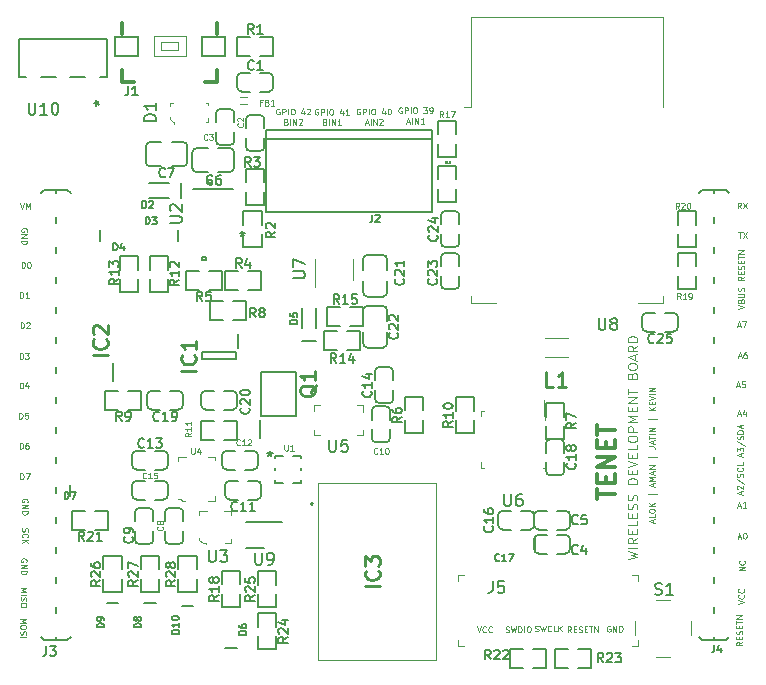
<source format=gbr>
%TF.GenerationSoftware,KiCad,Pcbnew,(5.1.6)-1*%
%TF.CreationDate,2020-08-29T17:57:31+05:30*%
%TF.ProjectId,TENET,54454e45-542e-46b6-9963-61645f706362,Minor Project*%
%TF.SameCoordinates,Original*%
%TF.FileFunction,Legend,Top*%
%TF.FilePolarity,Positive*%
%FSLAX46Y46*%
G04 Gerber Fmt 4.6, Leading zero omitted, Abs format (unit mm)*
G04 Created by KiCad (PCBNEW (5.1.6)-1) date 2020-08-29 17:57:31*
%MOMM*%
%LPD*%
G01*
G04 APERTURE LIST*
%ADD10C,0.125000*%
%ADD11C,0.300000*%
%ADD12C,0.100000*%
%ADD13C,0.200000*%
%ADD14C,0.203200*%
%ADD15C,0.066040*%
%ADD16C,0.304800*%
%ADD17C,0.152400*%
%ADD18C,0.150000*%
%ADD19C,0.120000*%
%ADD20C,0.127000*%
%ADD21C,0.254000*%
%ADD22C,0.050000*%
G04 APERTURE END LIST*
D10*
X172821647Y-113110200D02*
X172774028Y-113086390D01*
X172702600Y-113086390D01*
X172631171Y-113110200D01*
X172583552Y-113157819D01*
X172559742Y-113205438D01*
X172535933Y-113300676D01*
X172535933Y-113372104D01*
X172559742Y-113467342D01*
X172583552Y-113514961D01*
X172631171Y-113562580D01*
X172702600Y-113586390D01*
X172750219Y-113586390D01*
X172821647Y-113562580D01*
X172845457Y-113538771D01*
X172845457Y-113372104D01*
X172750219Y-113372104D01*
X173059742Y-113586390D02*
X173059742Y-113086390D01*
X173345457Y-113586390D01*
X173345457Y-113086390D01*
X173583552Y-113586390D02*
X173583552Y-113086390D01*
X173702600Y-113086390D01*
X173774028Y-113110200D01*
X173821647Y-113157819D01*
X173845457Y-113205438D01*
X173869266Y-113300676D01*
X173869266Y-113372104D01*
X173845457Y-113467342D01*
X173821647Y-113514961D01*
X173774028Y-113562580D01*
X173702600Y-113586390D01*
X173583552Y-113586390D01*
X169496704Y-113637190D02*
X169330038Y-113399095D01*
X169210990Y-113637190D02*
X169210990Y-113137190D01*
X169401466Y-113137190D01*
X169449085Y-113161000D01*
X169472895Y-113184809D01*
X169496704Y-113232428D01*
X169496704Y-113303857D01*
X169472895Y-113351476D01*
X169449085Y-113375285D01*
X169401466Y-113399095D01*
X169210990Y-113399095D01*
X169710990Y-113375285D02*
X169877657Y-113375285D01*
X169949085Y-113637190D02*
X169710990Y-113637190D01*
X169710990Y-113137190D01*
X169949085Y-113137190D01*
X170139561Y-113613380D02*
X170210990Y-113637190D01*
X170330038Y-113637190D01*
X170377657Y-113613380D01*
X170401466Y-113589571D01*
X170425276Y-113541952D01*
X170425276Y-113494333D01*
X170401466Y-113446714D01*
X170377657Y-113422904D01*
X170330038Y-113399095D01*
X170234800Y-113375285D01*
X170187180Y-113351476D01*
X170163371Y-113327666D01*
X170139561Y-113280047D01*
X170139561Y-113232428D01*
X170163371Y-113184809D01*
X170187180Y-113161000D01*
X170234800Y-113137190D01*
X170353847Y-113137190D01*
X170425276Y-113161000D01*
X170639561Y-113375285D02*
X170806228Y-113375285D01*
X170877657Y-113637190D02*
X170639561Y-113637190D01*
X170639561Y-113137190D01*
X170877657Y-113137190D01*
X171020514Y-113137190D02*
X171306228Y-113137190D01*
X171163371Y-113637190D02*
X171163371Y-113137190D01*
X171472895Y-113637190D02*
X171472895Y-113137190D01*
X171758609Y-113637190D01*
X171758609Y-113137190D01*
X166458247Y-113537180D02*
X166529676Y-113560990D01*
X166648723Y-113560990D01*
X166696342Y-113537180D01*
X166720152Y-113513371D01*
X166743961Y-113465752D01*
X166743961Y-113418133D01*
X166720152Y-113370514D01*
X166696342Y-113346704D01*
X166648723Y-113322895D01*
X166553485Y-113299085D01*
X166505866Y-113275276D01*
X166482057Y-113251466D01*
X166458247Y-113203847D01*
X166458247Y-113156228D01*
X166482057Y-113108609D01*
X166505866Y-113084800D01*
X166553485Y-113060990D01*
X166672533Y-113060990D01*
X166743961Y-113084800D01*
X166910628Y-113060990D02*
X167029676Y-113560990D01*
X167124914Y-113203847D01*
X167220152Y-113560990D01*
X167339200Y-113060990D01*
X167815390Y-113513371D02*
X167791580Y-113537180D01*
X167720152Y-113560990D01*
X167672533Y-113560990D01*
X167601104Y-113537180D01*
X167553485Y-113489561D01*
X167529676Y-113441942D01*
X167505866Y-113346704D01*
X167505866Y-113275276D01*
X167529676Y-113180038D01*
X167553485Y-113132419D01*
X167601104Y-113084800D01*
X167672533Y-113060990D01*
X167720152Y-113060990D01*
X167791580Y-113084800D01*
X167815390Y-113108609D01*
X168267771Y-113560990D02*
X168029676Y-113560990D01*
X168029676Y-113060990D01*
X168434438Y-113560990D02*
X168434438Y-113060990D01*
X168720152Y-113560990D02*
X168505866Y-113275276D01*
X168720152Y-113060990D02*
X168434438Y-113346704D01*
X163964276Y-113613380D02*
X164035704Y-113637190D01*
X164154752Y-113637190D01*
X164202371Y-113613380D01*
X164226180Y-113589571D01*
X164249990Y-113541952D01*
X164249990Y-113494333D01*
X164226180Y-113446714D01*
X164202371Y-113422904D01*
X164154752Y-113399095D01*
X164059514Y-113375285D01*
X164011895Y-113351476D01*
X163988085Y-113327666D01*
X163964276Y-113280047D01*
X163964276Y-113232428D01*
X163988085Y-113184809D01*
X164011895Y-113161000D01*
X164059514Y-113137190D01*
X164178561Y-113137190D01*
X164249990Y-113161000D01*
X164416657Y-113137190D02*
X164535704Y-113637190D01*
X164630942Y-113280047D01*
X164726180Y-113637190D01*
X164845228Y-113137190D01*
X165035704Y-113637190D02*
X165035704Y-113137190D01*
X165154752Y-113137190D01*
X165226180Y-113161000D01*
X165273800Y-113208619D01*
X165297609Y-113256238D01*
X165321419Y-113351476D01*
X165321419Y-113422904D01*
X165297609Y-113518142D01*
X165273800Y-113565761D01*
X165226180Y-113613380D01*
X165154752Y-113637190D01*
X165035704Y-113637190D01*
X165535704Y-113637190D02*
X165535704Y-113137190D01*
X165869038Y-113137190D02*
X165964276Y-113137190D01*
X166011895Y-113161000D01*
X166059514Y-113208619D01*
X166083323Y-113303857D01*
X166083323Y-113470523D01*
X166059514Y-113565761D01*
X166011895Y-113613380D01*
X165964276Y-113637190D01*
X165869038Y-113637190D01*
X165821419Y-113613380D01*
X165773800Y-113565761D01*
X165749990Y-113470523D01*
X165749990Y-113303857D01*
X165773800Y-113208619D01*
X165821419Y-113161000D01*
X165869038Y-113137190D01*
X161512333Y-113137190D02*
X161679000Y-113637190D01*
X161845666Y-113137190D01*
X162298047Y-113589571D02*
X162274238Y-113613380D01*
X162202809Y-113637190D01*
X162155190Y-113637190D01*
X162083761Y-113613380D01*
X162036142Y-113565761D01*
X162012333Y-113518142D01*
X161988523Y-113422904D01*
X161988523Y-113351476D01*
X162012333Y-113256238D01*
X162036142Y-113208619D01*
X162083761Y-113161000D01*
X162155190Y-113137190D01*
X162202809Y-113137190D01*
X162274238Y-113161000D01*
X162298047Y-113184809D01*
X162798047Y-113589571D02*
X162774238Y-113613380D01*
X162702809Y-113637190D01*
X162655190Y-113637190D01*
X162583761Y-113613380D01*
X162536142Y-113565761D01*
X162512333Y-113518142D01*
X162488523Y-113422904D01*
X162488523Y-113351476D01*
X162512333Y-113256238D01*
X162536142Y-113208619D01*
X162583761Y-113161000D01*
X162655190Y-113137190D01*
X162702809Y-113137190D01*
X162774238Y-113161000D01*
X162798047Y-113184809D01*
X144807133Y-69314900D02*
X144759514Y-69291090D01*
X144688085Y-69291090D01*
X144616657Y-69314900D01*
X144569038Y-69362519D01*
X144545228Y-69410138D01*
X144521419Y-69505376D01*
X144521419Y-69576804D01*
X144545228Y-69672042D01*
X144569038Y-69719661D01*
X144616657Y-69767280D01*
X144688085Y-69791090D01*
X144735704Y-69791090D01*
X144807133Y-69767280D01*
X144830942Y-69743471D01*
X144830942Y-69576804D01*
X144735704Y-69576804D01*
X145045228Y-69791090D02*
X145045228Y-69291090D01*
X145235704Y-69291090D01*
X145283323Y-69314900D01*
X145307133Y-69338709D01*
X145330942Y-69386328D01*
X145330942Y-69457757D01*
X145307133Y-69505376D01*
X145283323Y-69529185D01*
X145235704Y-69552995D01*
X145045228Y-69552995D01*
X145545228Y-69791090D02*
X145545228Y-69291090D01*
X145878561Y-69291090D02*
X145973800Y-69291090D01*
X146021419Y-69314900D01*
X146069038Y-69362519D01*
X146092847Y-69457757D01*
X146092847Y-69624423D01*
X146069038Y-69719661D01*
X146021419Y-69767280D01*
X145973800Y-69791090D01*
X145878561Y-69791090D01*
X145830942Y-69767280D01*
X145783323Y-69719661D01*
X145759514Y-69624423D01*
X145759514Y-69457757D01*
X145783323Y-69362519D01*
X145830942Y-69314900D01*
X145878561Y-69291090D01*
X146902371Y-69457757D02*
X146902371Y-69791090D01*
X146783323Y-69267280D02*
X146664276Y-69624423D01*
X146973800Y-69624423D01*
X147140466Y-69338709D02*
X147164276Y-69314900D01*
X147211895Y-69291090D01*
X147330942Y-69291090D01*
X147378561Y-69314900D01*
X147402371Y-69338709D01*
X147426180Y-69386328D01*
X147426180Y-69433947D01*
X147402371Y-69505376D01*
X147116657Y-69791090D01*
X147426180Y-69791090D01*
X145390466Y-70404185D02*
X145461895Y-70427995D01*
X145485704Y-70451804D01*
X145509514Y-70499423D01*
X145509514Y-70570852D01*
X145485704Y-70618471D01*
X145461895Y-70642280D01*
X145414276Y-70666090D01*
X145223800Y-70666090D01*
X145223800Y-70166090D01*
X145390466Y-70166090D01*
X145438085Y-70189900D01*
X145461895Y-70213709D01*
X145485704Y-70261328D01*
X145485704Y-70308947D01*
X145461895Y-70356566D01*
X145438085Y-70380376D01*
X145390466Y-70404185D01*
X145223800Y-70404185D01*
X145723800Y-70666090D02*
X145723800Y-70166090D01*
X145961895Y-70666090D02*
X145961895Y-70166090D01*
X146247609Y-70666090D01*
X146247609Y-70166090D01*
X146461895Y-70213709D02*
X146485704Y-70189900D01*
X146533323Y-70166090D01*
X146652371Y-70166090D01*
X146699990Y-70189900D01*
X146723800Y-70213709D01*
X146747609Y-70261328D01*
X146747609Y-70308947D01*
X146723800Y-70380376D01*
X146438085Y-70666090D01*
X146747609Y-70666090D01*
X148083733Y-69340300D02*
X148036114Y-69316490D01*
X147964685Y-69316490D01*
X147893257Y-69340300D01*
X147845638Y-69387919D01*
X147821828Y-69435538D01*
X147798019Y-69530776D01*
X147798019Y-69602204D01*
X147821828Y-69697442D01*
X147845638Y-69745061D01*
X147893257Y-69792680D01*
X147964685Y-69816490D01*
X148012304Y-69816490D01*
X148083733Y-69792680D01*
X148107542Y-69768871D01*
X148107542Y-69602204D01*
X148012304Y-69602204D01*
X148321828Y-69816490D02*
X148321828Y-69316490D01*
X148512304Y-69316490D01*
X148559923Y-69340300D01*
X148583733Y-69364109D01*
X148607542Y-69411728D01*
X148607542Y-69483157D01*
X148583733Y-69530776D01*
X148559923Y-69554585D01*
X148512304Y-69578395D01*
X148321828Y-69578395D01*
X148821828Y-69816490D02*
X148821828Y-69316490D01*
X149155161Y-69316490D02*
X149250400Y-69316490D01*
X149298019Y-69340300D01*
X149345638Y-69387919D01*
X149369447Y-69483157D01*
X149369447Y-69649823D01*
X149345638Y-69745061D01*
X149298019Y-69792680D01*
X149250400Y-69816490D01*
X149155161Y-69816490D01*
X149107542Y-69792680D01*
X149059923Y-69745061D01*
X149036114Y-69649823D01*
X149036114Y-69483157D01*
X149059923Y-69387919D01*
X149107542Y-69340300D01*
X149155161Y-69316490D01*
X150178971Y-69483157D02*
X150178971Y-69816490D01*
X150059923Y-69292680D02*
X149940876Y-69649823D01*
X150250400Y-69649823D01*
X150702780Y-69816490D02*
X150417066Y-69816490D01*
X150559923Y-69816490D02*
X150559923Y-69316490D01*
X150512304Y-69387919D01*
X150464685Y-69435538D01*
X150417066Y-69459347D01*
X148667066Y-70429585D02*
X148738495Y-70453395D01*
X148762304Y-70477204D01*
X148786114Y-70524823D01*
X148786114Y-70596252D01*
X148762304Y-70643871D01*
X148738495Y-70667680D01*
X148690876Y-70691490D01*
X148500400Y-70691490D01*
X148500400Y-70191490D01*
X148667066Y-70191490D01*
X148714685Y-70215300D01*
X148738495Y-70239109D01*
X148762304Y-70286728D01*
X148762304Y-70334347D01*
X148738495Y-70381966D01*
X148714685Y-70405776D01*
X148667066Y-70429585D01*
X148500400Y-70429585D01*
X149000400Y-70691490D02*
X149000400Y-70191490D01*
X149238495Y-70691490D02*
X149238495Y-70191490D01*
X149524209Y-70691490D01*
X149524209Y-70191490D01*
X150024209Y-70691490D02*
X149738495Y-70691490D01*
X149881352Y-70691490D02*
X149881352Y-70191490D01*
X149833733Y-70262919D01*
X149786114Y-70310538D01*
X149738495Y-70334347D01*
X151639733Y-69314900D02*
X151592114Y-69291090D01*
X151520685Y-69291090D01*
X151449257Y-69314900D01*
X151401638Y-69362519D01*
X151377828Y-69410138D01*
X151354019Y-69505376D01*
X151354019Y-69576804D01*
X151377828Y-69672042D01*
X151401638Y-69719661D01*
X151449257Y-69767280D01*
X151520685Y-69791090D01*
X151568304Y-69791090D01*
X151639733Y-69767280D01*
X151663542Y-69743471D01*
X151663542Y-69576804D01*
X151568304Y-69576804D01*
X151877828Y-69791090D02*
X151877828Y-69291090D01*
X152068304Y-69291090D01*
X152115923Y-69314900D01*
X152139733Y-69338709D01*
X152163542Y-69386328D01*
X152163542Y-69457757D01*
X152139733Y-69505376D01*
X152115923Y-69529185D01*
X152068304Y-69552995D01*
X151877828Y-69552995D01*
X152377828Y-69791090D02*
X152377828Y-69291090D01*
X152711161Y-69291090D02*
X152806400Y-69291090D01*
X152854019Y-69314900D01*
X152901638Y-69362519D01*
X152925447Y-69457757D01*
X152925447Y-69624423D01*
X152901638Y-69719661D01*
X152854019Y-69767280D01*
X152806400Y-69791090D01*
X152711161Y-69791090D01*
X152663542Y-69767280D01*
X152615923Y-69719661D01*
X152592114Y-69624423D01*
X152592114Y-69457757D01*
X152615923Y-69362519D01*
X152663542Y-69314900D01*
X152711161Y-69291090D01*
X153734971Y-69457757D02*
X153734971Y-69791090D01*
X153615923Y-69267280D02*
X153496876Y-69624423D01*
X153806400Y-69624423D01*
X154092114Y-69291090D02*
X154139733Y-69291090D01*
X154187352Y-69314900D01*
X154211161Y-69338709D01*
X154234971Y-69386328D01*
X154258780Y-69481566D01*
X154258780Y-69600614D01*
X154234971Y-69695852D01*
X154211161Y-69743471D01*
X154187352Y-69767280D01*
X154139733Y-69791090D01*
X154092114Y-69791090D01*
X154044495Y-69767280D01*
X154020685Y-69743471D01*
X153996876Y-69695852D01*
X153973066Y-69600614D01*
X153973066Y-69481566D01*
X153996876Y-69386328D01*
X154020685Y-69338709D01*
X154044495Y-69314900D01*
X154092114Y-69291090D01*
X152068304Y-70523233D02*
X152306400Y-70523233D01*
X152020685Y-70666090D02*
X152187352Y-70166090D01*
X152354019Y-70666090D01*
X152520685Y-70666090D02*
X152520685Y-70166090D01*
X152758780Y-70666090D02*
X152758780Y-70166090D01*
X153044495Y-70666090D01*
X153044495Y-70166090D01*
X153258780Y-70213709D02*
X153282590Y-70189900D01*
X153330209Y-70166090D01*
X153449257Y-70166090D01*
X153496876Y-70189900D01*
X153520685Y-70213709D01*
X153544495Y-70261328D01*
X153544495Y-70308947D01*
X153520685Y-70380376D01*
X153234971Y-70666090D01*
X153544495Y-70666090D01*
X155170333Y-69213300D02*
X155122714Y-69189490D01*
X155051285Y-69189490D01*
X154979857Y-69213300D01*
X154932238Y-69260919D01*
X154908428Y-69308538D01*
X154884619Y-69403776D01*
X154884619Y-69475204D01*
X154908428Y-69570442D01*
X154932238Y-69618061D01*
X154979857Y-69665680D01*
X155051285Y-69689490D01*
X155098904Y-69689490D01*
X155170333Y-69665680D01*
X155194142Y-69641871D01*
X155194142Y-69475204D01*
X155098904Y-69475204D01*
X155408428Y-69689490D02*
X155408428Y-69189490D01*
X155598904Y-69189490D01*
X155646523Y-69213300D01*
X155670333Y-69237109D01*
X155694142Y-69284728D01*
X155694142Y-69356157D01*
X155670333Y-69403776D01*
X155646523Y-69427585D01*
X155598904Y-69451395D01*
X155408428Y-69451395D01*
X155908428Y-69689490D02*
X155908428Y-69189490D01*
X156241761Y-69189490D02*
X156337000Y-69189490D01*
X156384619Y-69213300D01*
X156432238Y-69260919D01*
X156456047Y-69356157D01*
X156456047Y-69522823D01*
X156432238Y-69618061D01*
X156384619Y-69665680D01*
X156337000Y-69689490D01*
X156241761Y-69689490D01*
X156194142Y-69665680D01*
X156146523Y-69618061D01*
X156122714Y-69522823D01*
X156122714Y-69356157D01*
X156146523Y-69260919D01*
X156194142Y-69213300D01*
X156241761Y-69189490D01*
X157003666Y-69189490D02*
X157313190Y-69189490D01*
X157146523Y-69379966D01*
X157217952Y-69379966D01*
X157265571Y-69403776D01*
X157289380Y-69427585D01*
X157313190Y-69475204D01*
X157313190Y-69594252D01*
X157289380Y-69641871D01*
X157265571Y-69665680D01*
X157217952Y-69689490D01*
X157075095Y-69689490D01*
X157027476Y-69665680D01*
X157003666Y-69641871D01*
X157551285Y-69689490D02*
X157646523Y-69689490D01*
X157694142Y-69665680D01*
X157717952Y-69641871D01*
X157765571Y-69570442D01*
X157789380Y-69475204D01*
X157789380Y-69284728D01*
X157765571Y-69237109D01*
X157741761Y-69213300D01*
X157694142Y-69189490D01*
X157598904Y-69189490D01*
X157551285Y-69213300D01*
X157527476Y-69237109D01*
X157503666Y-69284728D01*
X157503666Y-69403776D01*
X157527476Y-69451395D01*
X157551285Y-69475204D01*
X157598904Y-69499014D01*
X157694142Y-69499014D01*
X157741761Y-69475204D01*
X157765571Y-69451395D01*
X157789380Y-69403776D01*
X155598904Y-70421633D02*
X155837000Y-70421633D01*
X155551285Y-70564490D02*
X155717952Y-70064490D01*
X155884619Y-70564490D01*
X156051285Y-70564490D02*
X156051285Y-70064490D01*
X156289380Y-70564490D02*
X156289380Y-70064490D01*
X156575095Y-70564490D01*
X156575095Y-70064490D01*
X157075095Y-70564490D02*
X156789380Y-70564490D01*
X156932238Y-70564490D02*
X156932238Y-70064490D01*
X156884619Y-70135919D01*
X156837000Y-70183538D01*
X156789380Y-70207347D01*
X174313904Y-107459866D02*
X175113904Y-107269390D01*
X174542476Y-107117009D01*
X175113904Y-106964628D01*
X174313904Y-106774152D01*
X175113904Y-106469390D02*
X174313904Y-106469390D01*
X175113904Y-105631295D02*
X174732952Y-105897961D01*
X175113904Y-106088438D02*
X174313904Y-106088438D01*
X174313904Y-105783676D01*
X174352000Y-105707485D01*
X174390095Y-105669390D01*
X174466285Y-105631295D01*
X174580571Y-105631295D01*
X174656761Y-105669390D01*
X174694857Y-105707485D01*
X174732952Y-105783676D01*
X174732952Y-106088438D01*
X174694857Y-105288438D02*
X174694857Y-105021771D01*
X175113904Y-104907485D02*
X175113904Y-105288438D01*
X174313904Y-105288438D01*
X174313904Y-104907485D01*
X175113904Y-104183676D02*
X175113904Y-104564628D01*
X174313904Y-104564628D01*
X174694857Y-103917009D02*
X174694857Y-103650342D01*
X175113904Y-103536057D02*
X175113904Y-103917009D01*
X174313904Y-103917009D01*
X174313904Y-103536057D01*
X175075809Y-103231295D02*
X175113904Y-103117009D01*
X175113904Y-102926533D01*
X175075809Y-102850342D01*
X175037714Y-102812247D01*
X174961523Y-102774152D01*
X174885333Y-102774152D01*
X174809142Y-102812247D01*
X174771047Y-102850342D01*
X174732952Y-102926533D01*
X174694857Y-103078914D01*
X174656761Y-103155104D01*
X174618666Y-103193200D01*
X174542476Y-103231295D01*
X174466285Y-103231295D01*
X174390095Y-103193200D01*
X174352000Y-103155104D01*
X174313904Y-103078914D01*
X174313904Y-102888438D01*
X174352000Y-102774152D01*
X175075809Y-102469390D02*
X175113904Y-102355104D01*
X175113904Y-102164628D01*
X175075809Y-102088438D01*
X175037714Y-102050342D01*
X174961523Y-102012247D01*
X174885333Y-102012247D01*
X174809142Y-102050342D01*
X174771047Y-102088438D01*
X174732952Y-102164628D01*
X174694857Y-102317009D01*
X174656761Y-102393200D01*
X174618666Y-102431295D01*
X174542476Y-102469390D01*
X174466285Y-102469390D01*
X174390095Y-102431295D01*
X174352000Y-102393200D01*
X174313904Y-102317009D01*
X174313904Y-102126533D01*
X174352000Y-102012247D01*
X175113904Y-101059866D02*
X174313904Y-101059866D01*
X174313904Y-100869390D01*
X174352000Y-100755104D01*
X174428190Y-100678914D01*
X174504380Y-100640819D01*
X174656761Y-100602723D01*
X174771047Y-100602723D01*
X174923428Y-100640819D01*
X174999619Y-100678914D01*
X175075809Y-100755104D01*
X175113904Y-100869390D01*
X175113904Y-101059866D01*
X174694857Y-100259866D02*
X174694857Y-99993200D01*
X175113904Y-99878914D02*
X175113904Y-100259866D01*
X174313904Y-100259866D01*
X174313904Y-99878914D01*
X174313904Y-99650342D02*
X175113904Y-99383676D01*
X174313904Y-99117009D01*
X174694857Y-98850342D02*
X174694857Y-98583676D01*
X175113904Y-98469390D02*
X175113904Y-98850342D01*
X174313904Y-98850342D01*
X174313904Y-98469390D01*
X175113904Y-97745580D02*
X175113904Y-98126533D01*
X174313904Y-98126533D01*
X174313904Y-97326533D02*
X174313904Y-97174152D01*
X174352000Y-97097961D01*
X174428190Y-97021771D01*
X174580571Y-96983676D01*
X174847238Y-96983676D01*
X174999619Y-97021771D01*
X175075809Y-97097961D01*
X175113904Y-97174152D01*
X175113904Y-97326533D01*
X175075809Y-97402723D01*
X174999619Y-97478914D01*
X174847238Y-97517009D01*
X174580571Y-97517009D01*
X174428190Y-97478914D01*
X174352000Y-97402723D01*
X174313904Y-97326533D01*
X175113904Y-96640819D02*
X174313904Y-96640819D01*
X174313904Y-96336057D01*
X174352000Y-96259866D01*
X174390095Y-96221771D01*
X174466285Y-96183676D01*
X174580571Y-96183676D01*
X174656761Y-96221771D01*
X174694857Y-96259866D01*
X174732952Y-96336057D01*
X174732952Y-96640819D01*
X175113904Y-95840819D02*
X174313904Y-95840819D01*
X174885333Y-95574152D01*
X174313904Y-95307485D01*
X175113904Y-95307485D01*
X174694857Y-94926533D02*
X174694857Y-94659866D01*
X175113904Y-94545580D02*
X175113904Y-94926533D01*
X174313904Y-94926533D01*
X174313904Y-94545580D01*
X175113904Y-94202723D02*
X174313904Y-94202723D01*
X175113904Y-93745580D01*
X174313904Y-93745580D01*
X174313904Y-93478914D02*
X174313904Y-93021771D01*
X175113904Y-93250342D02*
X174313904Y-93250342D01*
X174694857Y-91878914D02*
X174732952Y-91764628D01*
X174771047Y-91726533D01*
X174847238Y-91688438D01*
X174961523Y-91688438D01*
X175037714Y-91726533D01*
X175075809Y-91764628D01*
X175113904Y-91840819D01*
X175113904Y-92145580D01*
X174313904Y-92145580D01*
X174313904Y-91878914D01*
X174352000Y-91802723D01*
X174390095Y-91764628D01*
X174466285Y-91726533D01*
X174542476Y-91726533D01*
X174618666Y-91764628D01*
X174656761Y-91802723D01*
X174694857Y-91878914D01*
X174694857Y-92145580D01*
X174313904Y-91193200D02*
X174313904Y-91040819D01*
X174352000Y-90964628D01*
X174428190Y-90888438D01*
X174580571Y-90850342D01*
X174847238Y-90850342D01*
X174999619Y-90888438D01*
X175075809Y-90964628D01*
X175113904Y-91040819D01*
X175113904Y-91193200D01*
X175075809Y-91269390D01*
X174999619Y-91345580D01*
X174847238Y-91383676D01*
X174580571Y-91383676D01*
X174428190Y-91345580D01*
X174352000Y-91269390D01*
X174313904Y-91193200D01*
X174885333Y-90545580D02*
X174885333Y-90164628D01*
X175113904Y-90621771D02*
X174313904Y-90355104D01*
X175113904Y-90088438D01*
X175113904Y-89364628D02*
X174732952Y-89631295D01*
X175113904Y-89821771D02*
X174313904Y-89821771D01*
X174313904Y-89517009D01*
X174352000Y-89440819D01*
X174390095Y-89402723D01*
X174466285Y-89364628D01*
X174580571Y-89364628D01*
X174656761Y-89402723D01*
X174694857Y-89440819D01*
X174732952Y-89517009D01*
X174732952Y-89821771D01*
X175113904Y-89021771D02*
X174313904Y-89021771D01*
X174313904Y-88831295D01*
X174352000Y-88717009D01*
X174428190Y-88640819D01*
X174504380Y-88602723D01*
X174656761Y-88564628D01*
X174771047Y-88564628D01*
X174923428Y-88602723D01*
X174999619Y-88640819D01*
X175075809Y-88717009D01*
X175113904Y-88831295D01*
X175113904Y-89021771D01*
X176435533Y-104342485D02*
X176435533Y-104104390D01*
X176578390Y-104390104D02*
X176078390Y-104223438D01*
X176578390Y-104056771D01*
X176578390Y-103652009D02*
X176578390Y-103890104D01*
X176078390Y-103890104D01*
X176078390Y-103390104D02*
X176078390Y-103294866D01*
X176102200Y-103247247D01*
X176149819Y-103199628D01*
X176245057Y-103175819D01*
X176411723Y-103175819D01*
X176506961Y-103199628D01*
X176554580Y-103247247D01*
X176578390Y-103294866D01*
X176578390Y-103390104D01*
X176554580Y-103437723D01*
X176506961Y-103485342D01*
X176411723Y-103509152D01*
X176245057Y-103509152D01*
X176149819Y-103485342D01*
X176102200Y-103437723D01*
X176078390Y-103390104D01*
X176578390Y-102961533D02*
X176078390Y-102961533D01*
X176578390Y-102675819D02*
X176292676Y-102890104D01*
X176078390Y-102675819D02*
X176364104Y-102961533D01*
X176745057Y-101961533D02*
X176030771Y-101961533D01*
X176435533Y-101247247D02*
X176435533Y-101009152D01*
X176578390Y-101294866D02*
X176078390Y-101128200D01*
X176578390Y-100961533D01*
X176578390Y-100794866D02*
X176078390Y-100794866D01*
X176435533Y-100628200D01*
X176078390Y-100461533D01*
X176578390Y-100461533D01*
X176435533Y-100247247D02*
X176435533Y-100009152D01*
X176578390Y-100294866D02*
X176078390Y-100128200D01*
X176578390Y-99961533D01*
X176578390Y-99794866D02*
X176078390Y-99794866D01*
X176578390Y-99509152D01*
X176078390Y-99509152D01*
X176745057Y-98771057D02*
X176030771Y-98771057D01*
X176078390Y-97890104D02*
X176435533Y-97890104D01*
X176506961Y-97913914D01*
X176554580Y-97961533D01*
X176578390Y-98032961D01*
X176578390Y-98080580D01*
X176435533Y-97675819D02*
X176435533Y-97437723D01*
X176578390Y-97723438D02*
X176078390Y-97556771D01*
X176578390Y-97390104D01*
X176078390Y-97294866D02*
X176078390Y-97009152D01*
X176578390Y-97152009D02*
X176078390Y-97152009D01*
X176578390Y-96842485D02*
X176078390Y-96842485D01*
X176578390Y-96604390D02*
X176078390Y-96604390D01*
X176578390Y-96318676D01*
X176078390Y-96318676D01*
X176745057Y-95580580D02*
X176030771Y-95580580D01*
X176578390Y-94842485D02*
X176078390Y-94842485D01*
X176578390Y-94556771D02*
X176292676Y-94771057D01*
X176078390Y-94556771D02*
X176364104Y-94842485D01*
X176316485Y-94342485D02*
X176316485Y-94175819D01*
X176578390Y-94104390D02*
X176578390Y-94342485D01*
X176078390Y-94342485D01*
X176078390Y-94104390D01*
X176078390Y-93961533D02*
X176578390Y-93794866D01*
X176078390Y-93628200D01*
X176578390Y-93461533D02*
X176078390Y-93461533D01*
X176578390Y-93223438D02*
X176078390Y-93223438D01*
X176578390Y-92937723D01*
X176078390Y-92937723D01*
D11*
X171720771Y-102329857D02*
X171720771Y-101472714D01*
X173220771Y-101901285D02*
X171720771Y-101901285D01*
X172435057Y-100972714D02*
X172435057Y-100472714D01*
X173220771Y-100258428D02*
X173220771Y-100972714D01*
X171720771Y-100972714D01*
X171720771Y-100258428D01*
X173220771Y-99615571D02*
X171720771Y-99615571D01*
X173220771Y-98758428D01*
X171720771Y-98758428D01*
X172435057Y-98044142D02*
X172435057Y-97544142D01*
X173220771Y-97329857D02*
X173220771Y-98044142D01*
X171720771Y-98044142D01*
X171720771Y-97329857D01*
X171720771Y-96901285D02*
X171720771Y-96044142D01*
X173220771Y-96472714D02*
X171720771Y-96472714D01*
D10*
X122887609Y-109882085D02*
X123387609Y-109882085D01*
X123030466Y-110048752D01*
X123387609Y-110215419D01*
X122887609Y-110215419D01*
X122887609Y-110453514D02*
X123387609Y-110453514D01*
X122911419Y-110667800D02*
X122887609Y-110739228D01*
X122887609Y-110858276D01*
X122911419Y-110905895D01*
X122935228Y-110929704D01*
X122982847Y-110953514D01*
X123030466Y-110953514D01*
X123078085Y-110929704D01*
X123101895Y-110905895D01*
X123125704Y-110858276D01*
X123149514Y-110763038D01*
X123173323Y-110715419D01*
X123197133Y-110691609D01*
X123244752Y-110667800D01*
X123292371Y-110667800D01*
X123339990Y-110691609D01*
X123363800Y-110715419D01*
X123387609Y-110763038D01*
X123387609Y-110882085D01*
X123363800Y-110953514D01*
X123387609Y-111263038D02*
X123387609Y-111358276D01*
X123363800Y-111405895D01*
X123316180Y-111453514D01*
X123220942Y-111477323D01*
X123054276Y-111477323D01*
X122959038Y-111453514D01*
X122911419Y-111405895D01*
X122887609Y-111358276D01*
X122887609Y-111263038D01*
X122911419Y-111215419D01*
X122959038Y-111167800D01*
X123054276Y-111143990D01*
X123220942Y-111143990D01*
X123316180Y-111167800D01*
X123363800Y-111215419D01*
X123387609Y-111263038D01*
X122862209Y-112472885D02*
X123362209Y-112472885D01*
X123005066Y-112639552D01*
X123362209Y-112806219D01*
X122862209Y-112806219D01*
X123362209Y-113139552D02*
X123362209Y-113234790D01*
X123338400Y-113282409D01*
X123290780Y-113330028D01*
X123195542Y-113353838D01*
X123028876Y-113353838D01*
X122933638Y-113330028D01*
X122886019Y-113282409D01*
X122862209Y-113234790D01*
X122862209Y-113139552D01*
X122886019Y-113091933D01*
X122933638Y-113044314D01*
X123028876Y-113020504D01*
X123195542Y-113020504D01*
X123290780Y-113044314D01*
X123338400Y-113091933D01*
X123362209Y-113139552D01*
X122886019Y-113544314D02*
X122862209Y-113615742D01*
X122862209Y-113734790D01*
X122886019Y-113782409D01*
X122909828Y-113806219D01*
X122957447Y-113830028D01*
X123005066Y-113830028D01*
X123052685Y-113806219D01*
X123076495Y-113782409D01*
X123100304Y-113734790D01*
X123124114Y-113639552D01*
X123147923Y-113591933D01*
X123171733Y-113568123D01*
X123219352Y-113544314D01*
X123266971Y-113544314D01*
X123314590Y-113568123D01*
X123338400Y-113591933D01*
X123362209Y-113639552D01*
X123362209Y-113758600D01*
X123338400Y-113830028D01*
X122862209Y-114044314D02*
X123362209Y-114044314D01*
X123389200Y-107670647D02*
X123413009Y-107623028D01*
X123413009Y-107551600D01*
X123389200Y-107480171D01*
X123341580Y-107432552D01*
X123293961Y-107408742D01*
X123198723Y-107384933D01*
X123127295Y-107384933D01*
X123032057Y-107408742D01*
X122984438Y-107432552D01*
X122936819Y-107480171D01*
X122913009Y-107551600D01*
X122913009Y-107599219D01*
X122936819Y-107670647D01*
X122960628Y-107694457D01*
X123127295Y-107694457D01*
X123127295Y-107599219D01*
X122913009Y-107908742D02*
X123413009Y-107908742D01*
X122913009Y-108194457D01*
X123413009Y-108194457D01*
X122913009Y-108432552D02*
X123413009Y-108432552D01*
X123413009Y-108551600D01*
X123389200Y-108623028D01*
X123341580Y-108670647D01*
X123293961Y-108694457D01*
X123198723Y-108718266D01*
X123127295Y-108718266D01*
X123032057Y-108694457D01*
X122984438Y-108670647D01*
X122936819Y-108623028D01*
X122913009Y-108551600D01*
X122913009Y-108432552D01*
X123038419Y-104817942D02*
X123014609Y-104889371D01*
X123014609Y-105008419D01*
X123038419Y-105056038D01*
X123062228Y-105079847D01*
X123109847Y-105103657D01*
X123157466Y-105103657D01*
X123205085Y-105079847D01*
X123228895Y-105056038D01*
X123252704Y-105008419D01*
X123276514Y-104913180D01*
X123300323Y-104865561D01*
X123324133Y-104841752D01*
X123371752Y-104817942D01*
X123419371Y-104817942D01*
X123466990Y-104841752D01*
X123490800Y-104865561D01*
X123514609Y-104913180D01*
X123514609Y-105032228D01*
X123490800Y-105103657D01*
X123062228Y-105603657D02*
X123038419Y-105579847D01*
X123014609Y-105508419D01*
X123014609Y-105460800D01*
X123038419Y-105389371D01*
X123086038Y-105341752D01*
X123133657Y-105317942D01*
X123228895Y-105294133D01*
X123300323Y-105294133D01*
X123395561Y-105317942D01*
X123443180Y-105341752D01*
X123490800Y-105389371D01*
X123514609Y-105460800D01*
X123514609Y-105508419D01*
X123490800Y-105579847D01*
X123466990Y-105603657D01*
X123014609Y-105817942D02*
X123514609Y-105817942D01*
X123014609Y-106103657D02*
X123300323Y-105889371D01*
X123514609Y-106103657D02*
X123228895Y-105817942D01*
X123465400Y-102616047D02*
X123489209Y-102568428D01*
X123489209Y-102497000D01*
X123465400Y-102425571D01*
X123417780Y-102377952D01*
X123370161Y-102354142D01*
X123274923Y-102330333D01*
X123203495Y-102330333D01*
X123108257Y-102354142D01*
X123060638Y-102377952D01*
X123013019Y-102425571D01*
X122989209Y-102497000D01*
X122989209Y-102544619D01*
X123013019Y-102616047D01*
X123036828Y-102639857D01*
X123203495Y-102639857D01*
X123203495Y-102544619D01*
X122989209Y-102854142D02*
X123489209Y-102854142D01*
X122989209Y-103139857D01*
X123489209Y-103139857D01*
X122989209Y-103377952D02*
X123489209Y-103377952D01*
X123489209Y-103497000D01*
X123465400Y-103568428D01*
X123417780Y-103616047D01*
X123370161Y-103639857D01*
X123274923Y-103663666D01*
X123203495Y-103663666D01*
X123108257Y-103639857D01*
X123060638Y-103616047D01*
X123013019Y-103568428D01*
X122989209Y-103497000D01*
X122989209Y-103377952D01*
X122871752Y-100683190D02*
X122871752Y-100183190D01*
X122990800Y-100183190D01*
X123062228Y-100207000D01*
X123109847Y-100254619D01*
X123133657Y-100302238D01*
X123157466Y-100397476D01*
X123157466Y-100468904D01*
X123133657Y-100564142D01*
X123109847Y-100611761D01*
X123062228Y-100659380D01*
X122990800Y-100683190D01*
X122871752Y-100683190D01*
X123324133Y-100183190D02*
X123657466Y-100183190D01*
X123443180Y-100683190D01*
X122820952Y-98092390D02*
X122820952Y-97592390D01*
X122940000Y-97592390D01*
X123011428Y-97616200D01*
X123059047Y-97663819D01*
X123082857Y-97711438D01*
X123106666Y-97806676D01*
X123106666Y-97878104D01*
X123082857Y-97973342D01*
X123059047Y-98020961D01*
X123011428Y-98068580D01*
X122940000Y-98092390D01*
X122820952Y-98092390D01*
X123535238Y-97592390D02*
X123440000Y-97592390D01*
X123392380Y-97616200D01*
X123368571Y-97640009D01*
X123320952Y-97711438D01*
X123297142Y-97806676D01*
X123297142Y-97997152D01*
X123320952Y-98044771D01*
X123344761Y-98068580D01*
X123392380Y-98092390D01*
X123487619Y-98092390D01*
X123535238Y-98068580D01*
X123559047Y-98044771D01*
X123582857Y-97997152D01*
X123582857Y-97878104D01*
X123559047Y-97830485D01*
X123535238Y-97806676D01*
X123487619Y-97782866D01*
X123392380Y-97782866D01*
X123344761Y-97806676D01*
X123320952Y-97830485D01*
X123297142Y-97878104D01*
X122770152Y-95552390D02*
X122770152Y-95052390D01*
X122889200Y-95052390D01*
X122960628Y-95076200D01*
X123008247Y-95123819D01*
X123032057Y-95171438D01*
X123055866Y-95266676D01*
X123055866Y-95338104D01*
X123032057Y-95433342D01*
X123008247Y-95480961D01*
X122960628Y-95528580D01*
X122889200Y-95552390D01*
X122770152Y-95552390D01*
X123508247Y-95052390D02*
X123270152Y-95052390D01*
X123246342Y-95290485D01*
X123270152Y-95266676D01*
X123317771Y-95242866D01*
X123436819Y-95242866D01*
X123484438Y-95266676D01*
X123508247Y-95290485D01*
X123532057Y-95338104D01*
X123532057Y-95457152D01*
X123508247Y-95504771D01*
X123484438Y-95528580D01*
X123436819Y-95552390D01*
X123317771Y-95552390D01*
X123270152Y-95528580D01*
X123246342Y-95504771D01*
X122820952Y-92986990D02*
X122820952Y-92486990D01*
X122940000Y-92486990D01*
X123011428Y-92510800D01*
X123059047Y-92558419D01*
X123082857Y-92606038D01*
X123106666Y-92701276D01*
X123106666Y-92772704D01*
X123082857Y-92867942D01*
X123059047Y-92915561D01*
X123011428Y-92963180D01*
X122940000Y-92986990D01*
X122820952Y-92986990D01*
X123535238Y-92653657D02*
X123535238Y-92986990D01*
X123416190Y-92463180D02*
X123297142Y-92820323D01*
X123606666Y-92820323D01*
X122820952Y-90497790D02*
X122820952Y-89997790D01*
X122940000Y-89997790D01*
X123011428Y-90021600D01*
X123059047Y-90069219D01*
X123082857Y-90116838D01*
X123106666Y-90212076D01*
X123106666Y-90283504D01*
X123082857Y-90378742D01*
X123059047Y-90426361D01*
X123011428Y-90473980D01*
X122940000Y-90497790D01*
X122820952Y-90497790D01*
X123273333Y-89997790D02*
X123582857Y-89997790D01*
X123416190Y-90188266D01*
X123487619Y-90188266D01*
X123535238Y-90212076D01*
X123559047Y-90235885D01*
X123582857Y-90283504D01*
X123582857Y-90402552D01*
X123559047Y-90450171D01*
X123535238Y-90473980D01*
X123487619Y-90497790D01*
X123344761Y-90497790D01*
X123297142Y-90473980D01*
X123273333Y-90450171D01*
X122897152Y-87881590D02*
X122897152Y-87381590D01*
X123016200Y-87381590D01*
X123087628Y-87405400D01*
X123135247Y-87453019D01*
X123159057Y-87500638D01*
X123182866Y-87595876D01*
X123182866Y-87667304D01*
X123159057Y-87762542D01*
X123135247Y-87810161D01*
X123087628Y-87857780D01*
X123016200Y-87881590D01*
X122897152Y-87881590D01*
X123373342Y-87429209D02*
X123397152Y-87405400D01*
X123444771Y-87381590D01*
X123563819Y-87381590D01*
X123611438Y-87405400D01*
X123635247Y-87429209D01*
X123659057Y-87476828D01*
X123659057Y-87524447D01*
X123635247Y-87595876D01*
X123349533Y-87881590D01*
X123659057Y-87881590D01*
X122846352Y-85316190D02*
X122846352Y-84816190D01*
X122965400Y-84816190D01*
X123036828Y-84840000D01*
X123084447Y-84887619D01*
X123108257Y-84935238D01*
X123132066Y-85030476D01*
X123132066Y-85101904D01*
X123108257Y-85197142D01*
X123084447Y-85244761D01*
X123036828Y-85292380D01*
X122965400Y-85316190D01*
X122846352Y-85316190D01*
X123608257Y-85316190D02*
X123322542Y-85316190D01*
X123465400Y-85316190D02*
X123465400Y-84816190D01*
X123417780Y-84887619D01*
X123370161Y-84935238D01*
X123322542Y-84959047D01*
X122973352Y-82776190D02*
X122973352Y-82276190D01*
X123092400Y-82276190D01*
X123163828Y-82300000D01*
X123211447Y-82347619D01*
X123235257Y-82395238D01*
X123259066Y-82490476D01*
X123259066Y-82561904D01*
X123235257Y-82657142D01*
X123211447Y-82704761D01*
X123163828Y-82752380D01*
X123092400Y-82776190D01*
X122973352Y-82776190D01*
X123568590Y-82276190D02*
X123616209Y-82276190D01*
X123663828Y-82300000D01*
X123687638Y-82323809D01*
X123711447Y-82371428D01*
X123735257Y-82466666D01*
X123735257Y-82585714D01*
X123711447Y-82680952D01*
X123687638Y-82728571D01*
X123663828Y-82752380D01*
X123616209Y-82776190D01*
X123568590Y-82776190D01*
X123520971Y-82752380D01*
X123497161Y-82728571D01*
X123473352Y-82680952D01*
X123449542Y-82585714D01*
X123449542Y-82466666D01*
X123473352Y-82371428D01*
X123497161Y-82323809D01*
X123520971Y-82300000D01*
X123568590Y-82276190D01*
X123440000Y-79705247D02*
X123463809Y-79657628D01*
X123463809Y-79586200D01*
X123440000Y-79514771D01*
X123392380Y-79467152D01*
X123344761Y-79443342D01*
X123249523Y-79419533D01*
X123178095Y-79419533D01*
X123082857Y-79443342D01*
X123035238Y-79467152D01*
X122987619Y-79514771D01*
X122963809Y-79586200D01*
X122963809Y-79633819D01*
X122987619Y-79705247D01*
X123011428Y-79729057D01*
X123178095Y-79729057D01*
X123178095Y-79633819D01*
X122963809Y-79943342D02*
X123463809Y-79943342D01*
X122963809Y-80229057D01*
X123463809Y-80229057D01*
X122963809Y-80467152D02*
X123463809Y-80467152D01*
X123463809Y-80586200D01*
X123440000Y-80657628D01*
X123392380Y-80705247D01*
X123344761Y-80729057D01*
X123249523Y-80752866D01*
X123178095Y-80752866D01*
X123082857Y-80729057D01*
X123035238Y-80705247D01*
X122987619Y-80657628D01*
X122963809Y-80586200D01*
X122963809Y-80467152D01*
X122839219Y-77297790D02*
X123005885Y-77797790D01*
X123172552Y-77297790D01*
X123339219Y-77797790D02*
X123339219Y-77297790D01*
X123505885Y-77654933D01*
X123672552Y-77297790D01*
X123672552Y-77797790D01*
X183995190Y-114449895D02*
X183757095Y-114616561D01*
X183995190Y-114735609D02*
X183495190Y-114735609D01*
X183495190Y-114545133D01*
X183519000Y-114497514D01*
X183542809Y-114473704D01*
X183590428Y-114449895D01*
X183661857Y-114449895D01*
X183709476Y-114473704D01*
X183733285Y-114497514D01*
X183757095Y-114545133D01*
X183757095Y-114735609D01*
X183733285Y-114235609D02*
X183733285Y-114068942D01*
X183995190Y-113997514D02*
X183995190Y-114235609D01*
X183495190Y-114235609D01*
X183495190Y-113997514D01*
X183971380Y-113807038D02*
X183995190Y-113735609D01*
X183995190Y-113616561D01*
X183971380Y-113568942D01*
X183947571Y-113545133D01*
X183899952Y-113521323D01*
X183852333Y-113521323D01*
X183804714Y-113545133D01*
X183780904Y-113568942D01*
X183757095Y-113616561D01*
X183733285Y-113711800D01*
X183709476Y-113759419D01*
X183685666Y-113783228D01*
X183638047Y-113807038D01*
X183590428Y-113807038D01*
X183542809Y-113783228D01*
X183519000Y-113759419D01*
X183495190Y-113711800D01*
X183495190Y-113592752D01*
X183519000Y-113521323D01*
X183733285Y-113307038D02*
X183733285Y-113140371D01*
X183995190Y-113068942D02*
X183995190Y-113307038D01*
X183495190Y-113307038D01*
X183495190Y-113068942D01*
X183495190Y-112926085D02*
X183495190Y-112640371D01*
X183995190Y-112783228D02*
X183495190Y-112783228D01*
X183995190Y-112473704D02*
X183495190Y-112473704D01*
X183995190Y-112187990D01*
X183495190Y-112187990D01*
X183647590Y-111258266D02*
X184147590Y-111091600D01*
X183647590Y-110924933D01*
X184099971Y-110472552D02*
X184123780Y-110496361D01*
X184147590Y-110567790D01*
X184147590Y-110615409D01*
X184123780Y-110686838D01*
X184076161Y-110734457D01*
X184028542Y-110758266D01*
X183933304Y-110782076D01*
X183861876Y-110782076D01*
X183766638Y-110758266D01*
X183719019Y-110734457D01*
X183671400Y-110686838D01*
X183647590Y-110615409D01*
X183647590Y-110567790D01*
X183671400Y-110496361D01*
X183695209Y-110472552D01*
X184099971Y-109972552D02*
X184123780Y-109996361D01*
X184147590Y-110067790D01*
X184147590Y-110115409D01*
X184123780Y-110186838D01*
X184076161Y-110234457D01*
X184028542Y-110258266D01*
X183933304Y-110282076D01*
X183861876Y-110282076D01*
X183766638Y-110258266D01*
X183719019Y-110234457D01*
X183671400Y-110186838D01*
X183647590Y-110115409D01*
X183647590Y-110067790D01*
X183671400Y-109996361D01*
X183695209Y-109972552D01*
X184223790Y-108393657D02*
X183723790Y-108393657D01*
X184223790Y-108107942D01*
X183723790Y-108107942D01*
X184176171Y-107584133D02*
X184199980Y-107607942D01*
X184223790Y-107679371D01*
X184223790Y-107726990D01*
X184199980Y-107798419D01*
X184152361Y-107846038D01*
X184104742Y-107869847D01*
X184009504Y-107893657D01*
X183938076Y-107893657D01*
X183842838Y-107869847D01*
X183795219Y-107846038D01*
X183747600Y-107798419D01*
X183723790Y-107726990D01*
X183723790Y-107679371D01*
X183747600Y-107607942D01*
X183771409Y-107584133D01*
X183640457Y-105569533D02*
X183878552Y-105569533D01*
X183592838Y-105712390D02*
X183759504Y-105212390D01*
X183926171Y-105712390D01*
X184188076Y-105212390D02*
X184235695Y-105212390D01*
X184283314Y-105236200D01*
X184307123Y-105260009D01*
X184330933Y-105307628D01*
X184354742Y-105402866D01*
X184354742Y-105521914D01*
X184330933Y-105617152D01*
X184307123Y-105664771D01*
X184283314Y-105688580D01*
X184235695Y-105712390D01*
X184188076Y-105712390D01*
X184140457Y-105688580D01*
X184116647Y-105664771D01*
X184092838Y-105617152D01*
X184069028Y-105521914D01*
X184069028Y-105402866D01*
X184092838Y-105307628D01*
X184116647Y-105260009D01*
X184140457Y-105236200D01*
X184188076Y-105212390D01*
X183615057Y-102927933D02*
X183853152Y-102927933D01*
X183567438Y-103070790D02*
X183734104Y-102570790D01*
X183900771Y-103070790D01*
X184329342Y-103070790D02*
X184043628Y-103070790D01*
X184186485Y-103070790D02*
X184186485Y-102570790D01*
X184138866Y-102642219D01*
X184091247Y-102689838D01*
X184043628Y-102713647D01*
X183903133Y-101918923D02*
X183903133Y-101680828D01*
X184045990Y-101966542D02*
X183545990Y-101799876D01*
X184045990Y-101633209D01*
X183593609Y-101490352D02*
X183569800Y-101466542D01*
X183545990Y-101418923D01*
X183545990Y-101299876D01*
X183569800Y-101252257D01*
X183593609Y-101228447D01*
X183641228Y-101204638D01*
X183688847Y-101204638D01*
X183760276Y-101228447D01*
X184045990Y-101514161D01*
X184045990Y-101204638D01*
X183522180Y-100633209D02*
X184165038Y-101061780D01*
X184022180Y-100490352D02*
X184045990Y-100418923D01*
X184045990Y-100299876D01*
X184022180Y-100252257D01*
X183998371Y-100228447D01*
X183950752Y-100204638D01*
X183903133Y-100204638D01*
X183855514Y-100228447D01*
X183831704Y-100252257D01*
X183807895Y-100299876D01*
X183784085Y-100395114D01*
X183760276Y-100442733D01*
X183736466Y-100466542D01*
X183688847Y-100490352D01*
X183641228Y-100490352D01*
X183593609Y-100466542D01*
X183569800Y-100442733D01*
X183545990Y-100395114D01*
X183545990Y-100276066D01*
X183569800Y-100204638D01*
X183998371Y-99704638D02*
X184022180Y-99728447D01*
X184045990Y-99799876D01*
X184045990Y-99847495D01*
X184022180Y-99918923D01*
X183974561Y-99966542D01*
X183926942Y-99990352D01*
X183831704Y-100014161D01*
X183760276Y-100014161D01*
X183665038Y-99990352D01*
X183617419Y-99966542D01*
X183569800Y-99918923D01*
X183545990Y-99847495D01*
X183545990Y-99799876D01*
X183569800Y-99728447D01*
X183593609Y-99704638D01*
X184045990Y-99252257D02*
X184045990Y-99490352D01*
X183545990Y-99490352D01*
X183928533Y-98730428D02*
X183928533Y-98492333D01*
X184071390Y-98778047D02*
X183571390Y-98611380D01*
X184071390Y-98444714D01*
X183571390Y-98325666D02*
X183571390Y-98016142D01*
X183761866Y-98182809D01*
X183761866Y-98111380D01*
X183785676Y-98063761D01*
X183809485Y-98039952D01*
X183857104Y-98016142D01*
X183976152Y-98016142D01*
X184023771Y-98039952D01*
X184047580Y-98063761D01*
X184071390Y-98111380D01*
X184071390Y-98254238D01*
X184047580Y-98301857D01*
X184023771Y-98325666D01*
X183547580Y-97444714D02*
X184190438Y-97873285D01*
X184047580Y-97301857D02*
X184071390Y-97230428D01*
X184071390Y-97111380D01*
X184047580Y-97063761D01*
X184023771Y-97039952D01*
X183976152Y-97016142D01*
X183928533Y-97016142D01*
X183880914Y-97039952D01*
X183857104Y-97063761D01*
X183833295Y-97111380D01*
X183809485Y-97206619D01*
X183785676Y-97254238D01*
X183761866Y-97278047D01*
X183714247Y-97301857D01*
X183666628Y-97301857D01*
X183619009Y-97278047D01*
X183595200Y-97254238D01*
X183571390Y-97206619D01*
X183571390Y-97087571D01*
X183595200Y-97016142D01*
X184071390Y-96801857D02*
X183571390Y-96801857D01*
X183571390Y-96682809D01*
X183595200Y-96611380D01*
X183642819Y-96563761D01*
X183690438Y-96539952D01*
X183785676Y-96516142D01*
X183857104Y-96516142D01*
X183952342Y-96539952D01*
X183999961Y-96563761D01*
X184047580Y-96611380D01*
X184071390Y-96682809D01*
X184071390Y-96801857D01*
X183928533Y-96325666D02*
X183928533Y-96087571D01*
X184071390Y-96373285D02*
X183571390Y-96206619D01*
X184071390Y-96039952D01*
X183615057Y-95180933D02*
X183853152Y-95180933D01*
X183567438Y-95323790D02*
X183734104Y-94823790D01*
X183900771Y-95323790D01*
X184281723Y-94990457D02*
X184281723Y-95323790D01*
X184162676Y-94799980D02*
X184043628Y-95157123D01*
X184353152Y-95157123D01*
X183538857Y-92742533D02*
X183776952Y-92742533D01*
X183491238Y-92885390D02*
X183657904Y-92385390D01*
X183824571Y-92885390D01*
X184229333Y-92385390D02*
X183991238Y-92385390D01*
X183967428Y-92623485D01*
X183991238Y-92599676D01*
X184038857Y-92575866D01*
X184157904Y-92575866D01*
X184205523Y-92599676D01*
X184229333Y-92623485D01*
X184253142Y-92671104D01*
X184253142Y-92790152D01*
X184229333Y-92837771D01*
X184205523Y-92861580D01*
X184157904Y-92885390D01*
X184038857Y-92885390D01*
X183991238Y-92861580D01*
X183967428Y-92837771D01*
X183665857Y-90278733D02*
X183903952Y-90278733D01*
X183618238Y-90421590D02*
X183784904Y-89921590D01*
X183951571Y-90421590D01*
X184332523Y-89921590D02*
X184237285Y-89921590D01*
X184189666Y-89945400D01*
X184165857Y-89969209D01*
X184118238Y-90040638D01*
X184094428Y-90135876D01*
X184094428Y-90326352D01*
X184118238Y-90373971D01*
X184142047Y-90397780D01*
X184189666Y-90421590D01*
X184284904Y-90421590D01*
X184332523Y-90397780D01*
X184356333Y-90373971D01*
X184380142Y-90326352D01*
X184380142Y-90207304D01*
X184356333Y-90159685D01*
X184332523Y-90135876D01*
X184284904Y-90112066D01*
X184189666Y-90112066D01*
X184142047Y-90135876D01*
X184118238Y-90159685D01*
X184094428Y-90207304D01*
X183589657Y-87662533D02*
X183827752Y-87662533D01*
X183542038Y-87805390D02*
X183708704Y-87305390D01*
X183875371Y-87805390D01*
X183994419Y-87305390D02*
X184327752Y-87305390D01*
X184113466Y-87805390D01*
X183647590Y-86235266D02*
X184147590Y-86068600D01*
X183647590Y-85901933D01*
X183885685Y-85568600D02*
X183909495Y-85497171D01*
X183933304Y-85473361D01*
X183980923Y-85449552D01*
X184052352Y-85449552D01*
X184099971Y-85473361D01*
X184123780Y-85497171D01*
X184147590Y-85544790D01*
X184147590Y-85735266D01*
X183647590Y-85735266D01*
X183647590Y-85568600D01*
X183671400Y-85520980D01*
X183695209Y-85497171D01*
X183742828Y-85473361D01*
X183790447Y-85473361D01*
X183838066Y-85497171D01*
X183861876Y-85520980D01*
X183885685Y-85568600D01*
X183885685Y-85735266D01*
X183647590Y-85235266D02*
X184052352Y-85235266D01*
X184099971Y-85211457D01*
X184123780Y-85187647D01*
X184147590Y-85140028D01*
X184147590Y-85044790D01*
X184123780Y-84997171D01*
X184099971Y-84973361D01*
X184052352Y-84949552D01*
X183647590Y-84949552D01*
X184123780Y-84735266D02*
X184147590Y-84663838D01*
X184147590Y-84544790D01*
X184123780Y-84497171D01*
X184099971Y-84473361D01*
X184052352Y-84449552D01*
X184004733Y-84449552D01*
X183957114Y-84473361D01*
X183933304Y-84497171D01*
X183909495Y-84544790D01*
X183885685Y-84640028D01*
X183861876Y-84687647D01*
X183838066Y-84711457D01*
X183790447Y-84735266D01*
X183742828Y-84735266D01*
X183695209Y-84711457D01*
X183671400Y-84687647D01*
X183647590Y-84640028D01*
X183647590Y-84520980D01*
X183671400Y-84449552D01*
X184147590Y-83538095D02*
X183909495Y-83704761D01*
X184147590Y-83823809D02*
X183647590Y-83823809D01*
X183647590Y-83633333D01*
X183671400Y-83585714D01*
X183695209Y-83561904D01*
X183742828Y-83538095D01*
X183814257Y-83538095D01*
X183861876Y-83561904D01*
X183885685Y-83585714D01*
X183909495Y-83633333D01*
X183909495Y-83823809D01*
X183885685Y-83323809D02*
X183885685Y-83157142D01*
X184147590Y-83085714D02*
X184147590Y-83323809D01*
X183647590Y-83323809D01*
X183647590Y-83085714D01*
X184123780Y-82895238D02*
X184147590Y-82823809D01*
X184147590Y-82704761D01*
X184123780Y-82657142D01*
X184099971Y-82633333D01*
X184052352Y-82609523D01*
X184004733Y-82609523D01*
X183957114Y-82633333D01*
X183933304Y-82657142D01*
X183909495Y-82704761D01*
X183885685Y-82800000D01*
X183861876Y-82847619D01*
X183838066Y-82871428D01*
X183790447Y-82895238D01*
X183742828Y-82895238D01*
X183695209Y-82871428D01*
X183671400Y-82847619D01*
X183647590Y-82800000D01*
X183647590Y-82680952D01*
X183671400Y-82609523D01*
X183885685Y-82395238D02*
X183885685Y-82228571D01*
X184147590Y-82157142D02*
X184147590Y-82395238D01*
X183647590Y-82395238D01*
X183647590Y-82157142D01*
X183647590Y-82014285D02*
X183647590Y-81728571D01*
X184147590Y-81871428D02*
X183647590Y-81871428D01*
X184147590Y-81561904D02*
X183647590Y-81561904D01*
X184147590Y-81276190D01*
X183647590Y-81276190D01*
X183667447Y-79710790D02*
X183953161Y-79710790D01*
X183810304Y-80210790D02*
X183810304Y-79710790D01*
X184072209Y-79710790D02*
X184405542Y-80210790D01*
X184405542Y-79710790D02*
X184072209Y-80210790D01*
X183888866Y-77746990D02*
X183722200Y-77508895D01*
X183603152Y-77746990D02*
X183603152Y-77246990D01*
X183793628Y-77246990D01*
X183841247Y-77270800D01*
X183865057Y-77294609D01*
X183888866Y-77342228D01*
X183888866Y-77413657D01*
X183865057Y-77461276D01*
X183841247Y-77485085D01*
X183793628Y-77508895D01*
X183603152Y-77508895D01*
X184055533Y-77246990D02*
X184388866Y-77746990D01*
X184388866Y-77246990D02*
X184055533Y-77746990D01*
D12*
%TO.C,L1*%
X167275000Y-90335000D02*
X169275000Y-90335000D01*
X167275000Y-88735000D02*
X169275000Y-88735000D01*
D13*
%TO.C,IC3*%
X147535000Y-102845000D02*
X147535000Y-102845000D01*
X147535000Y-102645000D02*
X147535000Y-102645000D01*
D12*
X148035000Y-100995000D02*
X158035000Y-100995000D01*
X148035000Y-115995000D02*
X148035000Y-100995000D01*
X158035000Y-115995000D02*
X148035000Y-115995000D01*
X158035000Y-100995000D02*
X158035000Y-115995000D01*
D13*
X147535000Y-102645000D02*
G75*
G02*
X147535000Y-102845000I0J-100000D01*
G01*
X147535000Y-102845000D02*
G75*
G02*
X147535000Y-102645000I0J100000D01*
G01*
%TO.C,R15*%
X150768000Y-87658000D02*
X151903000Y-87658000D01*
X148833000Y-87658000D02*
X149968000Y-87658000D01*
X150768000Y-86078000D02*
X151903000Y-86078000D01*
X148833000Y-87658000D02*
X148833000Y-86078000D01*
X151903000Y-87658000D02*
X151903000Y-86078000D01*
X148833000Y-86078000D02*
X149968000Y-86078000D01*
%TO.C,C6*%
X137822000Y-72625000D02*
X138742000Y-72625000D01*
X139642000Y-72625000D02*
X140562000Y-72625000D01*
X139642000Y-74695000D02*
X140562000Y-74695000D01*
X140962000Y-74295000D02*
X140962000Y-73025000D01*
X137822000Y-74695000D02*
X138742000Y-74695000D01*
X137422000Y-74295000D02*
X137422000Y-73025000D01*
X137422000Y-73024990D02*
G75*
G02*
X137822000Y-72624990I400000J0D01*
G01*
X137822000Y-74695000D02*
G75*
G02*
X137422000Y-74295000I0J400000D01*
G01*
X140962000Y-74295000D02*
G75*
G02*
X140562000Y-74695000I-400000J0D01*
G01*
X140562000Y-72625000D02*
G75*
G02*
X140962000Y-73025000I0J-400000D01*
G01*
D14*
%TO.C,J4*%
X181610000Y-111506000D02*
X181610000Y-112014000D01*
X181610000Y-108966000D02*
X181610000Y-109474000D01*
X181610000Y-106426000D02*
X181610000Y-106934000D01*
X181610000Y-103886000D02*
X181610000Y-104394000D01*
X181610000Y-101346000D02*
X181610000Y-101854000D01*
X181610000Y-114300000D02*
X181610000Y-114046000D01*
X181610000Y-114300000D02*
X180619400Y-114300000D01*
X180619400Y-114300000D02*
X180340000Y-114020600D01*
X181610000Y-114300000D02*
X182600600Y-114300000D01*
X182600600Y-114300000D02*
X182880000Y-114020600D01*
X181610000Y-98806000D02*
X181610000Y-99314000D01*
X181610000Y-96266000D02*
X181610000Y-96774000D01*
X181610000Y-93726000D02*
X181610000Y-94234000D01*
X181610000Y-91186000D02*
X181610000Y-91694000D01*
X181610000Y-88646000D02*
X181610000Y-89154000D01*
X181610000Y-86106000D02*
X181610000Y-86614000D01*
X181610000Y-83566000D02*
X181610000Y-84076540D01*
X181610000Y-81026000D02*
X181610000Y-81534000D01*
X181610000Y-78486000D02*
X181610000Y-78994000D01*
X181610000Y-76200000D02*
X182600600Y-76200000D01*
X182600600Y-76200000D02*
X182880000Y-76479400D01*
X181610000Y-76200000D02*
X180619400Y-76200000D01*
X180619400Y-76200000D02*
X180340000Y-76479400D01*
X181610000Y-76200000D02*
X181610000Y-76454000D01*
D15*
%TO.C,J1*%
X138292840Y-63258700D02*
X138292840Y-64757300D01*
X138292840Y-64757300D02*
X140091160Y-64757300D01*
X140091160Y-63258700D02*
X140091160Y-64757300D01*
X138292840Y-63258700D02*
X140091160Y-63258700D01*
X134759700Y-63660020D02*
X134759700Y-64355980D01*
X134759700Y-64355980D02*
X136258300Y-64355980D01*
X136258300Y-63660020D02*
X136258300Y-64355980D01*
X134759700Y-63660020D02*
X136258300Y-63660020D01*
X130926840Y-63258700D02*
X130926840Y-64757300D01*
X130926840Y-64757300D02*
X132725160Y-64757300D01*
X132725160Y-63258700D02*
X132725160Y-64757300D01*
X130926840Y-63258700D02*
X132725160Y-63258700D01*
X138191240Y-63159640D02*
X138191240Y-64856360D01*
X138191240Y-64856360D02*
X140192760Y-64856360D01*
X140192760Y-63159640D02*
X140192760Y-64856360D01*
X138191240Y-63159640D02*
X140192760Y-63159640D01*
X130825240Y-63159640D02*
X130825240Y-64856360D01*
X130825240Y-64856360D02*
X132826760Y-64856360D01*
X132826760Y-63159640D02*
X132826760Y-64856360D01*
X130825240Y-63159640D02*
X132826760Y-63159640D01*
X134160260Y-63159640D02*
X134160260Y-64856360D01*
X134160260Y-64856360D02*
X136857740Y-64856360D01*
X136857740Y-63159640D02*
X136857740Y-64856360D01*
X134160260Y-63159640D02*
X136857740Y-63159640D01*
D16*
X139501880Y-66987420D02*
X139501880Y-66006980D01*
X139501880Y-66006980D02*
X139506960Y-66006980D01*
X139506960Y-67007740D02*
X138508740Y-67007740D01*
X131511040Y-66006980D02*
X131511040Y-67007740D01*
X131511040Y-67007740D02*
X132509260Y-67007740D01*
X139506960Y-63009780D02*
X139506960Y-62009020D01*
X131511040Y-63009780D02*
X131511040Y-62009020D01*
D17*
%TO.C,U10*%
X129604140Y-63398400D02*
X123379860Y-63398400D01*
X123379860Y-63398400D02*
X122770900Y-63398400D01*
X124604140Y-66649600D02*
X125879860Y-66649600D01*
X127104140Y-66649600D02*
X128379860Y-66649600D01*
X129604140Y-66649600D02*
X130213100Y-66649600D01*
X122770900Y-63398400D02*
X122770900Y-66649600D01*
X122770900Y-66649600D02*
X123379860Y-66649600D01*
X130213100Y-66649600D02*
X130213100Y-63398400D01*
X130213100Y-63398400D02*
X129604140Y-63398400D01*
D18*
%TO.C,U9*%
X145010000Y-104285000D02*
X142010000Y-104285000D01*
X143510000Y-106535000D02*
X142010000Y-106535000D01*
D19*
%TO.C,U8*%
X161044000Y-61540000D02*
X177284000Y-61540000D01*
X177284000Y-61540000D02*
X177284000Y-69160000D01*
X177284000Y-85160000D02*
X177284000Y-85780000D01*
X177284000Y-85780000D02*
X175164000Y-85780000D01*
X163164000Y-85780000D02*
X161044000Y-85780000D01*
X161044000Y-85780000D02*
X161044000Y-85160000D01*
X161044000Y-69160000D02*
X161044000Y-61540000D01*
X161044000Y-69160000D02*
X160434000Y-69160000D01*
%TO.C,U7*%
X151028000Y-83788000D02*
X151028000Y-81988000D01*
X147808000Y-81988000D02*
X147808000Y-84438000D01*
D12*
%TO.C,U6*%
X167292000Y-95688000D02*
X167292000Y-95388000D01*
X167292000Y-95388000D02*
X167192000Y-95288000D01*
X167192000Y-95288000D02*
X167192000Y-93988000D01*
X162092000Y-94888000D02*
X161892000Y-94888000D01*
X161892000Y-94888000D02*
X161892000Y-95288000D01*
X167092000Y-99688000D02*
X167292000Y-99688000D01*
X167292000Y-99688000D02*
X167292000Y-99288000D01*
X161992000Y-99688000D02*
X162092000Y-99688000D01*
X162092000Y-99688000D02*
X161892000Y-99688000D01*
X161892000Y-99688000D02*
X161892000Y-99188000D01*
%TO.C,U5*%
X147787000Y-94421000D02*
X148262000Y-94421000D01*
X147762000Y-94421000D02*
X147762000Y-94921000D01*
X151912000Y-94421000D02*
X151912000Y-94946000D01*
X151912000Y-94421000D02*
X151362000Y-94421000D01*
X151912000Y-96971000D02*
X151912000Y-96546000D01*
X151912000Y-96971000D02*
X151412000Y-96971000D01*
X147762000Y-96971000D02*
X148212000Y-96971000D01*
X147762000Y-96971000D02*
X147762000Y-96546000D01*
%TO.C,U4*%
X138785000Y-102480000D02*
X139385000Y-102480000D01*
X139385000Y-102480000D02*
X139385000Y-102080000D01*
X138735000Y-98780000D02*
X139385000Y-98780000D01*
X139385000Y-98780000D02*
X139385000Y-99080000D01*
X136185000Y-99130000D02*
X136185000Y-98780000D01*
X136185000Y-98780000D02*
X136885000Y-98780000D01*
X136235000Y-102330000D02*
X136435000Y-102330000D01*
X136435000Y-102330000D02*
X136585000Y-102480000D01*
X136585000Y-102480000D02*
X136835000Y-102480000D01*
%TO.C,U3*%
X140200000Y-106090000D02*
X140700000Y-106090000D01*
X140700000Y-106090000D02*
X140700000Y-105740000D01*
X140700000Y-103740000D02*
X140700000Y-103390000D01*
X140700000Y-103390000D02*
X140150000Y-103390000D01*
X138000000Y-103740000D02*
X138000000Y-103390000D01*
X138000000Y-103390000D02*
X138650000Y-103390000D01*
X138000000Y-105640000D02*
X138000000Y-105790000D01*
X138000000Y-105790000D02*
X138300000Y-106090000D01*
X138300000Y-106090000D02*
X138550000Y-106090000D01*
X138550000Y-106090000D02*
X138550000Y-106190000D01*
D17*
%TO.C,U2*%
X137515600Y-76060300D02*
X140868400Y-76060300D01*
X139132501Y-75628500D02*
X139132501Y-75374500D01*
X139132501Y-75374500D02*
X138751500Y-75374500D01*
X138751500Y-75374500D02*
X138751500Y-75628500D01*
X138751500Y-75628500D02*
X139132501Y-75628500D01*
X138632499Y-81851500D02*
X138632499Y-82105500D01*
X138632499Y-82105500D02*
X138251499Y-82105500D01*
X138251499Y-82105500D02*
X138251499Y-81851500D01*
X138251499Y-81851500D02*
X138632499Y-81851500D01*
%TO.C,U1*%
X144399000Y-100960301D02*
X145109719Y-100960301D01*
X146659600Y-100960301D02*
X146659600Y-100749581D01*
X146659600Y-98699701D02*
X145948881Y-98699701D01*
X144399000Y-98699701D02*
X144399000Y-98910421D01*
X144399000Y-99749583D02*
X144399000Y-99910419D01*
X144399000Y-100749581D02*
X144399000Y-100960301D01*
X145948881Y-100960301D02*
X146659600Y-100960301D01*
X146659600Y-99910419D02*
X146659600Y-99749583D01*
X146659600Y-98910421D02*
X146659600Y-98699701D01*
X145109719Y-98699701D02*
X144399000Y-98699701D01*
D12*
%TO.C,S1*%
X177292000Y-115684000D02*
X177892000Y-115684000D01*
X177292000Y-115684000D02*
X176692000Y-115684000D01*
X174892000Y-113284000D02*
X174892000Y-112684000D01*
X174892000Y-113284000D02*
X174892000Y-113884000D01*
X177292000Y-110884000D02*
X177892000Y-110884000D01*
X177292000Y-110884000D02*
X176692000Y-110884000D01*
X179692000Y-113284000D02*
X179692000Y-112684000D01*
X179692000Y-113284000D02*
X179692000Y-113884000D01*
D13*
%TO.C,R28*%
X137823000Y-108312000D02*
X137823000Y-107177000D01*
X137823000Y-110247000D02*
X137823000Y-109112000D01*
X136243000Y-108312000D02*
X136243000Y-107177000D01*
X137823000Y-110247000D02*
X136243000Y-110247000D01*
X137823000Y-107177000D02*
X136243000Y-107177000D01*
X136243000Y-110247000D02*
X136243000Y-109112000D01*
%TO.C,R27*%
X134648000Y-108312000D02*
X134648000Y-107177000D01*
X134648000Y-110247000D02*
X134648000Y-109112000D01*
X133068000Y-108312000D02*
X133068000Y-107177000D01*
X134648000Y-110247000D02*
X133068000Y-110247000D01*
X134648000Y-107177000D02*
X133068000Y-107177000D01*
X133068000Y-110247000D02*
X133068000Y-109112000D01*
%TO.C,R26*%
X131473000Y-108312000D02*
X131473000Y-107177000D01*
X131473000Y-110247000D02*
X131473000Y-109112000D01*
X129893000Y-108312000D02*
X129893000Y-107177000D01*
X131473000Y-110247000D02*
X129893000Y-110247000D01*
X131473000Y-107177000D02*
X129893000Y-107177000D01*
X129893000Y-110247000D02*
X129893000Y-109112000D01*
%TO.C,R25*%
X144554000Y-109590000D02*
X144554000Y-108455000D01*
X144554000Y-111525000D02*
X144554000Y-110390000D01*
X142974000Y-109590000D02*
X142974000Y-108455000D01*
X144554000Y-111525000D02*
X142974000Y-111525000D01*
X144554000Y-108455000D02*
X142974000Y-108455000D01*
X142974000Y-111525000D02*
X142974000Y-110390000D01*
%TO.C,R24*%
X142974000Y-113946000D02*
X142974000Y-115081000D01*
X142974000Y-112011000D02*
X142974000Y-113146000D01*
X144554000Y-113946000D02*
X144554000Y-115081000D01*
X142974000Y-112011000D02*
X144554000Y-112011000D01*
X142974000Y-115081000D02*
X144554000Y-115081000D01*
X144554000Y-112011000D02*
X144554000Y-113146000D01*
%TO.C,R23*%
X169272000Y-115034000D02*
X168137000Y-115034000D01*
X171207000Y-115034000D02*
X170072000Y-115034000D01*
X169272000Y-116614000D02*
X168137000Y-116614000D01*
X171207000Y-115034000D02*
X171207000Y-116614000D01*
X168137000Y-115034000D02*
X168137000Y-116614000D01*
X171207000Y-116614000D02*
X170072000Y-116614000D01*
%TO.C,R22*%
X165470000Y-115034000D02*
X164335000Y-115034000D01*
X167405000Y-115034000D02*
X166270000Y-115034000D01*
X165470000Y-116614000D02*
X164335000Y-116614000D01*
X167405000Y-115034000D02*
X167405000Y-116614000D01*
X164335000Y-115034000D02*
X164335000Y-116614000D01*
X167405000Y-116614000D02*
X166270000Y-116614000D01*
%TO.C,R21*%
X128370000Y-103350000D02*
X127235000Y-103350000D01*
X130305000Y-103350000D02*
X129170000Y-103350000D01*
X128370000Y-104930000D02*
X127235000Y-104930000D01*
X130305000Y-103350000D02*
X130305000Y-104930000D01*
X127235000Y-103350000D02*
X127235000Y-104930000D01*
X130305000Y-104930000D02*
X129170000Y-104930000D01*
%TO.C,R20*%
X178534000Y-79910000D02*
X178534000Y-81045000D01*
X178534000Y-77975000D02*
X178534000Y-79110000D01*
X180114000Y-79910000D02*
X180114000Y-81045000D01*
X178534000Y-77975000D02*
X180114000Y-77975000D01*
X178534000Y-81045000D02*
X180114000Y-81045000D01*
X180114000Y-77975000D02*
X180114000Y-79110000D01*
%TO.C,R19*%
X178534000Y-83450000D02*
X178534000Y-84585000D01*
X178534000Y-81515000D02*
X178534000Y-82650000D01*
X180114000Y-83450000D02*
X180114000Y-84585000D01*
X178534000Y-81515000D02*
X180114000Y-81515000D01*
X178534000Y-84585000D02*
X180114000Y-84585000D01*
X180114000Y-81515000D02*
X180114000Y-82650000D01*
%TO.C,R18*%
X141506000Y-109582000D02*
X141506000Y-108447000D01*
X141506000Y-111517000D02*
X141506000Y-110382000D01*
X139926000Y-109582000D02*
X139926000Y-108447000D01*
X141506000Y-111517000D02*
X139926000Y-111517000D01*
X141506000Y-108447000D02*
X139926000Y-108447000D01*
X139926000Y-111517000D02*
X139926000Y-110382000D01*
%TO.C,R17*%
X159794000Y-71474000D02*
X159794000Y-70339000D01*
X159794000Y-73409000D02*
X159794000Y-72274000D01*
X158214000Y-71474000D02*
X158214000Y-70339000D01*
X159794000Y-73409000D02*
X158214000Y-73409000D01*
X159794000Y-70339000D02*
X158214000Y-70339000D01*
X158214000Y-73409000D02*
X158214000Y-72274000D01*
%TO.C,R16*%
X159794000Y-75292000D02*
X159794000Y-74157000D01*
X159794000Y-77227000D02*
X159794000Y-76092000D01*
X158214000Y-75292000D02*
X158214000Y-74157000D01*
X159794000Y-77227000D02*
X158214000Y-77227000D01*
X159794000Y-74157000D02*
X158214000Y-74157000D01*
X158214000Y-77227000D02*
X158214000Y-76092000D01*
%TO.C,R14*%
X150506000Y-89690000D02*
X151641000Y-89690000D01*
X148571000Y-89690000D02*
X149706000Y-89690000D01*
X150506000Y-88110000D02*
X151641000Y-88110000D01*
X148571000Y-89690000D02*
X148571000Y-88110000D01*
X151641000Y-89690000D02*
X151641000Y-88110000D01*
X148571000Y-88110000D02*
X149706000Y-88110000D01*
%TO.C,R13*%
X131290000Y-83720000D02*
X131290000Y-84855000D01*
X131290000Y-81785000D02*
X131290000Y-82920000D01*
X132870000Y-83720000D02*
X132870000Y-84855000D01*
X131290000Y-81785000D02*
X132870000Y-81785000D01*
X131290000Y-84855000D02*
X132870000Y-84855000D01*
X132870000Y-81785000D02*
X132870000Y-82920000D01*
%TO.C,R12*%
X135410000Y-82920000D02*
X135410000Y-81785000D01*
X135410000Y-84855000D02*
X135410000Y-83720000D01*
X133830000Y-82920000D02*
X133830000Y-81785000D01*
X135410000Y-84855000D02*
X133830000Y-84855000D01*
X135410000Y-81785000D02*
X133830000Y-81785000D01*
X133830000Y-84855000D02*
X133830000Y-83720000D01*
%TO.C,R11*%
X139300000Y-95730000D02*
X138165000Y-95730000D01*
X141235000Y-95730000D02*
X140100000Y-95730000D01*
X139300000Y-97310000D02*
X138165000Y-97310000D01*
X141235000Y-95730000D02*
X141235000Y-97310000D01*
X138165000Y-95730000D02*
X138165000Y-97310000D01*
X141235000Y-97310000D02*
X140100000Y-97310000D01*
%TO.C,R10*%
X161318000Y-94858000D02*
X161318000Y-93723000D01*
X161318000Y-96793000D02*
X161318000Y-95658000D01*
X159738000Y-94858000D02*
X159738000Y-93723000D01*
X161318000Y-96793000D02*
X159738000Y-96793000D01*
X161318000Y-93723000D02*
X159738000Y-93723000D01*
X159738000Y-96793000D02*
X159738000Y-95658000D01*
%TO.C,R9*%
X131180000Y-93190000D02*
X130045000Y-93190000D01*
X133115000Y-93190000D02*
X131980000Y-93190000D01*
X131180000Y-94770000D02*
X130045000Y-94770000D01*
X133115000Y-93190000D02*
X133115000Y-94770000D01*
X130045000Y-93190000D02*
X130045000Y-94770000D01*
X133115000Y-94770000D02*
X131980000Y-94770000D01*
%TO.C,R8*%
X140070000Y-85570000D02*
X138935000Y-85570000D01*
X142005000Y-85570000D02*
X140870000Y-85570000D01*
X140070000Y-87150000D02*
X138935000Y-87150000D01*
X142005000Y-85570000D02*
X142005000Y-87150000D01*
X138935000Y-85570000D02*
X138935000Y-87150000D01*
X142005000Y-87150000D02*
X140870000Y-87150000D01*
%TO.C,R7*%
X167358000Y-96166000D02*
X167358000Y-97301000D01*
X167358000Y-94231000D02*
X167358000Y-95366000D01*
X168938000Y-96166000D02*
X168938000Y-97301000D01*
X167358000Y-94231000D02*
X168938000Y-94231000D01*
X167358000Y-97301000D02*
X168938000Y-97301000D01*
X168938000Y-94231000D02*
X168938000Y-95366000D01*
%TO.C,R6*%
X157000000Y-94850000D02*
X157000000Y-93715000D01*
X157000000Y-96785000D02*
X157000000Y-95650000D01*
X155420000Y-94850000D02*
X155420000Y-93715000D01*
X157000000Y-96785000D02*
X155420000Y-96785000D01*
X157000000Y-93715000D02*
X155420000Y-93715000D01*
X155420000Y-96785000D02*
X155420000Y-95650000D01*
%TO.C,R5*%
X138022000Y-83030000D02*
X136887000Y-83030000D01*
X139957000Y-83030000D02*
X138822000Y-83030000D01*
X138022000Y-84610000D02*
X136887000Y-84610000D01*
X139957000Y-83030000D02*
X139957000Y-84610000D01*
X136887000Y-83030000D02*
X136887000Y-84610000D01*
X139957000Y-84610000D02*
X138822000Y-84610000D01*
%TO.C,R4*%
X142132000Y-84610000D02*
X143267000Y-84610000D01*
X140197000Y-84610000D02*
X141332000Y-84610000D01*
X142132000Y-83030000D02*
X143267000Y-83030000D01*
X140197000Y-84610000D02*
X140197000Y-83030000D01*
X143267000Y-84610000D02*
X143267000Y-83030000D01*
X140197000Y-83030000D02*
X141332000Y-83030000D01*
%TO.C,R3*%
X141958000Y-76338000D02*
X141958000Y-77473000D01*
X141958000Y-74403000D02*
X141958000Y-75538000D01*
X143538000Y-76338000D02*
X143538000Y-77473000D01*
X141958000Y-74403000D02*
X143538000Y-74403000D01*
X141958000Y-77473000D02*
X143538000Y-77473000D01*
X143538000Y-74403000D02*
X143538000Y-75538000D01*
%TO.C,R2*%
X143292000Y-79110000D02*
X143292000Y-77975000D01*
X143292000Y-81045000D02*
X143292000Y-79910000D01*
X141712000Y-79110000D02*
X141712000Y-77975000D01*
X143292000Y-81045000D02*
X141712000Y-81045000D01*
X143292000Y-77975000D02*
X141712000Y-77975000D01*
X141712000Y-81045000D02*
X141712000Y-79910000D01*
%TO.C,R1*%
X143148000Y-64798000D02*
X144283000Y-64798000D01*
X141213000Y-64798000D02*
X142348000Y-64798000D01*
X143148000Y-63218000D02*
X144283000Y-63218000D01*
X141213000Y-64798000D02*
X141213000Y-63218000D01*
X144283000Y-64798000D02*
X144283000Y-63218000D01*
X141213000Y-63218000D02*
X142348000Y-63218000D01*
%TO.C,Q1*%
X143189000Y-97147000D02*
X143189000Y-95672000D01*
X146204000Y-95322000D02*
X143274000Y-95322000D01*
X146204000Y-91622000D02*
X146204000Y-95322000D01*
X143274000Y-91622000D02*
X146204000Y-91622000D01*
X143274000Y-95322000D02*
X143274000Y-91622000D01*
D12*
%TO.C,J5*%
X175160000Y-108760000D02*
X175160000Y-109260000D01*
X175160000Y-108760000D02*
X174660000Y-108760000D01*
X175160000Y-114760000D02*
X174660000Y-114760000D01*
X175160000Y-114760000D02*
X175160000Y-114260000D01*
X159960000Y-108760000D02*
X159960000Y-109260000D01*
X159960000Y-108760000D02*
X160460000Y-108760000D01*
X159960000Y-114760000D02*
X159960000Y-114260000D01*
X159960000Y-114760000D02*
X160460000Y-114760000D01*
D14*
%TO.C,J3*%
X125857000Y-78994000D02*
X125857000Y-78486000D01*
X125857000Y-81534000D02*
X125857000Y-81026000D01*
X125857000Y-84074000D02*
X125857000Y-83566000D01*
X125857000Y-86614000D02*
X125857000Y-86106000D01*
X125857000Y-89154000D02*
X125857000Y-88646000D01*
X125857000Y-76200000D02*
X125857000Y-76454000D01*
X125857000Y-76200000D02*
X126847600Y-76200000D01*
X126847600Y-76200000D02*
X127127000Y-76479400D01*
X125857000Y-76200000D02*
X124866400Y-76200000D01*
X124866400Y-76200000D02*
X124587000Y-76479400D01*
X125857000Y-91694000D02*
X125857000Y-91186000D01*
X125857000Y-94234000D02*
X125857000Y-93726000D01*
X125857000Y-96774000D02*
X125857000Y-96266000D01*
X125857000Y-99314000D02*
X125857000Y-98806000D01*
X125857000Y-101854000D02*
X125857000Y-101346000D01*
X125857000Y-104394000D02*
X125857000Y-103886000D01*
X125857000Y-106934000D02*
X125857000Y-106423460D01*
X125857000Y-109474000D02*
X125857000Y-108966000D01*
X125857000Y-112014000D02*
X125857000Y-111506000D01*
X125857000Y-114300000D02*
X124866400Y-114300000D01*
X124866400Y-114300000D02*
X124587000Y-114020600D01*
X125857000Y-114300000D02*
X126847600Y-114300000D01*
X126847600Y-114300000D02*
X127127000Y-114020600D01*
X125857000Y-114300000D02*
X125857000Y-114046000D01*
%TO.C,J2*%
X157703520Y-78074520D02*
X143708120Y-78074520D01*
X143708120Y-78074520D02*
X143708120Y-71876920D01*
X143708120Y-71876920D02*
X143708120Y-71076820D01*
X143708120Y-71076820D02*
X157703520Y-71076820D01*
X157703520Y-71076820D02*
X157703520Y-71876920D01*
X157703520Y-71876920D02*
X157703520Y-78074520D01*
X143708120Y-71876920D02*
X157703520Y-71876920D01*
D13*
%TO.C,IC2*%
X130745000Y-92375000D02*
X130745000Y-90850000D01*
%TO.C,IC1*%
X141300000Y-88340000D02*
X141300000Y-89540000D01*
X138250000Y-89890000D02*
X141150000Y-89890000D01*
X138250000Y-90490000D02*
X138250000Y-89890000D01*
X141150000Y-90490000D02*
X138250000Y-90490000D01*
X141150000Y-89890000D02*
X141150000Y-90490000D01*
D19*
%TO.C,FB1*%
X142032000Y-68280000D02*
X141432000Y-68280000D01*
X142032000Y-68880000D02*
X141432000Y-68880000D01*
D20*
%TO.C,D10*%
X136558020Y-111429800D02*
X137507980Y-111429800D01*
%TO.C,D9*%
X130208020Y-111188500D02*
X131157980Y-111188500D01*
%TO.C,D8*%
X133383020Y-111188500D02*
X134332980Y-111188500D01*
%TO.C,D7*%
X127076200Y-102074980D02*
X127076200Y-101125020D01*
%TO.C,D6*%
X141190980Y-114985800D02*
X140241020Y-114985800D01*
D14*
%TO.C,D5*%
X146695160Y-88945720D02*
X147944840Y-88945720D01*
D20*
X146695160Y-87899240D02*
X146695160Y-86202520D01*
X147944840Y-87899240D02*
X147944840Y-86202520D01*
%TO.C,D4*%
X129616200Y-80484980D02*
X129616200Y-79535020D01*
%TO.C,D3*%
X136207500Y-79535020D02*
X136207500Y-80484980D01*
D14*
%TO.C,D2*%
X136514840Y-76824840D02*
X136514840Y-75575160D01*
D20*
X135468360Y-76824840D02*
X133771640Y-76824840D01*
X135468360Y-75575160D02*
X133771640Y-75575160D01*
D12*
%TO.C,D1*%
X135560000Y-69996000D02*
X135560000Y-70146000D01*
X135560000Y-70146000D02*
X135810000Y-70396000D01*
X135810000Y-70396000D02*
X135860000Y-70396000D01*
X135860000Y-70396000D02*
X135860000Y-70596000D01*
X138760000Y-70096000D02*
X138760000Y-70396000D01*
X138760000Y-70396000D02*
X138560000Y-70396000D01*
X138560000Y-68796000D02*
X138760000Y-68796000D01*
X138760000Y-68796000D02*
X138760000Y-68996000D01*
X135560000Y-69096000D02*
X135560000Y-68796000D01*
X135560000Y-68796000D02*
X135760000Y-68796000D01*
D18*
%TO.C,C25*%
X176630000Y-88166000D02*
X175895000Y-88166000D01*
X178565000Y-86986000D02*
X178565000Y-87766000D01*
X176630000Y-86586000D02*
X175895000Y-86586000D01*
X178165000Y-86586000D02*
X177430000Y-86586000D01*
X178165000Y-88166000D02*
X177430000Y-88166000D01*
X175495000Y-87766000D02*
X175495000Y-86986000D01*
X175495000Y-86986000D02*
G75*
G02*
X175895000Y-86586000I400000J0D01*
G01*
X175895000Y-88166000D02*
G75*
G02*
X175495000Y-87766000I0J400000D01*
G01*
X178565000Y-87766000D02*
G75*
G02*
X178165000Y-88166000I-400000J0D01*
G01*
X178165000Y-86586000D02*
G75*
G02*
X178565000Y-86986000I0J-400000D01*
G01*
%TO.C,C24*%
X158468000Y-79094000D02*
X158468000Y-78359000D01*
X159648000Y-81029000D02*
X158868000Y-81029000D01*
X160048000Y-79094000D02*
X160048000Y-78359000D01*
X160048000Y-80629000D02*
X160048000Y-79894000D01*
X158468000Y-80629000D02*
X158468000Y-79894000D01*
X158868000Y-77959000D02*
X159648000Y-77959000D01*
X159648000Y-77959000D02*
G75*
G02*
X160048000Y-78359000I0J-400000D01*
G01*
X158468000Y-78359000D02*
G75*
G02*
X158868000Y-77959000I400000J0D01*
G01*
X158868000Y-81029000D02*
G75*
G02*
X158468000Y-80629000I0J400000D01*
G01*
X160048000Y-80629000D02*
G75*
G02*
X159648000Y-81029000I-400000J0D01*
G01*
%TO.C,C23*%
X160048000Y-83450000D02*
X160048000Y-84185000D01*
X158868000Y-81515000D02*
X159648000Y-81515000D01*
X158468000Y-83450000D02*
X158468000Y-84185000D01*
X158468000Y-81915000D02*
X158468000Y-82650000D01*
X160048000Y-81915000D02*
X160048000Y-82650000D01*
X159648000Y-84585000D02*
X158868000Y-84585000D01*
X158868000Y-84585000D02*
G75*
G02*
X158468000Y-84185000I0J400000D01*
G01*
X160048000Y-84185000D02*
G75*
G02*
X159648000Y-84585000I-400000J0D01*
G01*
X159648000Y-81515000D02*
G75*
G02*
X160048000Y-81915000I0J-400000D01*
G01*
X158468000Y-81915000D02*
G75*
G02*
X158868000Y-81515000I400000J0D01*
G01*
D13*
%TO.C,C22*%
X153943000Y-86388000D02*
X153943000Y-87308000D01*
X153943000Y-88208000D02*
X153943000Y-89128000D01*
X151873000Y-88208000D02*
X151873000Y-89128000D01*
X152273000Y-89528000D02*
X153543000Y-89528000D01*
X151873000Y-86388000D02*
X151873000Y-87308000D01*
X152273000Y-85988000D02*
X153543000Y-85988000D01*
X153543010Y-85988000D02*
G75*
G02*
X153943010Y-86388000I0J-400000D01*
G01*
X151873000Y-86388000D02*
G75*
G02*
X152273000Y-85988000I400000J0D01*
G01*
X152273000Y-89528000D02*
G75*
G02*
X151873000Y-89128000I0J400000D01*
G01*
X153943000Y-89128000D02*
G75*
G02*
X153543000Y-89528000I-400000J0D01*
G01*
%TO.C,C21*%
X151873000Y-84808000D02*
X151873000Y-83888000D01*
X151873000Y-82988000D02*
X151873000Y-82068000D01*
X153943000Y-82988000D02*
X153943000Y-82068000D01*
X153543000Y-81668000D02*
X152273000Y-81668000D01*
X153943000Y-84808000D02*
X153943000Y-83888000D01*
X153543000Y-85208000D02*
X152273000Y-85208000D01*
X152272990Y-85208000D02*
G75*
G02*
X151872990Y-84808000I0J400000D01*
G01*
X153943000Y-84808000D02*
G75*
G02*
X153543000Y-85208000I-400000J0D01*
G01*
X153543000Y-81668000D02*
G75*
G02*
X153943000Y-82068000I0J-400000D01*
G01*
X151873000Y-82068000D02*
G75*
G02*
X152273000Y-81668000I400000J0D01*
G01*
D18*
%TO.C,C20*%
X140100000Y-93190000D02*
X140835000Y-93190000D01*
X138165000Y-94370000D02*
X138165000Y-93590000D01*
X140100000Y-94770000D02*
X140835000Y-94770000D01*
X138565000Y-94770000D02*
X139300000Y-94770000D01*
X138565000Y-93190000D02*
X139300000Y-93190000D01*
X141235000Y-93590000D02*
X141235000Y-94370000D01*
X141235000Y-94370000D02*
G75*
G02*
X140835000Y-94770000I-400000J0D01*
G01*
X140835000Y-93190000D02*
G75*
G02*
X141235000Y-93590000I0J-400000D01*
G01*
X138165000Y-93590000D02*
G75*
G02*
X138565000Y-93190000I400000J0D01*
G01*
X138565000Y-94770000D02*
G75*
G02*
X138165000Y-94370000I0J400000D01*
G01*
%TO.C,C19*%
X134720000Y-94770000D02*
X133985000Y-94770000D01*
X136655000Y-93590000D02*
X136655000Y-94370000D01*
X134720000Y-93190000D02*
X133985000Y-93190000D01*
X136255000Y-93190000D02*
X135520000Y-93190000D01*
X136255000Y-94770000D02*
X135520000Y-94770000D01*
X133585000Y-94370000D02*
X133585000Y-93590000D01*
X133585000Y-93590000D02*
G75*
G02*
X133985000Y-93190000I400000J0D01*
G01*
X133985000Y-94770000D02*
G75*
G02*
X133585000Y-94370000I0J400000D01*
G01*
X136655000Y-94370000D02*
G75*
G02*
X136255000Y-94770000I-400000J0D01*
G01*
X136255000Y-93190000D02*
G75*
G02*
X136655000Y-93590000I0J-400000D01*
G01*
%TO.C,C18*%
X168938000Y-99214000D02*
X168938000Y-99949000D01*
X167758000Y-97279000D02*
X168538000Y-97279000D01*
X167358000Y-99214000D02*
X167358000Y-99949000D01*
X167358000Y-97679000D02*
X167358000Y-98414000D01*
X168938000Y-97679000D02*
X168938000Y-98414000D01*
X168538000Y-100349000D02*
X167758000Y-100349000D01*
X167758000Y-100349000D02*
G75*
G02*
X167358000Y-99949000I0J400000D01*
G01*
X168938000Y-99949000D02*
G75*
G02*
X168538000Y-100349000I-400000J0D01*
G01*
X168538000Y-97279000D02*
G75*
G02*
X168938000Y-97679000I0J-400000D01*
G01*
X167358000Y-97679000D02*
G75*
G02*
X167758000Y-97279000I400000J0D01*
G01*
D20*
%TO.C,C17*%
X166410640Y-105664000D02*
X166410640Y-106680000D01*
D18*
%TO.C,C16*%
X164454000Y-104930000D02*
X163719000Y-104930000D01*
X166389000Y-103750000D02*
X166389000Y-104530000D01*
X164454000Y-103350000D02*
X163719000Y-103350000D01*
X165989000Y-103350000D02*
X165254000Y-103350000D01*
X165989000Y-104930000D02*
X165254000Y-104930000D01*
X163319000Y-104530000D02*
X163319000Y-103750000D01*
X163319000Y-103750000D02*
G75*
G02*
X163719000Y-103350000I400000J0D01*
G01*
X163719000Y-104930000D02*
G75*
G02*
X163319000Y-104530000I0J400000D01*
G01*
X166389000Y-104530000D02*
G75*
G02*
X165989000Y-104930000I-400000J0D01*
G01*
X165989000Y-103350000D02*
G75*
G02*
X166389000Y-103750000I0J-400000D01*
G01*
%TO.C,C15*%
X134250000Y-100810000D02*
X134985000Y-100810000D01*
X132315000Y-101990000D02*
X132315000Y-101210000D01*
X134250000Y-102390000D02*
X134985000Y-102390000D01*
X132715000Y-102390000D02*
X133450000Y-102390000D01*
X132715000Y-100810000D02*
X133450000Y-100810000D01*
X135385000Y-101210000D02*
X135385000Y-101990000D01*
X135385000Y-101990000D02*
G75*
G02*
X134985000Y-102390000I-400000J0D01*
G01*
X134985000Y-100810000D02*
G75*
G02*
X135385000Y-101210000I0J-400000D01*
G01*
X132315000Y-101210000D02*
G75*
G02*
X132715000Y-100810000I400000J0D01*
G01*
X132715000Y-102390000D02*
G75*
G02*
X132315000Y-101990000I0J400000D01*
G01*
%TO.C,C14*%
X152880000Y-92310000D02*
X152880000Y-91575000D01*
X154060000Y-94245000D02*
X153280000Y-94245000D01*
X154460000Y-92310000D02*
X154460000Y-91575000D01*
X154460000Y-93845000D02*
X154460000Y-93110000D01*
X152880000Y-93845000D02*
X152880000Y-93110000D01*
X153280000Y-91175000D02*
X154060000Y-91175000D01*
X154060000Y-91175000D02*
G75*
G02*
X154460000Y-91575000I0J-400000D01*
G01*
X152880000Y-91575000D02*
G75*
G02*
X153280000Y-91175000I400000J0D01*
G01*
X153280000Y-94245000D02*
G75*
G02*
X152880000Y-93845000I0J400000D01*
G01*
X154460000Y-93845000D02*
G75*
G02*
X154060000Y-94245000I-400000J0D01*
G01*
%TO.C,C13*%
X134250000Y-98270000D02*
X134985000Y-98270000D01*
X132315000Y-99450000D02*
X132315000Y-98670000D01*
X134250000Y-99850000D02*
X134985000Y-99850000D01*
X132715000Y-99850000D02*
X133450000Y-99850000D01*
X132715000Y-98270000D02*
X133450000Y-98270000D01*
X135385000Y-98670000D02*
X135385000Y-99450000D01*
X135385000Y-99450000D02*
G75*
G02*
X134985000Y-99850000I-400000J0D01*
G01*
X134985000Y-98270000D02*
G75*
G02*
X135385000Y-98670000I0J-400000D01*
G01*
X132315000Y-98670000D02*
G75*
G02*
X132715000Y-98270000I400000J0D01*
G01*
X132715000Y-99850000D02*
G75*
G02*
X132315000Y-99450000I0J400000D01*
G01*
%TO.C,C12*%
X141070000Y-99850000D02*
X140335000Y-99850000D01*
X143005000Y-98670000D02*
X143005000Y-99450000D01*
X141070000Y-98270000D02*
X140335000Y-98270000D01*
X142605000Y-98270000D02*
X141870000Y-98270000D01*
X142605000Y-99850000D02*
X141870000Y-99850000D01*
X139935000Y-99450000D02*
X139935000Y-98670000D01*
X139935000Y-98670000D02*
G75*
G02*
X140335000Y-98270000I400000J0D01*
G01*
X140335000Y-99850000D02*
G75*
G02*
X139935000Y-99450000I0J400000D01*
G01*
X143005000Y-99450000D02*
G75*
G02*
X142605000Y-99850000I-400000J0D01*
G01*
X142605000Y-98270000D02*
G75*
G02*
X143005000Y-98670000I0J-400000D01*
G01*
%TO.C,C11*%
X141340000Y-102390000D02*
X140605000Y-102390000D01*
X143275000Y-101210000D02*
X143275000Y-101990000D01*
X141340000Y-100810000D02*
X140605000Y-100810000D01*
X142875000Y-100810000D02*
X142140000Y-100810000D01*
X142875000Y-102390000D02*
X142140000Y-102390000D01*
X140205000Y-101990000D02*
X140205000Y-101210000D01*
X140205000Y-101210000D02*
G75*
G02*
X140605000Y-100810000I400000J0D01*
G01*
X140605000Y-102390000D02*
G75*
G02*
X140205000Y-101990000I0J400000D01*
G01*
X143275000Y-101990000D02*
G75*
G02*
X142875000Y-102390000I-400000J0D01*
G01*
X142875000Y-100810000D02*
G75*
G02*
X143275000Y-101210000I0J-400000D01*
G01*
%TO.C,C10*%
X152610000Y-95620000D02*
X152610000Y-94885000D01*
X153790000Y-97555000D02*
X153010000Y-97555000D01*
X154190000Y-95620000D02*
X154190000Y-94885000D01*
X154190000Y-97155000D02*
X154190000Y-96420000D01*
X152610000Y-97155000D02*
X152610000Y-96420000D01*
X153010000Y-94485000D02*
X153790000Y-94485000D01*
X153790000Y-94485000D02*
G75*
G02*
X154190000Y-94885000I0J-400000D01*
G01*
X152610000Y-94885000D02*
G75*
G02*
X153010000Y-94485000I400000J0D01*
G01*
X153010000Y-97555000D02*
G75*
G02*
X152610000Y-97155000I0J400000D01*
G01*
X154190000Y-97155000D02*
G75*
G02*
X153790000Y-97555000I-400000J0D01*
G01*
%TO.C,C9*%
X134140000Y-105040000D02*
X134140000Y-105775000D01*
X132960000Y-103105000D02*
X133740000Y-103105000D01*
X132560000Y-105040000D02*
X132560000Y-105775000D01*
X132560000Y-103505000D02*
X132560000Y-104240000D01*
X134140000Y-103505000D02*
X134140000Y-104240000D01*
X133740000Y-106175000D02*
X132960000Y-106175000D01*
X132960000Y-106175000D02*
G75*
G02*
X132560000Y-105775000I0J400000D01*
G01*
X134140000Y-105775000D02*
G75*
G02*
X133740000Y-106175000I-400000J0D01*
G01*
X133740000Y-103105000D02*
G75*
G02*
X134140000Y-103505000I0J-400000D01*
G01*
X132560000Y-103505000D02*
G75*
G02*
X132960000Y-103105000I400000J0D01*
G01*
%TO.C,C8*%
X136680000Y-105040000D02*
X136680000Y-105775000D01*
X135500000Y-103105000D02*
X136280000Y-103105000D01*
X135100000Y-105040000D02*
X135100000Y-105775000D01*
X135100000Y-103505000D02*
X135100000Y-104240000D01*
X136680000Y-103505000D02*
X136680000Y-104240000D01*
X136280000Y-106175000D02*
X135500000Y-106175000D01*
X135500000Y-106175000D02*
G75*
G02*
X135100000Y-105775000I0J400000D01*
G01*
X136680000Y-105775000D02*
G75*
G02*
X136280000Y-106175000I-400000J0D01*
G01*
X136280000Y-103105000D02*
G75*
G02*
X136680000Y-103505000I0J-400000D01*
G01*
X135100000Y-103505000D02*
G75*
G02*
X135500000Y-103105000I400000J0D01*
G01*
D13*
%TO.C,C7*%
X136624000Y-74187000D02*
X135704000Y-74187000D01*
X134804000Y-74187000D02*
X133884000Y-74187000D01*
X134804000Y-72117000D02*
X133884000Y-72117000D01*
X133484000Y-72517000D02*
X133484000Y-73787000D01*
X136624000Y-72117000D02*
X135704000Y-72117000D01*
X137024000Y-72517000D02*
X137024000Y-73787000D01*
X137024000Y-73787010D02*
G75*
G02*
X136624000Y-74187010I-400000J0D01*
G01*
X136624000Y-72117000D02*
G75*
G02*
X137024000Y-72517000I0J-400000D01*
G01*
X133484000Y-72517000D02*
G75*
G02*
X133884000Y-72117000I400000J0D01*
G01*
X133884000Y-74187000D02*
G75*
G02*
X133484000Y-73787000I0J400000D01*
G01*
D18*
%TO.C,C5*%
X167502000Y-104930000D02*
X166767000Y-104930000D01*
X169437000Y-103750000D02*
X169437000Y-104530000D01*
X167502000Y-103350000D02*
X166767000Y-103350000D01*
X169037000Y-103350000D02*
X168302000Y-103350000D01*
X169037000Y-104930000D02*
X168302000Y-104930000D01*
X166367000Y-104530000D02*
X166367000Y-103750000D01*
X166367000Y-103750000D02*
G75*
G02*
X166767000Y-103350000I400000J0D01*
G01*
X166767000Y-104930000D02*
G75*
G02*
X166367000Y-104530000I0J400000D01*
G01*
X169437000Y-104530000D02*
G75*
G02*
X169037000Y-104930000I-400000J0D01*
G01*
X169037000Y-103350000D02*
G75*
G02*
X169437000Y-103750000I0J-400000D01*
G01*
%TO.C,C4*%
X168286000Y-105382000D02*
X169021000Y-105382000D01*
X166351000Y-106562000D02*
X166351000Y-105782000D01*
X168286000Y-106962000D02*
X169021000Y-106962000D01*
X166751000Y-106962000D02*
X167486000Y-106962000D01*
X166751000Y-105382000D02*
X167486000Y-105382000D01*
X169421000Y-105782000D02*
X169421000Y-106562000D01*
X169421000Y-106562000D02*
G75*
G02*
X169021000Y-106962000I-400000J0D01*
G01*
X169021000Y-105382000D02*
G75*
G02*
X169421000Y-105782000I0J-400000D01*
G01*
X166351000Y-105782000D02*
G75*
G02*
X166751000Y-105382000I400000J0D01*
G01*
X166751000Y-106962000D02*
G75*
G02*
X166351000Y-106562000I0J400000D01*
G01*
%TO.C,C3*%
X139418000Y-70458000D02*
X139418000Y-69723000D01*
X140598000Y-72393000D02*
X139818000Y-72393000D01*
X140998000Y-70458000D02*
X140998000Y-69723000D01*
X140998000Y-71993000D02*
X140998000Y-71258000D01*
X139418000Y-71993000D02*
X139418000Y-71258000D01*
X139818000Y-69323000D02*
X140598000Y-69323000D01*
X140598000Y-69323000D02*
G75*
G02*
X140998000Y-69723000I0J-400000D01*
G01*
X139418000Y-69723000D02*
G75*
G02*
X139818000Y-69323000I400000J0D01*
G01*
X139818000Y-72393000D02*
G75*
G02*
X139418000Y-71993000I0J400000D01*
G01*
X140998000Y-71993000D02*
G75*
G02*
X140598000Y-72393000I-400000J0D01*
G01*
%TO.C,C2*%
X141958000Y-70966000D02*
X141958000Y-70231000D01*
X143138000Y-72901000D02*
X142358000Y-72901000D01*
X143538000Y-70966000D02*
X143538000Y-70231000D01*
X143538000Y-72501000D02*
X143538000Y-71766000D01*
X141958000Y-72501000D02*
X141958000Y-71766000D01*
X142358000Y-69831000D02*
X143138000Y-69831000D01*
X143138000Y-69831000D02*
G75*
G02*
X143538000Y-70231000I0J-400000D01*
G01*
X141958000Y-70231000D02*
G75*
G02*
X142358000Y-69831000I400000J0D01*
G01*
X142358000Y-72901000D02*
G75*
G02*
X141958000Y-72501000I0J400000D01*
G01*
X143538000Y-72501000D02*
G75*
G02*
X143138000Y-72901000I-400000J0D01*
G01*
%TO.C,C1*%
X143148000Y-66266000D02*
X143883000Y-66266000D01*
X141213000Y-67446000D02*
X141213000Y-66666000D01*
X143148000Y-67846000D02*
X143883000Y-67846000D01*
X141613000Y-67846000D02*
X142348000Y-67846000D01*
X141613000Y-66266000D02*
X142348000Y-66266000D01*
X144283000Y-66666000D02*
X144283000Y-67446000D01*
X144283000Y-67446000D02*
G75*
G02*
X143883000Y-67846000I-400000J0D01*
G01*
X143883000Y-66266000D02*
G75*
G02*
X144283000Y-66666000I0J-400000D01*
G01*
X141213000Y-66666000D02*
G75*
G02*
X141613000Y-66266000I400000J0D01*
G01*
X141613000Y-67846000D02*
G75*
G02*
X141213000Y-67446000I0J400000D01*
G01*
%TO.C,L1*%
D21*
X168012533Y-92827323D02*
X167407771Y-92827323D01*
X167407771Y-91557323D01*
X169101104Y-92827323D02*
X168375390Y-92827323D01*
X168738247Y-92827323D02*
X168738247Y-91557323D01*
X168617295Y-91738752D01*
X168496342Y-91859704D01*
X168375390Y-91920180D01*
%TO.C,IC3*%
X153309523Y-109734761D02*
X152039523Y-109734761D01*
X153188571Y-108404285D02*
X153249047Y-108464761D01*
X153309523Y-108646190D01*
X153309523Y-108767142D01*
X153249047Y-108948571D01*
X153128095Y-109069523D01*
X153007142Y-109130000D01*
X152765238Y-109190476D01*
X152583809Y-109190476D01*
X152341904Y-109130000D01*
X152220952Y-109069523D01*
X152100000Y-108948571D01*
X152039523Y-108767142D01*
X152039523Y-108646190D01*
X152100000Y-108464761D01*
X152160476Y-108404285D01*
X152039523Y-107980952D02*
X152039523Y-107194761D01*
X152523333Y-107618095D01*
X152523333Y-107436666D01*
X152583809Y-107315714D01*
X152644285Y-107255238D01*
X152765238Y-107194761D01*
X153067619Y-107194761D01*
X153188571Y-107255238D01*
X153249047Y-107315714D01*
X153309523Y-107436666D01*
X153309523Y-107799523D01*
X153249047Y-107920476D01*
X153188571Y-107980952D01*
%TO.C,R15*%
D18*
X149853714Y-85829904D02*
X149587047Y-85448952D01*
X149396571Y-85829904D02*
X149396571Y-85029904D01*
X149701333Y-85029904D01*
X149777523Y-85068000D01*
X149815619Y-85106095D01*
X149853714Y-85182285D01*
X149853714Y-85296571D01*
X149815619Y-85372761D01*
X149777523Y-85410857D01*
X149701333Y-85448952D01*
X149396571Y-85448952D01*
X150615619Y-85829904D02*
X150158476Y-85829904D01*
X150387047Y-85829904D02*
X150387047Y-85029904D01*
X150310857Y-85144190D01*
X150234666Y-85220380D01*
X150158476Y-85258476D01*
X151339428Y-85029904D02*
X150958476Y-85029904D01*
X150920380Y-85410857D01*
X150958476Y-85372761D01*
X151034666Y-85334666D01*
X151225142Y-85334666D01*
X151301333Y-85372761D01*
X151339428Y-85410857D01*
X151377523Y-85487047D01*
X151377523Y-85677523D01*
X151339428Y-85753714D01*
X151301333Y-85791809D01*
X151225142Y-85829904D01*
X151034666Y-85829904D01*
X150958476Y-85791809D01*
X150920380Y-85753714D01*
%TO.C,C6*%
X139134866Y-75647514D02*
X139096771Y-75685609D01*
X138982485Y-75723704D01*
X138906295Y-75723704D01*
X138792009Y-75685609D01*
X138715819Y-75609419D01*
X138677723Y-75533228D01*
X138639628Y-75380847D01*
X138639628Y-75266561D01*
X138677723Y-75114180D01*
X138715819Y-75037990D01*
X138792009Y-74961800D01*
X138906295Y-74923704D01*
X138982485Y-74923704D01*
X139096771Y-74961800D01*
X139134866Y-74999895D01*
X139820580Y-74923704D02*
X139668200Y-74923704D01*
X139592009Y-74961800D01*
X139553914Y-74999895D01*
X139477723Y-75114180D01*
X139439628Y-75266561D01*
X139439628Y-75571323D01*
X139477723Y-75647514D01*
X139515819Y-75685609D01*
X139592009Y-75723704D01*
X139744390Y-75723704D01*
X139820580Y-75685609D01*
X139858676Y-75647514D01*
X139896771Y-75571323D01*
X139896771Y-75380847D01*
X139858676Y-75304657D01*
X139820580Y-75266561D01*
X139744390Y-75228466D01*
X139592009Y-75228466D01*
X139515819Y-75266561D01*
X139477723Y-75304657D01*
X139439628Y-75380847D01*
%TO.C,J4*%
D20*
X181635400Y-114728171D02*
X181635400Y-115163600D01*
X181606371Y-115250685D01*
X181548314Y-115308742D01*
X181461228Y-115337771D01*
X181403171Y-115337771D01*
X182186942Y-114931371D02*
X182186942Y-115337771D01*
X182041800Y-114699142D02*
X181896657Y-115134571D01*
X182274028Y-115134571D01*
%TO.C,J1*%
X132016533Y-67379904D02*
X132016533Y-67951333D01*
X131978438Y-68065619D01*
X131902247Y-68141809D01*
X131787961Y-68179904D01*
X131711771Y-68179904D01*
X132816533Y-68179904D02*
X132359390Y-68179904D01*
X132587961Y-68179904D02*
X132587961Y-67379904D01*
X132511771Y-67494190D01*
X132435580Y-67570380D01*
X132359390Y-67608476D01*
%TO.C,U10*%
D18*
X123577504Y-68794380D02*
X123577504Y-69603904D01*
X123625123Y-69699142D01*
X123672742Y-69746761D01*
X123767980Y-69794380D01*
X123958457Y-69794380D01*
X124053695Y-69746761D01*
X124101314Y-69699142D01*
X124148933Y-69603904D01*
X124148933Y-68794380D01*
X125148933Y-69794380D02*
X124577504Y-69794380D01*
X124863219Y-69794380D02*
X124863219Y-68794380D01*
X124767980Y-68937238D01*
X124672742Y-69032476D01*
X124577504Y-69080095D01*
X125767980Y-68794380D02*
X125863219Y-68794380D01*
X125958457Y-68842000D01*
X126006076Y-68889619D01*
X126053695Y-68984857D01*
X126101314Y-69175333D01*
X126101314Y-69413428D01*
X126053695Y-69603904D01*
X126006076Y-69699142D01*
X125958457Y-69746761D01*
X125863219Y-69794380D01*
X125767980Y-69794380D01*
X125672742Y-69746761D01*
X125625123Y-69699142D01*
X125577504Y-69603904D01*
X125529885Y-69413428D01*
X125529885Y-69175333D01*
X125577504Y-68984857D01*
X125625123Y-68889619D01*
X125672742Y-68842000D01*
X125767980Y-68794380D01*
X129093980Y-68808600D02*
X129332076Y-68808600D01*
X129236838Y-69046695D02*
X129332076Y-68808600D01*
X129236838Y-68570504D01*
X129522552Y-68951457D02*
X129332076Y-68808600D01*
X129522552Y-68665742D01*
X129093980Y-68808600D02*
X129332076Y-68808600D01*
X129236838Y-69046695D02*
X129332076Y-68808600D01*
X129236838Y-68570504D01*
X129522552Y-68951457D02*
X129332076Y-68808600D01*
X129522552Y-68665742D01*
%TO.C,U9*%
X142748095Y-106912380D02*
X142748095Y-107721904D01*
X142795714Y-107817142D01*
X142843333Y-107864761D01*
X142938571Y-107912380D01*
X143129047Y-107912380D01*
X143224285Y-107864761D01*
X143271904Y-107817142D01*
X143319523Y-107721904D01*
X143319523Y-106912380D01*
X143843333Y-107912380D02*
X144033809Y-107912380D01*
X144129047Y-107864761D01*
X144176666Y-107817142D01*
X144271904Y-107674285D01*
X144319523Y-107483809D01*
X144319523Y-107102857D01*
X144271904Y-107007619D01*
X144224285Y-106960000D01*
X144129047Y-106912380D01*
X143938571Y-106912380D01*
X143843333Y-106960000D01*
X143795714Y-107007619D01*
X143748095Y-107102857D01*
X143748095Y-107340952D01*
X143795714Y-107436190D01*
X143843333Y-107483809D01*
X143938571Y-107531428D01*
X144129047Y-107531428D01*
X144224285Y-107483809D01*
X144271904Y-107436190D01*
X144319523Y-107340952D01*
%TO.C,U8*%
X171831095Y-87031580D02*
X171831095Y-87841104D01*
X171878714Y-87936342D01*
X171926333Y-87983961D01*
X172021571Y-88031580D01*
X172212047Y-88031580D01*
X172307285Y-87983961D01*
X172354904Y-87936342D01*
X172402523Y-87841104D01*
X172402523Y-87031580D01*
X173021571Y-87460152D02*
X172926333Y-87412533D01*
X172878714Y-87364914D01*
X172831095Y-87269676D01*
X172831095Y-87222057D01*
X172878714Y-87126819D01*
X172926333Y-87079200D01*
X173021571Y-87031580D01*
X173212047Y-87031580D01*
X173307285Y-87079200D01*
X173354904Y-87126819D01*
X173402523Y-87222057D01*
X173402523Y-87269676D01*
X173354904Y-87364914D01*
X173307285Y-87412533D01*
X173212047Y-87460152D01*
X173021571Y-87460152D01*
X172926333Y-87507771D01*
X172878714Y-87555390D01*
X172831095Y-87650628D01*
X172831095Y-87841104D01*
X172878714Y-87936342D01*
X172926333Y-87983961D01*
X173021571Y-88031580D01*
X173212047Y-88031580D01*
X173307285Y-87983961D01*
X173354904Y-87936342D01*
X173402523Y-87841104D01*
X173402523Y-87650628D01*
X173354904Y-87555390D01*
X173307285Y-87507771D01*
X173212047Y-87460152D01*
%TO.C,U7*%
X145970380Y-83649904D02*
X146779904Y-83649904D01*
X146875142Y-83602285D01*
X146922761Y-83554666D01*
X146970380Y-83459428D01*
X146970380Y-83268952D01*
X146922761Y-83173714D01*
X146875142Y-83126095D01*
X146779904Y-83078476D01*
X145970380Y-83078476D01*
X145970380Y-82697523D02*
X145970380Y-82030857D01*
X146970380Y-82459428D01*
%TO.C,U6*%
X163830095Y-101940380D02*
X163830095Y-102749904D01*
X163877714Y-102845142D01*
X163925333Y-102892761D01*
X164020571Y-102940380D01*
X164211047Y-102940380D01*
X164306285Y-102892761D01*
X164353904Y-102845142D01*
X164401523Y-102749904D01*
X164401523Y-101940380D01*
X165306285Y-101940380D02*
X165115809Y-101940380D01*
X165020571Y-101988000D01*
X164972952Y-102035619D01*
X164877714Y-102178476D01*
X164830095Y-102368952D01*
X164830095Y-102749904D01*
X164877714Y-102845142D01*
X164925333Y-102892761D01*
X165020571Y-102940380D01*
X165211047Y-102940380D01*
X165306285Y-102892761D01*
X165353904Y-102845142D01*
X165401523Y-102749904D01*
X165401523Y-102511809D01*
X165353904Y-102416571D01*
X165306285Y-102368952D01*
X165211047Y-102321333D01*
X165020571Y-102321333D01*
X164925333Y-102368952D01*
X164877714Y-102416571D01*
X164830095Y-102511809D01*
%TO.C,U5*%
X149021895Y-97343980D02*
X149021895Y-98153504D01*
X149069514Y-98248742D01*
X149117133Y-98296361D01*
X149212371Y-98343980D01*
X149402847Y-98343980D01*
X149498085Y-98296361D01*
X149545704Y-98248742D01*
X149593323Y-98153504D01*
X149593323Y-97343980D01*
X150545704Y-97343980D02*
X150069514Y-97343980D01*
X150021895Y-97820171D01*
X150069514Y-97772552D01*
X150164752Y-97724933D01*
X150402847Y-97724933D01*
X150498085Y-97772552D01*
X150545704Y-97820171D01*
X150593323Y-97915409D01*
X150593323Y-98153504D01*
X150545704Y-98248742D01*
X150498085Y-98296361D01*
X150402847Y-98343980D01*
X150164752Y-98343980D01*
X150069514Y-98296361D01*
X150021895Y-98248742D01*
%TO.C,U4*%
D10*
X137337847Y-98024190D02*
X137337847Y-98428952D01*
X137361657Y-98476571D01*
X137385466Y-98500380D01*
X137433085Y-98524190D01*
X137528323Y-98524190D01*
X137575942Y-98500380D01*
X137599752Y-98476571D01*
X137623561Y-98428952D01*
X137623561Y-98024190D01*
X138075942Y-98190857D02*
X138075942Y-98524190D01*
X137956895Y-98000380D02*
X137837847Y-98357523D01*
X138147371Y-98357523D01*
%TO.C,U3*%
D18*
X138836495Y-106665780D02*
X138836495Y-107475304D01*
X138884114Y-107570542D01*
X138931733Y-107618161D01*
X139026971Y-107665780D01*
X139217447Y-107665780D01*
X139312685Y-107618161D01*
X139360304Y-107570542D01*
X139407923Y-107475304D01*
X139407923Y-106665780D01*
X139788876Y-106665780D02*
X140407923Y-106665780D01*
X140074590Y-107046733D01*
X140217447Y-107046733D01*
X140312685Y-107094352D01*
X140360304Y-107141971D01*
X140407923Y-107237209D01*
X140407923Y-107475304D01*
X140360304Y-107570542D01*
X140312685Y-107618161D01*
X140217447Y-107665780D01*
X139931733Y-107665780D01*
X139836495Y-107618161D01*
X139788876Y-107570542D01*
%TO.C,U2*%
X135520180Y-78968504D02*
X136329704Y-78968504D01*
X136424942Y-78920885D01*
X136472561Y-78873266D01*
X136520180Y-78778028D01*
X136520180Y-78587552D01*
X136472561Y-78492314D01*
X136424942Y-78444695D01*
X136329704Y-78397076D01*
X135520180Y-78397076D01*
X135615419Y-77968504D02*
X135567800Y-77920885D01*
X135520180Y-77825647D01*
X135520180Y-77587552D01*
X135567800Y-77492314D01*
X135615419Y-77444695D01*
X135710657Y-77397076D01*
X135805895Y-77397076D01*
X135948752Y-77444695D01*
X136520180Y-78016123D01*
X136520180Y-77397076D01*
X141681200Y-79692380D02*
X141681200Y-79930476D01*
X141443104Y-79835238D02*
X141681200Y-79930476D01*
X141919295Y-79835238D01*
X141538342Y-80120952D02*
X141681200Y-79930476D01*
X141824057Y-80120952D01*
X141681200Y-79692380D02*
X141681200Y-79930476D01*
X141443104Y-79835238D02*
X141681200Y-79930476D01*
X141919295Y-79835238D01*
X141538342Y-80120952D02*
X141681200Y-79930476D01*
X141824057Y-80120952D01*
%TO.C,U1*%
D10*
X145237247Y-97744790D02*
X145237247Y-98149552D01*
X145261057Y-98197171D01*
X145284866Y-98220980D01*
X145332485Y-98244790D01*
X145427723Y-98244790D01*
X145475342Y-98220980D01*
X145499152Y-98197171D01*
X145522961Y-98149552D01*
X145522961Y-97744790D01*
X146022961Y-98244790D02*
X145737247Y-98244790D01*
X145880104Y-98244790D02*
X145880104Y-97744790D01*
X145832485Y-97816219D01*
X145784866Y-97863838D01*
X145737247Y-97887647D01*
D18*
X143992600Y-98282381D02*
X143992600Y-98520477D01*
X143754504Y-98425239D02*
X143992600Y-98520477D01*
X144230695Y-98425239D01*
X143849742Y-98710953D02*
X143992600Y-98520477D01*
X144135457Y-98710953D01*
X143992600Y-98282381D02*
X143992600Y-98520477D01*
X143754504Y-98425239D02*
X143992600Y-98520477D01*
X144230695Y-98425239D01*
X143849742Y-98710953D02*
X143992600Y-98520477D01*
X144135457Y-98710953D01*
%TO.C,S1*%
X176606295Y-110412161D02*
X176749152Y-110459780D01*
X176987247Y-110459780D01*
X177082485Y-110412161D01*
X177130104Y-110364542D01*
X177177723Y-110269304D01*
X177177723Y-110174066D01*
X177130104Y-110078828D01*
X177082485Y-110031209D01*
X176987247Y-109983590D01*
X176796771Y-109935971D01*
X176701533Y-109888352D01*
X176653914Y-109840733D01*
X176606295Y-109745495D01*
X176606295Y-109650257D01*
X176653914Y-109555019D01*
X176701533Y-109507400D01*
X176796771Y-109459780D01*
X177034866Y-109459780D01*
X177177723Y-109507400D01*
X178130104Y-110459780D02*
X177558676Y-110459780D01*
X177844390Y-110459780D02*
X177844390Y-109459780D01*
X177749152Y-109602638D01*
X177653914Y-109697876D01*
X177558676Y-109745495D01*
%TO.C,R28*%
X135994904Y-109226285D02*
X135613952Y-109492952D01*
X135994904Y-109683428D02*
X135194904Y-109683428D01*
X135194904Y-109378666D01*
X135233000Y-109302476D01*
X135271095Y-109264380D01*
X135347285Y-109226285D01*
X135461571Y-109226285D01*
X135537761Y-109264380D01*
X135575857Y-109302476D01*
X135613952Y-109378666D01*
X135613952Y-109683428D01*
X135271095Y-108921523D02*
X135233000Y-108883428D01*
X135194904Y-108807238D01*
X135194904Y-108616761D01*
X135233000Y-108540571D01*
X135271095Y-108502476D01*
X135347285Y-108464380D01*
X135423476Y-108464380D01*
X135537761Y-108502476D01*
X135994904Y-108959619D01*
X135994904Y-108464380D01*
X135537761Y-108007238D02*
X135499666Y-108083428D01*
X135461571Y-108121523D01*
X135385380Y-108159619D01*
X135347285Y-108159619D01*
X135271095Y-108121523D01*
X135233000Y-108083428D01*
X135194904Y-108007238D01*
X135194904Y-107854857D01*
X135233000Y-107778666D01*
X135271095Y-107740571D01*
X135347285Y-107702476D01*
X135385380Y-107702476D01*
X135461571Y-107740571D01*
X135499666Y-107778666D01*
X135537761Y-107854857D01*
X135537761Y-108007238D01*
X135575857Y-108083428D01*
X135613952Y-108121523D01*
X135690142Y-108159619D01*
X135842523Y-108159619D01*
X135918714Y-108121523D01*
X135956809Y-108083428D01*
X135994904Y-108007238D01*
X135994904Y-107854857D01*
X135956809Y-107778666D01*
X135918714Y-107740571D01*
X135842523Y-107702476D01*
X135690142Y-107702476D01*
X135613952Y-107740571D01*
X135575857Y-107778666D01*
X135537761Y-107854857D01*
%TO.C,R27*%
X132819904Y-109226285D02*
X132438952Y-109492952D01*
X132819904Y-109683428D02*
X132019904Y-109683428D01*
X132019904Y-109378666D01*
X132058000Y-109302476D01*
X132096095Y-109264380D01*
X132172285Y-109226285D01*
X132286571Y-109226285D01*
X132362761Y-109264380D01*
X132400857Y-109302476D01*
X132438952Y-109378666D01*
X132438952Y-109683428D01*
X132096095Y-108921523D02*
X132058000Y-108883428D01*
X132019904Y-108807238D01*
X132019904Y-108616761D01*
X132058000Y-108540571D01*
X132096095Y-108502476D01*
X132172285Y-108464380D01*
X132248476Y-108464380D01*
X132362761Y-108502476D01*
X132819904Y-108959619D01*
X132819904Y-108464380D01*
X132019904Y-108197714D02*
X132019904Y-107664380D01*
X132819904Y-108007238D01*
%TO.C,R26*%
X129644904Y-109226285D02*
X129263952Y-109492952D01*
X129644904Y-109683428D02*
X128844904Y-109683428D01*
X128844904Y-109378666D01*
X128883000Y-109302476D01*
X128921095Y-109264380D01*
X128997285Y-109226285D01*
X129111571Y-109226285D01*
X129187761Y-109264380D01*
X129225857Y-109302476D01*
X129263952Y-109378666D01*
X129263952Y-109683428D01*
X128921095Y-108921523D02*
X128883000Y-108883428D01*
X128844904Y-108807238D01*
X128844904Y-108616761D01*
X128883000Y-108540571D01*
X128921095Y-108502476D01*
X128997285Y-108464380D01*
X129073476Y-108464380D01*
X129187761Y-108502476D01*
X129644904Y-108959619D01*
X129644904Y-108464380D01*
X128844904Y-107778666D02*
X128844904Y-107931047D01*
X128883000Y-108007238D01*
X128921095Y-108045333D01*
X129035380Y-108121523D01*
X129187761Y-108159619D01*
X129492523Y-108159619D01*
X129568714Y-108121523D01*
X129606809Y-108083428D01*
X129644904Y-108007238D01*
X129644904Y-107854857D01*
X129606809Y-107778666D01*
X129568714Y-107740571D01*
X129492523Y-107702476D01*
X129302047Y-107702476D01*
X129225857Y-107740571D01*
X129187761Y-107778666D01*
X129149666Y-107854857D01*
X129149666Y-108007238D01*
X129187761Y-108083428D01*
X129225857Y-108121523D01*
X129302047Y-108159619D01*
%TO.C,R25*%
X142725904Y-110504285D02*
X142344952Y-110770952D01*
X142725904Y-110961428D02*
X141925904Y-110961428D01*
X141925904Y-110656666D01*
X141964000Y-110580476D01*
X142002095Y-110542380D01*
X142078285Y-110504285D01*
X142192571Y-110504285D01*
X142268761Y-110542380D01*
X142306857Y-110580476D01*
X142344952Y-110656666D01*
X142344952Y-110961428D01*
X142002095Y-110199523D02*
X141964000Y-110161428D01*
X141925904Y-110085238D01*
X141925904Y-109894761D01*
X141964000Y-109818571D01*
X142002095Y-109780476D01*
X142078285Y-109742380D01*
X142154476Y-109742380D01*
X142268761Y-109780476D01*
X142725904Y-110237619D01*
X142725904Y-109742380D01*
X141925904Y-109018571D02*
X141925904Y-109399523D01*
X142306857Y-109437619D01*
X142268761Y-109399523D01*
X142230666Y-109323333D01*
X142230666Y-109132857D01*
X142268761Y-109056666D01*
X142306857Y-109018571D01*
X142383047Y-108980476D01*
X142573523Y-108980476D01*
X142649714Y-109018571D01*
X142687809Y-109056666D01*
X142725904Y-109132857D01*
X142725904Y-109323333D01*
X142687809Y-109399523D01*
X142649714Y-109437619D01*
%TO.C,R24*%
X145525904Y-114060285D02*
X145144952Y-114326952D01*
X145525904Y-114517428D02*
X144725904Y-114517428D01*
X144725904Y-114212666D01*
X144764000Y-114136476D01*
X144802095Y-114098380D01*
X144878285Y-114060285D01*
X144992571Y-114060285D01*
X145068761Y-114098380D01*
X145106857Y-114136476D01*
X145144952Y-114212666D01*
X145144952Y-114517428D01*
X144802095Y-113755523D02*
X144764000Y-113717428D01*
X144725904Y-113641238D01*
X144725904Y-113450761D01*
X144764000Y-113374571D01*
X144802095Y-113336476D01*
X144878285Y-113298380D01*
X144954476Y-113298380D01*
X145068761Y-113336476D01*
X145525904Y-113793619D01*
X145525904Y-113298380D01*
X144992571Y-112612666D02*
X145525904Y-112612666D01*
X144687809Y-112803142D02*
X145259238Y-112993619D01*
X145259238Y-112498380D01*
%TO.C,R23*%
X172205714Y-116185904D02*
X171939047Y-115804952D01*
X171748571Y-116185904D02*
X171748571Y-115385904D01*
X172053333Y-115385904D01*
X172129523Y-115424000D01*
X172167619Y-115462095D01*
X172205714Y-115538285D01*
X172205714Y-115652571D01*
X172167619Y-115728761D01*
X172129523Y-115766857D01*
X172053333Y-115804952D01*
X171748571Y-115804952D01*
X172510476Y-115462095D02*
X172548571Y-115424000D01*
X172624761Y-115385904D01*
X172815238Y-115385904D01*
X172891428Y-115424000D01*
X172929523Y-115462095D01*
X172967619Y-115538285D01*
X172967619Y-115614476D01*
X172929523Y-115728761D01*
X172472380Y-116185904D01*
X172967619Y-116185904D01*
X173234285Y-115385904D02*
X173729523Y-115385904D01*
X173462857Y-115690666D01*
X173577142Y-115690666D01*
X173653333Y-115728761D01*
X173691428Y-115766857D01*
X173729523Y-115843047D01*
X173729523Y-116033523D01*
X173691428Y-116109714D01*
X173653333Y-116147809D01*
X173577142Y-116185904D01*
X173348571Y-116185904D01*
X173272380Y-116147809D01*
X173234285Y-116109714D01*
%TO.C,R22*%
X162680714Y-115931904D02*
X162414047Y-115550952D01*
X162223571Y-115931904D02*
X162223571Y-115131904D01*
X162528333Y-115131904D01*
X162604523Y-115170000D01*
X162642619Y-115208095D01*
X162680714Y-115284285D01*
X162680714Y-115398571D01*
X162642619Y-115474761D01*
X162604523Y-115512857D01*
X162528333Y-115550952D01*
X162223571Y-115550952D01*
X162985476Y-115208095D02*
X163023571Y-115170000D01*
X163099761Y-115131904D01*
X163290238Y-115131904D01*
X163366428Y-115170000D01*
X163404523Y-115208095D01*
X163442619Y-115284285D01*
X163442619Y-115360476D01*
X163404523Y-115474761D01*
X162947380Y-115931904D01*
X163442619Y-115931904D01*
X163747380Y-115208095D02*
X163785476Y-115170000D01*
X163861666Y-115131904D01*
X164052142Y-115131904D01*
X164128333Y-115170000D01*
X164166428Y-115208095D01*
X164204523Y-115284285D01*
X164204523Y-115360476D01*
X164166428Y-115474761D01*
X163709285Y-115931904D01*
X164204523Y-115931904D01*
%TO.C,R21*%
X128255714Y-105901904D02*
X127989047Y-105520952D01*
X127798571Y-105901904D02*
X127798571Y-105101904D01*
X128103333Y-105101904D01*
X128179523Y-105140000D01*
X128217619Y-105178095D01*
X128255714Y-105254285D01*
X128255714Y-105368571D01*
X128217619Y-105444761D01*
X128179523Y-105482857D01*
X128103333Y-105520952D01*
X127798571Y-105520952D01*
X128560476Y-105178095D02*
X128598571Y-105140000D01*
X128674761Y-105101904D01*
X128865238Y-105101904D01*
X128941428Y-105140000D01*
X128979523Y-105178095D01*
X129017619Y-105254285D01*
X129017619Y-105330476D01*
X128979523Y-105444761D01*
X128522380Y-105901904D01*
X129017619Y-105901904D01*
X129779523Y-105901904D02*
X129322380Y-105901904D01*
X129550952Y-105901904D02*
X129550952Y-105101904D01*
X129474761Y-105216190D01*
X129398571Y-105292380D01*
X129322380Y-105330476D01*
%TO.C,R20*%
D10*
X178646971Y-77772390D02*
X178480304Y-77534295D01*
X178361257Y-77772390D02*
X178361257Y-77272390D01*
X178551733Y-77272390D01*
X178599352Y-77296200D01*
X178623161Y-77320009D01*
X178646971Y-77367628D01*
X178646971Y-77439057D01*
X178623161Y-77486676D01*
X178599352Y-77510485D01*
X178551733Y-77534295D01*
X178361257Y-77534295D01*
X178837447Y-77320009D02*
X178861257Y-77296200D01*
X178908876Y-77272390D01*
X179027923Y-77272390D01*
X179075542Y-77296200D01*
X179099352Y-77320009D01*
X179123161Y-77367628D01*
X179123161Y-77415247D01*
X179099352Y-77486676D01*
X178813638Y-77772390D01*
X179123161Y-77772390D01*
X179432685Y-77272390D02*
X179480304Y-77272390D01*
X179527923Y-77296200D01*
X179551733Y-77320009D01*
X179575542Y-77367628D01*
X179599352Y-77462866D01*
X179599352Y-77581914D01*
X179575542Y-77677152D01*
X179551733Y-77724771D01*
X179527923Y-77748580D01*
X179480304Y-77772390D01*
X179432685Y-77772390D01*
X179385066Y-77748580D01*
X179361257Y-77724771D01*
X179337447Y-77677152D01*
X179313638Y-77581914D01*
X179313638Y-77462866D01*
X179337447Y-77367628D01*
X179361257Y-77320009D01*
X179385066Y-77296200D01*
X179432685Y-77272390D01*
%TO.C,R19*%
X178773971Y-85417790D02*
X178607304Y-85179695D01*
X178488257Y-85417790D02*
X178488257Y-84917790D01*
X178678733Y-84917790D01*
X178726352Y-84941600D01*
X178750161Y-84965409D01*
X178773971Y-85013028D01*
X178773971Y-85084457D01*
X178750161Y-85132076D01*
X178726352Y-85155885D01*
X178678733Y-85179695D01*
X178488257Y-85179695D01*
X179250161Y-85417790D02*
X178964447Y-85417790D01*
X179107304Y-85417790D02*
X179107304Y-84917790D01*
X179059685Y-84989219D01*
X179012066Y-85036838D01*
X178964447Y-85060647D01*
X179488257Y-85417790D02*
X179583495Y-85417790D01*
X179631114Y-85393980D01*
X179654923Y-85370171D01*
X179702542Y-85298742D01*
X179726352Y-85203504D01*
X179726352Y-85013028D01*
X179702542Y-84965409D01*
X179678733Y-84941600D01*
X179631114Y-84917790D01*
X179535876Y-84917790D01*
X179488257Y-84941600D01*
X179464447Y-84965409D01*
X179440638Y-85013028D01*
X179440638Y-85132076D01*
X179464447Y-85179695D01*
X179488257Y-85203504D01*
X179535876Y-85227314D01*
X179631114Y-85227314D01*
X179678733Y-85203504D01*
X179702542Y-85179695D01*
X179726352Y-85132076D01*
%TO.C,R18*%
D18*
X139677904Y-110496285D02*
X139296952Y-110762952D01*
X139677904Y-110953428D02*
X138877904Y-110953428D01*
X138877904Y-110648666D01*
X138916000Y-110572476D01*
X138954095Y-110534380D01*
X139030285Y-110496285D01*
X139144571Y-110496285D01*
X139220761Y-110534380D01*
X139258857Y-110572476D01*
X139296952Y-110648666D01*
X139296952Y-110953428D01*
X139677904Y-109734380D02*
X139677904Y-110191523D01*
X139677904Y-109962952D02*
X138877904Y-109962952D01*
X138992190Y-110039142D01*
X139068380Y-110115333D01*
X139106476Y-110191523D01*
X139220761Y-109277238D02*
X139182666Y-109353428D01*
X139144571Y-109391523D01*
X139068380Y-109429619D01*
X139030285Y-109429619D01*
X138954095Y-109391523D01*
X138916000Y-109353428D01*
X138877904Y-109277238D01*
X138877904Y-109124857D01*
X138916000Y-109048666D01*
X138954095Y-109010571D01*
X139030285Y-108972476D01*
X139068380Y-108972476D01*
X139144571Y-109010571D01*
X139182666Y-109048666D01*
X139220761Y-109124857D01*
X139220761Y-109277238D01*
X139258857Y-109353428D01*
X139296952Y-109391523D01*
X139373142Y-109429619D01*
X139525523Y-109429619D01*
X139601714Y-109391523D01*
X139639809Y-109353428D01*
X139677904Y-109277238D01*
X139677904Y-109124857D01*
X139639809Y-109048666D01*
X139601714Y-109010571D01*
X139525523Y-108972476D01*
X139373142Y-108972476D01*
X139296952Y-109010571D01*
X139258857Y-109048666D01*
X139220761Y-109124857D01*
%TO.C,R17*%
D10*
X158682571Y-70025390D02*
X158515904Y-69787295D01*
X158396857Y-70025390D02*
X158396857Y-69525390D01*
X158587333Y-69525390D01*
X158634952Y-69549200D01*
X158658761Y-69573009D01*
X158682571Y-69620628D01*
X158682571Y-69692057D01*
X158658761Y-69739676D01*
X158634952Y-69763485D01*
X158587333Y-69787295D01*
X158396857Y-69787295D01*
X159158761Y-70025390D02*
X158873047Y-70025390D01*
X159015904Y-70025390D02*
X159015904Y-69525390D01*
X158968285Y-69596819D01*
X158920666Y-69644438D01*
X158873047Y-69668247D01*
X159325428Y-69525390D02*
X159658761Y-69525390D01*
X159444476Y-70025390D01*
%TO.C,R16*%
D22*
X158900828Y-73902876D02*
X158834161Y-73807638D01*
X158786542Y-73902876D02*
X158786542Y-73702876D01*
X158862733Y-73702876D01*
X158881780Y-73712400D01*
X158891304Y-73721923D01*
X158900828Y-73740971D01*
X158900828Y-73769542D01*
X158891304Y-73788590D01*
X158881780Y-73798114D01*
X158862733Y-73807638D01*
X158786542Y-73807638D01*
X159091304Y-73902876D02*
X158977019Y-73902876D01*
X159034161Y-73902876D02*
X159034161Y-73702876D01*
X159015114Y-73731447D01*
X158996066Y-73750495D01*
X158977019Y-73760019D01*
X159262733Y-73702876D02*
X159224638Y-73702876D01*
X159205590Y-73712400D01*
X159196066Y-73721923D01*
X159177019Y-73750495D01*
X159167495Y-73788590D01*
X159167495Y-73864780D01*
X159177019Y-73883828D01*
X159186542Y-73893352D01*
X159205590Y-73902876D01*
X159243685Y-73902876D01*
X159262733Y-73893352D01*
X159272257Y-73883828D01*
X159281780Y-73864780D01*
X159281780Y-73817161D01*
X159272257Y-73798114D01*
X159262733Y-73788590D01*
X159243685Y-73779066D01*
X159205590Y-73779066D01*
X159186542Y-73788590D01*
X159177019Y-73798114D01*
X159167495Y-73817161D01*
%TO.C,R14*%
D18*
X149625114Y-90811304D02*
X149358447Y-90430352D01*
X149167971Y-90811304D02*
X149167971Y-90011304D01*
X149472733Y-90011304D01*
X149548923Y-90049400D01*
X149587019Y-90087495D01*
X149625114Y-90163685D01*
X149625114Y-90277971D01*
X149587019Y-90354161D01*
X149548923Y-90392257D01*
X149472733Y-90430352D01*
X149167971Y-90430352D01*
X150387019Y-90811304D02*
X149929876Y-90811304D01*
X150158447Y-90811304D02*
X150158447Y-90011304D01*
X150082257Y-90125590D01*
X150006066Y-90201780D01*
X149929876Y-90239876D01*
X151072733Y-90277971D02*
X151072733Y-90811304D01*
X150882257Y-89973209D02*
X150691780Y-90544638D01*
X151187019Y-90544638D01*
%TO.C,R13*%
X131197304Y-83699285D02*
X130816352Y-83965952D01*
X131197304Y-84156428D02*
X130397304Y-84156428D01*
X130397304Y-83851666D01*
X130435400Y-83775476D01*
X130473495Y-83737380D01*
X130549685Y-83699285D01*
X130663971Y-83699285D01*
X130740161Y-83737380D01*
X130778257Y-83775476D01*
X130816352Y-83851666D01*
X130816352Y-84156428D01*
X131197304Y-82937380D02*
X131197304Y-83394523D01*
X131197304Y-83165952D02*
X130397304Y-83165952D01*
X130511590Y-83242142D01*
X130587780Y-83318333D01*
X130625876Y-83394523D01*
X130397304Y-82670714D02*
X130397304Y-82175476D01*
X130702066Y-82442142D01*
X130702066Y-82327857D01*
X130740161Y-82251666D01*
X130778257Y-82213571D01*
X130854447Y-82175476D01*
X131044923Y-82175476D01*
X131121114Y-82213571D01*
X131159209Y-82251666D01*
X131197304Y-82327857D01*
X131197304Y-82556428D01*
X131159209Y-82632619D01*
X131121114Y-82670714D01*
%TO.C,R12*%
X136302704Y-83775485D02*
X135921752Y-84042152D01*
X136302704Y-84232628D02*
X135502704Y-84232628D01*
X135502704Y-83927866D01*
X135540800Y-83851676D01*
X135578895Y-83813580D01*
X135655085Y-83775485D01*
X135769371Y-83775485D01*
X135845561Y-83813580D01*
X135883657Y-83851676D01*
X135921752Y-83927866D01*
X135921752Y-84232628D01*
X136302704Y-83013580D02*
X136302704Y-83470723D01*
X136302704Y-83242152D02*
X135502704Y-83242152D01*
X135616990Y-83318342D01*
X135693180Y-83394533D01*
X135731276Y-83470723D01*
X135578895Y-82708819D02*
X135540800Y-82670723D01*
X135502704Y-82594533D01*
X135502704Y-82404057D01*
X135540800Y-82327866D01*
X135578895Y-82289771D01*
X135655085Y-82251676D01*
X135731276Y-82251676D01*
X135845561Y-82289771D01*
X136302704Y-82746914D01*
X136302704Y-82251676D01*
%TO.C,R11*%
D10*
X137335390Y-96739828D02*
X137097295Y-96906495D01*
X137335390Y-97025542D02*
X136835390Y-97025542D01*
X136835390Y-96835066D01*
X136859200Y-96787447D01*
X136883009Y-96763638D01*
X136930628Y-96739828D01*
X137002057Y-96739828D01*
X137049676Y-96763638D01*
X137073485Y-96787447D01*
X137097295Y-96835066D01*
X137097295Y-97025542D01*
X137335390Y-96263638D02*
X137335390Y-96549352D01*
X137335390Y-96406495D02*
X136835390Y-96406495D01*
X136906819Y-96454114D01*
X136954438Y-96501733D01*
X136978247Y-96549352D01*
X137335390Y-95787447D02*
X137335390Y-96073161D01*
X137335390Y-95930304D02*
X136835390Y-95930304D01*
X136906819Y-95977923D01*
X136954438Y-96025542D01*
X136978247Y-96073161D01*
%TO.C,R10*%
D18*
X159489904Y-95772285D02*
X159108952Y-96038952D01*
X159489904Y-96229428D02*
X158689904Y-96229428D01*
X158689904Y-95924666D01*
X158728000Y-95848476D01*
X158766095Y-95810380D01*
X158842285Y-95772285D01*
X158956571Y-95772285D01*
X159032761Y-95810380D01*
X159070857Y-95848476D01*
X159108952Y-95924666D01*
X159108952Y-96229428D01*
X159489904Y-95010380D02*
X159489904Y-95467523D01*
X159489904Y-95238952D02*
X158689904Y-95238952D01*
X158804190Y-95315142D01*
X158880380Y-95391333D01*
X158918476Y-95467523D01*
X158689904Y-94515142D02*
X158689904Y-94438952D01*
X158728000Y-94362761D01*
X158766095Y-94324666D01*
X158842285Y-94286571D01*
X158994666Y-94248476D01*
X159185142Y-94248476D01*
X159337523Y-94286571D01*
X159413714Y-94324666D01*
X159451809Y-94362761D01*
X159489904Y-94438952D01*
X159489904Y-94515142D01*
X159451809Y-94591333D01*
X159413714Y-94629428D01*
X159337523Y-94667523D01*
X159185142Y-94705619D01*
X158994666Y-94705619D01*
X158842285Y-94667523D01*
X158766095Y-94629428D01*
X158728000Y-94591333D01*
X158689904Y-94515142D01*
%TO.C,R9*%
X131446666Y-95741904D02*
X131180000Y-95360952D01*
X130989523Y-95741904D02*
X130989523Y-94941904D01*
X131294285Y-94941904D01*
X131370476Y-94980000D01*
X131408571Y-95018095D01*
X131446666Y-95094285D01*
X131446666Y-95208571D01*
X131408571Y-95284761D01*
X131370476Y-95322857D01*
X131294285Y-95360952D01*
X130989523Y-95360952D01*
X131827619Y-95741904D02*
X131980000Y-95741904D01*
X132056190Y-95703809D01*
X132094285Y-95665714D01*
X132170476Y-95551428D01*
X132208571Y-95399047D01*
X132208571Y-95094285D01*
X132170476Y-95018095D01*
X132132380Y-94980000D01*
X132056190Y-94941904D01*
X131903809Y-94941904D01*
X131827619Y-94980000D01*
X131789523Y-95018095D01*
X131751428Y-95094285D01*
X131751428Y-95284761D01*
X131789523Y-95360952D01*
X131827619Y-95399047D01*
X131903809Y-95437142D01*
X132056190Y-95437142D01*
X132132380Y-95399047D01*
X132170476Y-95360952D01*
X132208571Y-95284761D01*
%TO.C,R8*%
X142792466Y-86950504D02*
X142525800Y-86569552D01*
X142335323Y-86950504D02*
X142335323Y-86150504D01*
X142640085Y-86150504D01*
X142716276Y-86188600D01*
X142754371Y-86226695D01*
X142792466Y-86302885D01*
X142792466Y-86417171D01*
X142754371Y-86493361D01*
X142716276Y-86531457D01*
X142640085Y-86569552D01*
X142335323Y-86569552D01*
X143249609Y-86493361D02*
X143173419Y-86455266D01*
X143135323Y-86417171D01*
X143097228Y-86340980D01*
X143097228Y-86302885D01*
X143135323Y-86226695D01*
X143173419Y-86188600D01*
X143249609Y-86150504D01*
X143401990Y-86150504D01*
X143478180Y-86188600D01*
X143516276Y-86226695D01*
X143554371Y-86302885D01*
X143554371Y-86340980D01*
X143516276Y-86417171D01*
X143478180Y-86455266D01*
X143401990Y-86493361D01*
X143249609Y-86493361D01*
X143173419Y-86531457D01*
X143135323Y-86569552D01*
X143097228Y-86645742D01*
X143097228Y-86798123D01*
X143135323Y-86874314D01*
X143173419Y-86912409D01*
X143249609Y-86950504D01*
X143401990Y-86950504D01*
X143478180Y-86912409D01*
X143516276Y-86874314D01*
X143554371Y-86798123D01*
X143554371Y-86645742D01*
X143516276Y-86569552D01*
X143478180Y-86531457D01*
X143401990Y-86493361D01*
%TO.C,R7*%
X169909904Y-95899333D02*
X169528952Y-96166000D01*
X169909904Y-96356476D02*
X169109904Y-96356476D01*
X169109904Y-96051714D01*
X169148000Y-95975523D01*
X169186095Y-95937428D01*
X169262285Y-95899333D01*
X169376571Y-95899333D01*
X169452761Y-95937428D01*
X169490857Y-95975523D01*
X169528952Y-96051714D01*
X169528952Y-96356476D01*
X169109904Y-95632666D02*
X169109904Y-95099333D01*
X169909904Y-95442190D01*
%TO.C,R6*%
X155171904Y-95383333D02*
X154790952Y-95650000D01*
X155171904Y-95840476D02*
X154371904Y-95840476D01*
X154371904Y-95535714D01*
X154410000Y-95459523D01*
X154448095Y-95421428D01*
X154524285Y-95383333D01*
X154638571Y-95383333D01*
X154714761Y-95421428D01*
X154752857Y-95459523D01*
X154790952Y-95535714D01*
X154790952Y-95840476D01*
X154371904Y-94697619D02*
X154371904Y-94850000D01*
X154410000Y-94926190D01*
X154448095Y-94964285D01*
X154562380Y-95040476D01*
X154714761Y-95078571D01*
X155019523Y-95078571D01*
X155095714Y-95040476D01*
X155133809Y-95002380D01*
X155171904Y-94926190D01*
X155171904Y-94773809D01*
X155133809Y-94697619D01*
X155095714Y-94659523D01*
X155019523Y-94621428D01*
X154829047Y-94621428D01*
X154752857Y-94659523D01*
X154714761Y-94697619D01*
X154676666Y-94773809D01*
X154676666Y-94926190D01*
X154714761Y-95002380D01*
X154752857Y-95040476D01*
X154829047Y-95078571D01*
%TO.C,R5*%
X138288666Y-85581904D02*
X138022000Y-85200952D01*
X137831523Y-85581904D02*
X137831523Y-84781904D01*
X138136285Y-84781904D01*
X138212476Y-84820000D01*
X138250571Y-84858095D01*
X138288666Y-84934285D01*
X138288666Y-85048571D01*
X138250571Y-85124761D01*
X138212476Y-85162857D01*
X138136285Y-85200952D01*
X137831523Y-85200952D01*
X139012476Y-84781904D02*
X138631523Y-84781904D01*
X138593428Y-85162857D01*
X138631523Y-85124761D01*
X138707714Y-85086666D01*
X138898190Y-85086666D01*
X138974380Y-85124761D01*
X139012476Y-85162857D01*
X139050571Y-85239047D01*
X139050571Y-85429523D01*
X139012476Y-85505714D01*
X138974380Y-85543809D01*
X138898190Y-85581904D01*
X138707714Y-85581904D01*
X138631523Y-85543809D01*
X138593428Y-85505714D01*
%TO.C,R4*%
X141598666Y-82781904D02*
X141332000Y-82400952D01*
X141141523Y-82781904D02*
X141141523Y-81981904D01*
X141446285Y-81981904D01*
X141522476Y-82020000D01*
X141560571Y-82058095D01*
X141598666Y-82134285D01*
X141598666Y-82248571D01*
X141560571Y-82324761D01*
X141522476Y-82362857D01*
X141446285Y-82400952D01*
X141141523Y-82400952D01*
X142284380Y-82248571D02*
X142284380Y-82781904D01*
X142093904Y-81943809D02*
X141903428Y-82515238D01*
X142398666Y-82515238D01*
%TO.C,R3*%
X142360666Y-74199704D02*
X142094000Y-73818752D01*
X141903523Y-74199704D02*
X141903523Y-73399704D01*
X142208285Y-73399704D01*
X142284476Y-73437800D01*
X142322571Y-73475895D01*
X142360666Y-73552085D01*
X142360666Y-73666371D01*
X142322571Y-73742561D01*
X142284476Y-73780657D01*
X142208285Y-73818752D01*
X141903523Y-73818752D01*
X142627333Y-73399704D02*
X143122571Y-73399704D01*
X142855904Y-73704466D01*
X142970190Y-73704466D01*
X143046380Y-73742561D01*
X143084476Y-73780657D01*
X143122571Y-73856847D01*
X143122571Y-74047323D01*
X143084476Y-74123514D01*
X143046380Y-74161609D01*
X142970190Y-74199704D01*
X142741619Y-74199704D01*
X142665428Y-74161609D01*
X142627333Y-74123514D01*
%TO.C,R2*%
X144456104Y-79711533D02*
X144075152Y-79978200D01*
X144456104Y-80168676D02*
X143656104Y-80168676D01*
X143656104Y-79863914D01*
X143694200Y-79787723D01*
X143732295Y-79749628D01*
X143808485Y-79711533D01*
X143922771Y-79711533D01*
X143998961Y-79749628D01*
X144037057Y-79787723D01*
X144075152Y-79863914D01*
X144075152Y-80168676D01*
X143732295Y-79406771D02*
X143694200Y-79368676D01*
X143656104Y-79292485D01*
X143656104Y-79102009D01*
X143694200Y-79025819D01*
X143732295Y-78987723D01*
X143808485Y-78949628D01*
X143884676Y-78949628D01*
X143998961Y-78987723D01*
X144456104Y-79444866D01*
X144456104Y-78949628D01*
%TO.C,R1*%
X142614666Y-62947504D02*
X142348000Y-62566552D01*
X142157523Y-62947504D02*
X142157523Y-62147504D01*
X142462285Y-62147504D01*
X142538476Y-62185600D01*
X142576571Y-62223695D01*
X142614666Y-62299885D01*
X142614666Y-62414171D01*
X142576571Y-62490361D01*
X142538476Y-62528457D01*
X142462285Y-62566552D01*
X142157523Y-62566552D01*
X143376571Y-62947504D02*
X142919428Y-62947504D01*
X143148000Y-62947504D02*
X143148000Y-62147504D01*
X143071809Y-62261790D01*
X142995619Y-62337980D01*
X142919428Y-62376076D01*
%TO.C,Q1*%
D21*
X147939276Y-92678552D02*
X147878800Y-92799504D01*
X147757847Y-92920457D01*
X147576419Y-93101885D01*
X147515942Y-93222838D01*
X147515942Y-93343790D01*
X147818323Y-93283314D02*
X147757847Y-93404266D01*
X147636895Y-93525219D01*
X147394990Y-93585695D01*
X146971657Y-93585695D01*
X146729752Y-93525219D01*
X146608800Y-93404266D01*
X146548323Y-93283314D01*
X146548323Y-93041409D01*
X146608800Y-92920457D01*
X146729752Y-92799504D01*
X146971657Y-92739028D01*
X147394990Y-92739028D01*
X147636895Y-92799504D01*
X147757847Y-92920457D01*
X147818323Y-93041409D01*
X147818323Y-93283314D01*
X147818323Y-91529504D02*
X147818323Y-92255219D01*
X147818323Y-91892361D02*
X146548323Y-91892361D01*
X146729752Y-92013314D01*
X146850704Y-92134266D01*
X146911180Y-92255219D01*
%TO.C,J5*%
D18*
X162861666Y-109307380D02*
X162861666Y-110021666D01*
X162814047Y-110164523D01*
X162718809Y-110259761D01*
X162575952Y-110307380D01*
X162480714Y-110307380D01*
X163814047Y-109307380D02*
X163337857Y-109307380D01*
X163290238Y-109783571D01*
X163337857Y-109735952D01*
X163433095Y-109688333D01*
X163671190Y-109688333D01*
X163766428Y-109735952D01*
X163814047Y-109783571D01*
X163861666Y-109878809D01*
X163861666Y-110116904D01*
X163814047Y-110212142D01*
X163766428Y-110259761D01*
X163671190Y-110307380D01*
X163433095Y-110307380D01*
X163337857Y-110259761D01*
X163290238Y-110212142D01*
%TO.C,J3*%
D20*
X125082333Y-114827104D02*
X125082333Y-115398533D01*
X125044238Y-115512819D01*
X124968047Y-115589009D01*
X124853761Y-115627104D01*
X124777571Y-115627104D01*
X125387095Y-114827104D02*
X125882333Y-114827104D01*
X125615666Y-115131866D01*
X125729952Y-115131866D01*
X125806142Y-115169961D01*
X125844238Y-115208057D01*
X125882333Y-115284247D01*
X125882333Y-115474723D01*
X125844238Y-115550914D01*
X125806142Y-115589009D01*
X125729952Y-115627104D01*
X125501380Y-115627104D01*
X125425190Y-115589009D01*
X125387095Y-115550914D01*
%TO.C,J2*%
X152679400Y-78279171D02*
X152679400Y-78714600D01*
X152650371Y-78801685D01*
X152592314Y-78859742D01*
X152505228Y-78888771D01*
X152447171Y-78888771D01*
X152940657Y-78337228D02*
X152969685Y-78308200D01*
X153027742Y-78279171D01*
X153172885Y-78279171D01*
X153230942Y-78308200D01*
X153259971Y-78337228D01*
X153289000Y-78395285D01*
X153289000Y-78453342D01*
X153259971Y-78540428D01*
X152911628Y-78888771D01*
X153289000Y-78888771D01*
%TO.C,IC2*%
D21*
X130266923Y-90165161D02*
X128996923Y-90165161D01*
X130145971Y-88834685D02*
X130206447Y-88895161D01*
X130266923Y-89076590D01*
X130266923Y-89197542D01*
X130206447Y-89378971D01*
X130085495Y-89499923D01*
X129964542Y-89560400D01*
X129722638Y-89620876D01*
X129541209Y-89620876D01*
X129299304Y-89560400D01*
X129178352Y-89499923D01*
X129057400Y-89378971D01*
X128996923Y-89197542D01*
X128996923Y-89076590D01*
X129057400Y-88895161D01*
X129117876Y-88834685D01*
X129117876Y-88350876D02*
X129057400Y-88290400D01*
X128996923Y-88169447D01*
X128996923Y-87867066D01*
X129057400Y-87746114D01*
X129117876Y-87685638D01*
X129238828Y-87625161D01*
X129359780Y-87625161D01*
X129541209Y-87685638D01*
X130266923Y-88411352D01*
X130266923Y-87625161D01*
%TO.C,IC1*%
X137734523Y-91485961D02*
X136464523Y-91485961D01*
X137613571Y-90155485D02*
X137674047Y-90215961D01*
X137734523Y-90397390D01*
X137734523Y-90518342D01*
X137674047Y-90699771D01*
X137553095Y-90820723D01*
X137432142Y-90881200D01*
X137190238Y-90941676D01*
X137008809Y-90941676D01*
X136766904Y-90881200D01*
X136645952Y-90820723D01*
X136525000Y-90699771D01*
X136464523Y-90518342D01*
X136464523Y-90397390D01*
X136525000Y-90215961D01*
X136585476Y-90155485D01*
X137734523Y-88945961D02*
X137734523Y-89671676D01*
X137734523Y-89308819D02*
X136464523Y-89308819D01*
X136645952Y-89429771D01*
X136766904Y-89550723D01*
X136827380Y-89671676D01*
%TO.C,FB1*%
D10*
X143347333Y-68772885D02*
X143180666Y-68772885D01*
X143180666Y-69034790D02*
X143180666Y-68534790D01*
X143418761Y-68534790D01*
X143775904Y-68772885D02*
X143847333Y-68796695D01*
X143871142Y-68820504D01*
X143894952Y-68868123D01*
X143894952Y-68939552D01*
X143871142Y-68987171D01*
X143847333Y-69010980D01*
X143799714Y-69034790D01*
X143609238Y-69034790D01*
X143609238Y-68534790D01*
X143775904Y-68534790D01*
X143823523Y-68558600D01*
X143847333Y-68582409D01*
X143871142Y-68630028D01*
X143871142Y-68677647D01*
X143847333Y-68725266D01*
X143823523Y-68749076D01*
X143775904Y-68772885D01*
X143609238Y-68772885D01*
X144371142Y-69034790D02*
X144085428Y-69034790D01*
X144228285Y-69034790D02*
X144228285Y-68534790D01*
X144180666Y-68606219D01*
X144133047Y-68653838D01*
X144085428Y-68677647D01*
%TO.C,D10*%
D20*
X136292771Y-113757528D02*
X135683171Y-113757528D01*
X135683171Y-113612385D01*
X135712200Y-113525300D01*
X135770257Y-113467242D01*
X135828314Y-113438214D01*
X135944428Y-113409185D01*
X136031514Y-113409185D01*
X136147628Y-113438214D01*
X136205685Y-113467242D01*
X136263742Y-113525300D01*
X136292771Y-113612385D01*
X136292771Y-113757528D01*
X136292771Y-112828614D02*
X136292771Y-113176957D01*
X136292771Y-113002785D02*
X135683171Y-113002785D01*
X135770257Y-113060842D01*
X135828314Y-113118900D01*
X135857342Y-113176957D01*
X135683171Y-112451242D02*
X135683171Y-112393185D01*
X135712200Y-112335128D01*
X135741228Y-112306100D01*
X135799285Y-112277071D01*
X135915400Y-112248042D01*
X136060542Y-112248042D01*
X136176657Y-112277071D01*
X136234714Y-112306100D01*
X136263742Y-112335128D01*
X136292771Y-112393185D01*
X136292771Y-112451242D01*
X136263742Y-112509300D01*
X136234714Y-112538328D01*
X136176657Y-112567357D01*
X136060542Y-112596385D01*
X135915400Y-112596385D01*
X135799285Y-112567357D01*
X135741228Y-112538328D01*
X135712200Y-112509300D01*
X135683171Y-112451242D01*
%TO.C,D9*%
X129942771Y-113225942D02*
X129333171Y-113225942D01*
X129333171Y-113080800D01*
X129362200Y-112993714D01*
X129420257Y-112935657D01*
X129478314Y-112906628D01*
X129594428Y-112877600D01*
X129681514Y-112877600D01*
X129797628Y-112906628D01*
X129855685Y-112935657D01*
X129913742Y-112993714D01*
X129942771Y-113080800D01*
X129942771Y-113225942D01*
X129942771Y-112587314D02*
X129942771Y-112471200D01*
X129913742Y-112413142D01*
X129884714Y-112384114D01*
X129797628Y-112326057D01*
X129681514Y-112297028D01*
X129449285Y-112297028D01*
X129391228Y-112326057D01*
X129362200Y-112355085D01*
X129333171Y-112413142D01*
X129333171Y-112529257D01*
X129362200Y-112587314D01*
X129391228Y-112616342D01*
X129449285Y-112645371D01*
X129594428Y-112645371D01*
X129652485Y-112616342D01*
X129681514Y-112587314D01*
X129710542Y-112529257D01*
X129710542Y-112413142D01*
X129681514Y-112355085D01*
X129652485Y-112326057D01*
X129594428Y-112297028D01*
D22*
%TO.C,D8*%
D20*
X133117771Y-113225942D02*
X132508171Y-113225942D01*
X132508171Y-113080800D01*
X132537200Y-112993714D01*
X132595257Y-112935657D01*
X132653314Y-112906628D01*
X132769428Y-112877600D01*
X132856514Y-112877600D01*
X132972628Y-112906628D01*
X133030685Y-112935657D01*
X133088742Y-112993714D01*
X133117771Y-113080800D01*
X133117771Y-113225942D01*
X132769428Y-112529257D02*
X132740400Y-112587314D01*
X132711371Y-112616342D01*
X132653314Y-112645371D01*
X132624285Y-112645371D01*
X132566228Y-112616342D01*
X132537200Y-112587314D01*
X132508171Y-112529257D01*
X132508171Y-112413142D01*
X132537200Y-112355085D01*
X132566228Y-112326057D01*
X132624285Y-112297028D01*
X132653314Y-112297028D01*
X132711371Y-112326057D01*
X132740400Y-112355085D01*
X132769428Y-112413142D01*
X132769428Y-112529257D01*
X132798457Y-112587314D01*
X132827485Y-112616342D01*
X132885542Y-112645371D01*
X133001657Y-112645371D01*
X133059714Y-112616342D01*
X133088742Y-112587314D01*
X133117771Y-112529257D01*
X133117771Y-112413142D01*
X133088742Y-112355085D01*
X133059714Y-112326057D01*
X133001657Y-112297028D01*
X132885542Y-112297028D01*
X132827485Y-112326057D01*
X132798457Y-112355085D01*
X132769428Y-112413142D01*
%TO.C,D7*%
X126626257Y-102350751D02*
X126626257Y-101741151D01*
X126771400Y-101741151D01*
X126858485Y-101770180D01*
X126916542Y-101828237D01*
X126945571Y-101886294D01*
X126974600Y-102002408D01*
X126974600Y-102089494D01*
X126945571Y-102205608D01*
X126916542Y-102263665D01*
X126858485Y-102321722D01*
X126771400Y-102350751D01*
X126626257Y-102350751D01*
X127177800Y-101741151D02*
X127584200Y-101741151D01*
X127322942Y-102350751D01*
%TO.C,D6*%
X142007771Y-113848242D02*
X141398171Y-113848242D01*
X141398171Y-113703100D01*
X141427200Y-113616014D01*
X141485257Y-113557957D01*
X141543314Y-113528928D01*
X141659428Y-113499900D01*
X141746514Y-113499900D01*
X141862628Y-113528928D01*
X141920685Y-113557957D01*
X141978742Y-113616014D01*
X142007771Y-113703100D01*
X142007771Y-113848242D01*
X141398171Y-112977385D02*
X141398171Y-113093500D01*
X141427200Y-113151557D01*
X141456228Y-113180585D01*
X141543314Y-113238642D01*
X141659428Y-113267671D01*
X141891657Y-113267671D01*
X141949714Y-113238642D01*
X141978742Y-113209614D01*
X142007771Y-113151557D01*
X142007771Y-113035442D01*
X141978742Y-112977385D01*
X141949714Y-112948357D01*
X141891657Y-112919328D01*
X141746514Y-112919328D01*
X141688457Y-112948357D01*
X141659428Y-112977385D01*
X141630400Y-113035442D01*
X141630400Y-113151557D01*
X141659428Y-113209614D01*
X141688457Y-113238642D01*
X141746514Y-113267671D01*
D22*
%TO.C,D5*%
D20*
X146325771Y-87500822D02*
X145716171Y-87500822D01*
X145716171Y-87355680D01*
X145745200Y-87268594D01*
X145803257Y-87210537D01*
X145861314Y-87181508D01*
X145977428Y-87152480D01*
X146064514Y-87152480D01*
X146180628Y-87181508D01*
X146238685Y-87210537D01*
X146296742Y-87268594D01*
X146325771Y-87355680D01*
X146325771Y-87500822D01*
X145716171Y-86600937D02*
X145716171Y-86891222D01*
X146006457Y-86920251D01*
X145977428Y-86891222D01*
X145948400Y-86833165D01*
X145948400Y-86688022D01*
X145977428Y-86629965D01*
X146006457Y-86600937D01*
X146064514Y-86571908D01*
X146209657Y-86571908D01*
X146267714Y-86600937D01*
X146296742Y-86629965D01*
X146325771Y-86688022D01*
X146325771Y-86833165D01*
X146296742Y-86891222D01*
X146267714Y-86920251D01*
%TO.C,D4*%
X130753757Y-81301771D02*
X130753757Y-80692171D01*
X130898900Y-80692171D01*
X130985985Y-80721200D01*
X131044042Y-80779257D01*
X131073071Y-80837314D01*
X131102100Y-80953428D01*
X131102100Y-81040514D01*
X131073071Y-81156628D01*
X131044042Y-81214685D01*
X130985985Y-81272742D01*
X130898900Y-81301771D01*
X130753757Y-81301771D01*
X131624614Y-80895371D02*
X131624614Y-81301771D01*
X131479471Y-80663142D02*
X131334328Y-81098571D01*
X131711700Y-81098571D01*
%TO.C,D3*%
X133484257Y-79091971D02*
X133484257Y-78482371D01*
X133629400Y-78482371D01*
X133716485Y-78511400D01*
X133774542Y-78569457D01*
X133803571Y-78627514D01*
X133832600Y-78743628D01*
X133832600Y-78830714D01*
X133803571Y-78946828D01*
X133774542Y-79004885D01*
X133716485Y-79062942D01*
X133629400Y-79091971D01*
X133484257Y-79091971D01*
X134035800Y-78482371D02*
X134413171Y-78482371D01*
X134209971Y-78714600D01*
X134297057Y-78714600D01*
X134355114Y-78743628D01*
X134384142Y-78772657D01*
X134413171Y-78830714D01*
X134413171Y-78975857D01*
X134384142Y-79033914D01*
X134355114Y-79062942D01*
X134297057Y-79091971D01*
X134122885Y-79091971D01*
X134064828Y-79062942D01*
X134035800Y-79033914D01*
%TO.C,D2*%
X133179457Y-77720371D02*
X133179457Y-77110771D01*
X133324600Y-77110771D01*
X133411685Y-77139800D01*
X133469742Y-77197857D01*
X133498771Y-77255914D01*
X133527800Y-77372028D01*
X133527800Y-77459114D01*
X133498771Y-77575228D01*
X133469742Y-77633285D01*
X133411685Y-77691342D01*
X133324600Y-77720371D01*
X133179457Y-77720371D01*
X133760028Y-77168828D02*
X133789057Y-77139800D01*
X133847114Y-77110771D01*
X133992257Y-77110771D01*
X134050314Y-77139800D01*
X134079342Y-77168828D01*
X134108371Y-77226885D01*
X134108371Y-77284942D01*
X134079342Y-77372028D01*
X133731000Y-77720371D01*
X134108371Y-77720371D01*
%TO.C,D1*%
D18*
X134362380Y-70334095D02*
X133362380Y-70334095D01*
X133362380Y-70096000D01*
X133410000Y-69953142D01*
X133505238Y-69857904D01*
X133600476Y-69810285D01*
X133790952Y-69762666D01*
X133933809Y-69762666D01*
X134124285Y-69810285D01*
X134219523Y-69857904D01*
X134314761Y-69953142D01*
X134362380Y-70096000D01*
X134362380Y-70334095D01*
X134362380Y-68810285D02*
X134362380Y-69381714D01*
X134362380Y-69096000D02*
X133362380Y-69096000D01*
X133505238Y-69191238D01*
X133600476Y-69286476D01*
X133648095Y-69381714D01*
%TO.C,C25*%
X176515714Y-89061714D02*
X176477619Y-89099809D01*
X176363333Y-89137904D01*
X176287142Y-89137904D01*
X176172857Y-89099809D01*
X176096666Y-89023619D01*
X176058571Y-88947428D01*
X176020476Y-88795047D01*
X176020476Y-88680761D01*
X176058571Y-88528380D01*
X176096666Y-88452190D01*
X176172857Y-88376000D01*
X176287142Y-88337904D01*
X176363333Y-88337904D01*
X176477619Y-88376000D01*
X176515714Y-88414095D01*
X176820476Y-88414095D02*
X176858571Y-88376000D01*
X176934761Y-88337904D01*
X177125238Y-88337904D01*
X177201428Y-88376000D01*
X177239523Y-88414095D01*
X177277619Y-88490285D01*
X177277619Y-88566476D01*
X177239523Y-88680761D01*
X176782380Y-89137904D01*
X177277619Y-89137904D01*
X178001428Y-88337904D02*
X177620476Y-88337904D01*
X177582380Y-88718857D01*
X177620476Y-88680761D01*
X177696666Y-88642666D01*
X177887142Y-88642666D01*
X177963333Y-88680761D01*
X178001428Y-88718857D01*
X178039523Y-88795047D01*
X178039523Y-88985523D01*
X178001428Y-89061714D01*
X177963333Y-89099809D01*
X177887142Y-89137904D01*
X177696666Y-89137904D01*
X177620476Y-89099809D01*
X177582380Y-89061714D01*
%TO.C,C24*%
X158143714Y-80008285D02*
X158181809Y-80046380D01*
X158219904Y-80160666D01*
X158219904Y-80236857D01*
X158181809Y-80351142D01*
X158105619Y-80427333D01*
X158029428Y-80465428D01*
X157877047Y-80503523D01*
X157762761Y-80503523D01*
X157610380Y-80465428D01*
X157534190Y-80427333D01*
X157458000Y-80351142D01*
X157419904Y-80236857D01*
X157419904Y-80160666D01*
X157458000Y-80046380D01*
X157496095Y-80008285D01*
X157496095Y-79703523D02*
X157458000Y-79665428D01*
X157419904Y-79589238D01*
X157419904Y-79398761D01*
X157458000Y-79322571D01*
X157496095Y-79284476D01*
X157572285Y-79246380D01*
X157648476Y-79246380D01*
X157762761Y-79284476D01*
X158219904Y-79741619D01*
X158219904Y-79246380D01*
X157686571Y-78560666D02*
X158219904Y-78560666D01*
X157381809Y-78751142D02*
X157953238Y-78941619D01*
X157953238Y-78446380D01*
%TO.C,C23*%
X158095914Y-83724685D02*
X158134009Y-83762780D01*
X158172104Y-83877066D01*
X158172104Y-83953257D01*
X158134009Y-84067542D01*
X158057819Y-84143733D01*
X157981628Y-84181828D01*
X157829247Y-84219923D01*
X157714961Y-84219923D01*
X157562580Y-84181828D01*
X157486390Y-84143733D01*
X157410200Y-84067542D01*
X157372104Y-83953257D01*
X157372104Y-83877066D01*
X157410200Y-83762780D01*
X157448295Y-83724685D01*
X157448295Y-83419923D02*
X157410200Y-83381828D01*
X157372104Y-83305638D01*
X157372104Y-83115161D01*
X157410200Y-83038971D01*
X157448295Y-83000876D01*
X157524485Y-82962780D01*
X157600676Y-82962780D01*
X157714961Y-83000876D01*
X158172104Y-83458019D01*
X158172104Y-82962780D01*
X157372104Y-82696114D02*
X157372104Y-82200876D01*
X157676866Y-82467542D01*
X157676866Y-82353257D01*
X157714961Y-82277066D01*
X157753057Y-82238971D01*
X157829247Y-82200876D01*
X158019723Y-82200876D01*
X158095914Y-82238971D01*
X158134009Y-82277066D01*
X158172104Y-82353257D01*
X158172104Y-82581828D01*
X158134009Y-82658019D01*
X158095914Y-82696114D01*
%TO.C,C22*%
X154793714Y-88272285D02*
X154831809Y-88310380D01*
X154869904Y-88424666D01*
X154869904Y-88500857D01*
X154831809Y-88615142D01*
X154755619Y-88691333D01*
X154679428Y-88729428D01*
X154527047Y-88767523D01*
X154412761Y-88767523D01*
X154260380Y-88729428D01*
X154184190Y-88691333D01*
X154108000Y-88615142D01*
X154069904Y-88500857D01*
X154069904Y-88424666D01*
X154108000Y-88310380D01*
X154146095Y-88272285D01*
X154146095Y-87967523D02*
X154108000Y-87929428D01*
X154069904Y-87853238D01*
X154069904Y-87662761D01*
X154108000Y-87586571D01*
X154146095Y-87548476D01*
X154222285Y-87510380D01*
X154298476Y-87510380D01*
X154412761Y-87548476D01*
X154869904Y-88005619D01*
X154869904Y-87510380D01*
X154146095Y-87205619D02*
X154108000Y-87167523D01*
X154069904Y-87091333D01*
X154069904Y-86900857D01*
X154108000Y-86824666D01*
X154146095Y-86786571D01*
X154222285Y-86748476D01*
X154298476Y-86748476D01*
X154412761Y-86786571D01*
X154869904Y-87243714D01*
X154869904Y-86748476D01*
%TO.C,C21*%
X155276514Y-83699285D02*
X155314609Y-83737380D01*
X155352704Y-83851666D01*
X155352704Y-83927857D01*
X155314609Y-84042142D01*
X155238419Y-84118333D01*
X155162228Y-84156428D01*
X155009847Y-84194523D01*
X154895561Y-84194523D01*
X154743180Y-84156428D01*
X154666990Y-84118333D01*
X154590800Y-84042142D01*
X154552704Y-83927857D01*
X154552704Y-83851666D01*
X154590800Y-83737380D01*
X154628895Y-83699285D01*
X154628895Y-83394523D02*
X154590800Y-83356428D01*
X154552704Y-83280238D01*
X154552704Y-83089761D01*
X154590800Y-83013571D01*
X154628895Y-82975476D01*
X154705085Y-82937380D01*
X154781276Y-82937380D01*
X154895561Y-82975476D01*
X155352704Y-83432619D01*
X155352704Y-82937380D01*
X155352704Y-82175476D02*
X155352704Y-82632619D01*
X155352704Y-82404047D02*
X154552704Y-82404047D01*
X154666990Y-82480238D01*
X154743180Y-82556428D01*
X154781276Y-82632619D01*
%TO.C,C20*%
X142220914Y-94621285D02*
X142259009Y-94659380D01*
X142297104Y-94773666D01*
X142297104Y-94849857D01*
X142259009Y-94964142D01*
X142182819Y-95040333D01*
X142106628Y-95078428D01*
X141954247Y-95116523D01*
X141839961Y-95116523D01*
X141687580Y-95078428D01*
X141611390Y-95040333D01*
X141535200Y-94964142D01*
X141497104Y-94849857D01*
X141497104Y-94773666D01*
X141535200Y-94659380D01*
X141573295Y-94621285D01*
X141573295Y-94316523D02*
X141535200Y-94278428D01*
X141497104Y-94202238D01*
X141497104Y-94011761D01*
X141535200Y-93935571D01*
X141573295Y-93897476D01*
X141649485Y-93859380D01*
X141725676Y-93859380D01*
X141839961Y-93897476D01*
X142297104Y-94354619D01*
X142297104Y-93859380D01*
X141497104Y-93364142D02*
X141497104Y-93287952D01*
X141535200Y-93211761D01*
X141573295Y-93173666D01*
X141649485Y-93135571D01*
X141801866Y-93097476D01*
X141992342Y-93097476D01*
X142144723Y-93135571D01*
X142220914Y-93173666D01*
X142259009Y-93211761D01*
X142297104Y-93287952D01*
X142297104Y-93364142D01*
X142259009Y-93440333D01*
X142220914Y-93478428D01*
X142144723Y-93516523D01*
X141992342Y-93554619D01*
X141801866Y-93554619D01*
X141649485Y-93516523D01*
X141573295Y-93478428D01*
X141535200Y-93440333D01*
X141497104Y-93364142D01*
%TO.C,C19*%
X134605714Y-95665714D02*
X134567619Y-95703809D01*
X134453333Y-95741904D01*
X134377142Y-95741904D01*
X134262857Y-95703809D01*
X134186666Y-95627619D01*
X134148571Y-95551428D01*
X134110476Y-95399047D01*
X134110476Y-95284761D01*
X134148571Y-95132380D01*
X134186666Y-95056190D01*
X134262857Y-94980000D01*
X134377142Y-94941904D01*
X134453333Y-94941904D01*
X134567619Y-94980000D01*
X134605714Y-95018095D01*
X135367619Y-95741904D02*
X134910476Y-95741904D01*
X135139047Y-95741904D02*
X135139047Y-94941904D01*
X135062857Y-95056190D01*
X134986666Y-95132380D01*
X134910476Y-95170476D01*
X135748571Y-95741904D02*
X135900952Y-95741904D01*
X135977142Y-95703809D01*
X136015238Y-95665714D01*
X136091428Y-95551428D01*
X136129523Y-95399047D01*
X136129523Y-95094285D01*
X136091428Y-95018095D01*
X136053333Y-94980000D01*
X135977142Y-94941904D01*
X135824761Y-94941904D01*
X135748571Y-94980000D01*
X135710476Y-95018095D01*
X135672380Y-95094285D01*
X135672380Y-95284761D01*
X135710476Y-95360952D01*
X135748571Y-95399047D01*
X135824761Y-95437142D01*
X135977142Y-95437142D01*
X136053333Y-95399047D01*
X136091428Y-95360952D01*
X136129523Y-95284761D01*
%TO.C,C18*%
X169833714Y-99328285D02*
X169871809Y-99366380D01*
X169909904Y-99480666D01*
X169909904Y-99556857D01*
X169871809Y-99671142D01*
X169795619Y-99747333D01*
X169719428Y-99785428D01*
X169567047Y-99823523D01*
X169452761Y-99823523D01*
X169300380Y-99785428D01*
X169224190Y-99747333D01*
X169148000Y-99671142D01*
X169109904Y-99556857D01*
X169109904Y-99480666D01*
X169148000Y-99366380D01*
X169186095Y-99328285D01*
X169909904Y-98566380D02*
X169909904Y-99023523D01*
X169909904Y-98794952D02*
X169109904Y-98794952D01*
X169224190Y-98871142D01*
X169300380Y-98947333D01*
X169338476Y-99023523D01*
X169452761Y-98109238D02*
X169414666Y-98185428D01*
X169376571Y-98223523D01*
X169300380Y-98261619D01*
X169262285Y-98261619D01*
X169186095Y-98223523D01*
X169148000Y-98185428D01*
X169109904Y-98109238D01*
X169109904Y-97956857D01*
X169148000Y-97880666D01*
X169186095Y-97842571D01*
X169262285Y-97804476D01*
X169300380Y-97804476D01*
X169376571Y-97842571D01*
X169414666Y-97880666D01*
X169452761Y-97956857D01*
X169452761Y-98109238D01*
X169490857Y-98185428D01*
X169528952Y-98223523D01*
X169605142Y-98261619D01*
X169757523Y-98261619D01*
X169833714Y-98223523D01*
X169871809Y-98185428D01*
X169909904Y-98109238D01*
X169909904Y-97956857D01*
X169871809Y-97880666D01*
X169833714Y-97842571D01*
X169757523Y-97804476D01*
X169605142Y-97804476D01*
X169528952Y-97842571D01*
X169490857Y-97880666D01*
X169452761Y-97956857D01*
%TO.C,C17*%
D20*
X163438114Y-107532714D02*
X163409085Y-107561742D01*
X163322000Y-107590771D01*
X163263942Y-107590771D01*
X163176857Y-107561742D01*
X163118800Y-107503685D01*
X163089771Y-107445628D01*
X163060742Y-107329514D01*
X163060742Y-107242428D01*
X163089771Y-107126314D01*
X163118800Y-107068257D01*
X163176857Y-107010200D01*
X163263942Y-106981171D01*
X163322000Y-106981171D01*
X163409085Y-107010200D01*
X163438114Y-107039228D01*
X164018685Y-107590771D02*
X163670342Y-107590771D01*
X163844514Y-107590771D02*
X163844514Y-106981171D01*
X163786457Y-107068257D01*
X163728400Y-107126314D01*
X163670342Y-107155342D01*
X164221885Y-106981171D02*
X164628285Y-106981171D01*
X164367028Y-107590771D01*
%TO.C,C16*%
D18*
X162845714Y-104654285D02*
X162883809Y-104692380D01*
X162921904Y-104806666D01*
X162921904Y-104882857D01*
X162883809Y-104997142D01*
X162807619Y-105073333D01*
X162731428Y-105111428D01*
X162579047Y-105149523D01*
X162464761Y-105149523D01*
X162312380Y-105111428D01*
X162236190Y-105073333D01*
X162160000Y-104997142D01*
X162121904Y-104882857D01*
X162121904Y-104806666D01*
X162160000Y-104692380D01*
X162198095Y-104654285D01*
X162921904Y-103892380D02*
X162921904Y-104349523D01*
X162921904Y-104120952D02*
X162121904Y-104120952D01*
X162236190Y-104197142D01*
X162312380Y-104273333D01*
X162350476Y-104349523D01*
X162121904Y-103206666D02*
X162121904Y-103359047D01*
X162160000Y-103435238D01*
X162198095Y-103473333D01*
X162312380Y-103549523D01*
X162464761Y-103587619D01*
X162769523Y-103587619D01*
X162845714Y-103549523D01*
X162883809Y-103511428D01*
X162921904Y-103435238D01*
X162921904Y-103282857D01*
X162883809Y-103206666D01*
X162845714Y-103168571D01*
X162769523Y-103130476D01*
X162579047Y-103130476D01*
X162502857Y-103168571D01*
X162464761Y-103206666D01*
X162426666Y-103282857D01*
X162426666Y-103435238D01*
X162464761Y-103511428D01*
X162502857Y-103549523D01*
X162579047Y-103587619D01*
%TO.C,C15*%
D10*
X133528571Y-100559371D02*
X133504761Y-100583180D01*
X133433333Y-100606990D01*
X133385714Y-100606990D01*
X133314285Y-100583180D01*
X133266666Y-100535561D01*
X133242857Y-100487942D01*
X133219047Y-100392704D01*
X133219047Y-100321276D01*
X133242857Y-100226038D01*
X133266666Y-100178419D01*
X133314285Y-100130800D01*
X133385714Y-100106990D01*
X133433333Y-100106990D01*
X133504761Y-100130800D01*
X133528571Y-100154609D01*
X134004761Y-100606990D02*
X133719047Y-100606990D01*
X133861904Y-100606990D02*
X133861904Y-100106990D01*
X133814285Y-100178419D01*
X133766666Y-100226038D01*
X133719047Y-100249847D01*
X134457142Y-100106990D02*
X134219047Y-100106990D01*
X134195238Y-100345085D01*
X134219047Y-100321276D01*
X134266666Y-100297466D01*
X134385714Y-100297466D01*
X134433333Y-100321276D01*
X134457142Y-100345085D01*
X134480952Y-100392704D01*
X134480952Y-100511752D01*
X134457142Y-100559371D01*
X134433333Y-100583180D01*
X134385714Y-100606990D01*
X134266666Y-100606990D01*
X134219047Y-100583180D01*
X134195238Y-100559371D01*
%TO.C,C14*%
D18*
X152555714Y-93224285D02*
X152593809Y-93262380D01*
X152631904Y-93376666D01*
X152631904Y-93452857D01*
X152593809Y-93567142D01*
X152517619Y-93643333D01*
X152441428Y-93681428D01*
X152289047Y-93719523D01*
X152174761Y-93719523D01*
X152022380Y-93681428D01*
X151946190Y-93643333D01*
X151870000Y-93567142D01*
X151831904Y-93452857D01*
X151831904Y-93376666D01*
X151870000Y-93262380D01*
X151908095Y-93224285D01*
X152631904Y-92462380D02*
X152631904Y-92919523D01*
X152631904Y-92690952D02*
X151831904Y-92690952D01*
X151946190Y-92767142D01*
X152022380Y-92843333D01*
X152060476Y-92919523D01*
X152098571Y-91776666D02*
X152631904Y-91776666D01*
X151793809Y-91967142D02*
X152365238Y-92157619D01*
X152365238Y-91662380D01*
%TO.C,C13*%
X133335714Y-97945714D02*
X133297619Y-97983809D01*
X133183333Y-98021904D01*
X133107142Y-98021904D01*
X132992857Y-97983809D01*
X132916666Y-97907619D01*
X132878571Y-97831428D01*
X132840476Y-97679047D01*
X132840476Y-97564761D01*
X132878571Y-97412380D01*
X132916666Y-97336190D01*
X132992857Y-97260000D01*
X133107142Y-97221904D01*
X133183333Y-97221904D01*
X133297619Y-97260000D01*
X133335714Y-97298095D01*
X134097619Y-98021904D02*
X133640476Y-98021904D01*
X133869047Y-98021904D02*
X133869047Y-97221904D01*
X133792857Y-97336190D01*
X133716666Y-97412380D01*
X133640476Y-97450476D01*
X134364285Y-97221904D02*
X134859523Y-97221904D01*
X134592857Y-97526666D01*
X134707142Y-97526666D01*
X134783333Y-97564761D01*
X134821428Y-97602857D01*
X134859523Y-97679047D01*
X134859523Y-97869523D01*
X134821428Y-97945714D01*
X134783333Y-97983809D01*
X134707142Y-98021904D01*
X134478571Y-98021904D01*
X134402380Y-97983809D01*
X134364285Y-97945714D01*
%TO.C,C12*%
D10*
X141461371Y-97739971D02*
X141437561Y-97763780D01*
X141366133Y-97787590D01*
X141318514Y-97787590D01*
X141247085Y-97763780D01*
X141199466Y-97716161D01*
X141175657Y-97668542D01*
X141151847Y-97573304D01*
X141151847Y-97501876D01*
X141175657Y-97406638D01*
X141199466Y-97359019D01*
X141247085Y-97311400D01*
X141318514Y-97287590D01*
X141366133Y-97287590D01*
X141437561Y-97311400D01*
X141461371Y-97335209D01*
X141937561Y-97787590D02*
X141651847Y-97787590D01*
X141794704Y-97787590D02*
X141794704Y-97287590D01*
X141747085Y-97359019D01*
X141699466Y-97406638D01*
X141651847Y-97430447D01*
X142128038Y-97335209D02*
X142151847Y-97311400D01*
X142199466Y-97287590D01*
X142318514Y-97287590D01*
X142366133Y-97311400D01*
X142389942Y-97335209D01*
X142413752Y-97382828D01*
X142413752Y-97430447D01*
X142389942Y-97501876D01*
X142104228Y-97787590D01*
X142413752Y-97787590D01*
%TO.C,C11*%
D18*
X141225714Y-103285714D02*
X141187619Y-103323809D01*
X141073333Y-103361904D01*
X140997142Y-103361904D01*
X140882857Y-103323809D01*
X140806666Y-103247619D01*
X140768571Y-103171428D01*
X140730476Y-103019047D01*
X140730476Y-102904761D01*
X140768571Y-102752380D01*
X140806666Y-102676190D01*
X140882857Y-102600000D01*
X140997142Y-102561904D01*
X141073333Y-102561904D01*
X141187619Y-102600000D01*
X141225714Y-102638095D01*
X141987619Y-103361904D02*
X141530476Y-103361904D01*
X141759047Y-103361904D02*
X141759047Y-102561904D01*
X141682857Y-102676190D01*
X141606666Y-102752380D01*
X141530476Y-102790476D01*
X142749523Y-103361904D02*
X142292380Y-103361904D01*
X142520952Y-103361904D02*
X142520952Y-102561904D01*
X142444761Y-102676190D01*
X142368571Y-102752380D01*
X142292380Y-102790476D01*
%TO.C,C10*%
D10*
X153094571Y-98476571D02*
X153070761Y-98500380D01*
X152999333Y-98524190D01*
X152951714Y-98524190D01*
X152880285Y-98500380D01*
X152832666Y-98452761D01*
X152808857Y-98405142D01*
X152785047Y-98309904D01*
X152785047Y-98238476D01*
X152808857Y-98143238D01*
X152832666Y-98095619D01*
X152880285Y-98048000D01*
X152951714Y-98024190D01*
X152999333Y-98024190D01*
X153070761Y-98048000D01*
X153094571Y-98071809D01*
X153570761Y-98524190D02*
X153285047Y-98524190D01*
X153427904Y-98524190D02*
X153427904Y-98024190D01*
X153380285Y-98095619D01*
X153332666Y-98143238D01*
X153285047Y-98167047D01*
X153880285Y-98024190D02*
X153927904Y-98024190D01*
X153975523Y-98048000D01*
X153999333Y-98071809D01*
X154023142Y-98119428D01*
X154046952Y-98214666D01*
X154046952Y-98333714D01*
X154023142Y-98428952D01*
X153999333Y-98476571D01*
X153975523Y-98500380D01*
X153927904Y-98524190D01*
X153880285Y-98524190D01*
X153832666Y-98500380D01*
X153808857Y-98476571D01*
X153785047Y-98428952D01*
X153761238Y-98333714D01*
X153761238Y-98214666D01*
X153785047Y-98119428D01*
X153808857Y-98071809D01*
X153832666Y-98048000D01*
X153880285Y-98024190D01*
%TO.C,C9*%
D18*
X132365714Y-105543333D02*
X132403809Y-105581428D01*
X132441904Y-105695714D01*
X132441904Y-105771904D01*
X132403809Y-105886190D01*
X132327619Y-105962380D01*
X132251428Y-106000476D01*
X132099047Y-106038571D01*
X131984761Y-106038571D01*
X131832380Y-106000476D01*
X131756190Y-105962380D01*
X131680000Y-105886190D01*
X131641904Y-105771904D01*
X131641904Y-105695714D01*
X131680000Y-105581428D01*
X131718095Y-105543333D01*
X132441904Y-105162380D02*
X132441904Y-105010000D01*
X132403809Y-104933809D01*
X132365714Y-104895714D01*
X132251428Y-104819523D01*
X132099047Y-104781428D01*
X131794285Y-104781428D01*
X131718095Y-104819523D01*
X131680000Y-104857619D01*
X131641904Y-104933809D01*
X131641904Y-105086190D01*
X131680000Y-105162380D01*
X131718095Y-105200476D01*
X131794285Y-105238571D01*
X131984761Y-105238571D01*
X132060952Y-105200476D01*
X132099047Y-105162380D01*
X132137142Y-105086190D01*
X132137142Y-104933809D01*
X132099047Y-104857619D01*
X132060952Y-104819523D01*
X131984761Y-104781428D01*
%TO.C,C8*%
D10*
X134900171Y-104680533D02*
X134923980Y-104704342D01*
X134947790Y-104775771D01*
X134947790Y-104823390D01*
X134923980Y-104894819D01*
X134876361Y-104942438D01*
X134828742Y-104966247D01*
X134733504Y-104990057D01*
X134662076Y-104990057D01*
X134566838Y-104966247D01*
X134519219Y-104942438D01*
X134471600Y-104894819D01*
X134447790Y-104823390D01*
X134447790Y-104775771D01*
X134471600Y-104704342D01*
X134495409Y-104680533D01*
X134662076Y-104394819D02*
X134638266Y-104442438D01*
X134614457Y-104466247D01*
X134566838Y-104490057D01*
X134543028Y-104490057D01*
X134495409Y-104466247D01*
X134471600Y-104442438D01*
X134447790Y-104394819D01*
X134447790Y-104299580D01*
X134471600Y-104251961D01*
X134495409Y-104228152D01*
X134543028Y-104204342D01*
X134566838Y-104204342D01*
X134614457Y-104228152D01*
X134638266Y-104251961D01*
X134662076Y-104299580D01*
X134662076Y-104394819D01*
X134685885Y-104442438D01*
X134709695Y-104466247D01*
X134757314Y-104490057D01*
X134852552Y-104490057D01*
X134900171Y-104466247D01*
X134923980Y-104442438D01*
X134947790Y-104394819D01*
X134947790Y-104299580D01*
X134923980Y-104251961D01*
X134900171Y-104228152D01*
X134852552Y-104204342D01*
X134757314Y-104204342D01*
X134709695Y-104228152D01*
X134685885Y-104251961D01*
X134662076Y-104299580D01*
%TO.C,C7*%
D18*
X135120666Y-75037714D02*
X135082571Y-75075809D01*
X134968285Y-75113904D01*
X134892095Y-75113904D01*
X134777809Y-75075809D01*
X134701619Y-74999619D01*
X134663523Y-74923428D01*
X134625428Y-74771047D01*
X134625428Y-74656761D01*
X134663523Y-74504380D01*
X134701619Y-74428190D01*
X134777809Y-74352000D01*
X134892095Y-74313904D01*
X134968285Y-74313904D01*
X135082571Y-74352000D01*
X135120666Y-74390095D01*
X135387333Y-74313904D02*
X135920666Y-74313904D01*
X135577809Y-75113904D01*
%TO.C,C5*%
X170046666Y-104425714D02*
X170008571Y-104463809D01*
X169894285Y-104501904D01*
X169818095Y-104501904D01*
X169703809Y-104463809D01*
X169627619Y-104387619D01*
X169589523Y-104311428D01*
X169551428Y-104159047D01*
X169551428Y-104044761D01*
X169589523Y-103892380D01*
X169627619Y-103816190D01*
X169703809Y-103740000D01*
X169818095Y-103701904D01*
X169894285Y-103701904D01*
X170008571Y-103740000D01*
X170046666Y-103778095D01*
X170770476Y-103701904D02*
X170389523Y-103701904D01*
X170351428Y-104082857D01*
X170389523Y-104044761D01*
X170465714Y-104006666D01*
X170656190Y-104006666D01*
X170732380Y-104044761D01*
X170770476Y-104082857D01*
X170808571Y-104159047D01*
X170808571Y-104349523D01*
X170770476Y-104425714D01*
X170732380Y-104463809D01*
X170656190Y-104501904D01*
X170465714Y-104501904D01*
X170389523Y-104463809D01*
X170351428Y-104425714D01*
%TO.C,C4*%
X170046666Y-106965714D02*
X170008571Y-107003809D01*
X169894285Y-107041904D01*
X169818095Y-107041904D01*
X169703809Y-107003809D01*
X169627619Y-106927619D01*
X169589523Y-106851428D01*
X169551428Y-106699047D01*
X169551428Y-106584761D01*
X169589523Y-106432380D01*
X169627619Y-106356190D01*
X169703809Y-106280000D01*
X169818095Y-106241904D01*
X169894285Y-106241904D01*
X170008571Y-106280000D01*
X170046666Y-106318095D01*
X170732380Y-106508571D02*
X170732380Y-107041904D01*
X170541904Y-106203809D02*
X170351428Y-106775238D01*
X170846666Y-106775238D01*
%TO.C,C3*%
D10*
X138702266Y-71908171D02*
X138678457Y-71931980D01*
X138607028Y-71955790D01*
X138559409Y-71955790D01*
X138487980Y-71931980D01*
X138440361Y-71884361D01*
X138416552Y-71836742D01*
X138392742Y-71741504D01*
X138392742Y-71670076D01*
X138416552Y-71574838D01*
X138440361Y-71527219D01*
X138487980Y-71479600D01*
X138559409Y-71455790D01*
X138607028Y-71455790D01*
X138678457Y-71479600D01*
X138702266Y-71503409D01*
X138868933Y-71455790D02*
X139178457Y-71455790D01*
X139011790Y-71646266D01*
X139083219Y-71646266D01*
X139130838Y-71670076D01*
X139154647Y-71693885D01*
X139178457Y-71741504D01*
X139178457Y-71860552D01*
X139154647Y-71908171D01*
X139130838Y-71931980D01*
X139083219Y-71955790D01*
X138940361Y-71955790D01*
X138892742Y-71931980D01*
X138868933Y-71908171D01*
%TO.C,C2*%
X141707371Y-70542933D02*
X141731180Y-70566742D01*
X141754990Y-70638171D01*
X141754990Y-70685790D01*
X141731180Y-70757219D01*
X141683561Y-70804838D01*
X141635942Y-70828647D01*
X141540704Y-70852457D01*
X141469276Y-70852457D01*
X141374038Y-70828647D01*
X141326419Y-70804838D01*
X141278800Y-70757219D01*
X141254990Y-70685790D01*
X141254990Y-70638171D01*
X141278800Y-70566742D01*
X141302609Y-70542933D01*
X141302609Y-70352457D02*
X141278800Y-70328647D01*
X141254990Y-70281028D01*
X141254990Y-70161980D01*
X141278800Y-70114361D01*
X141302609Y-70090552D01*
X141350228Y-70066742D01*
X141397847Y-70066742D01*
X141469276Y-70090552D01*
X141754990Y-70376266D01*
X141754990Y-70066742D01*
%TO.C,C1*%
D18*
X142614666Y-65941714D02*
X142576571Y-65979809D01*
X142462285Y-66017904D01*
X142386095Y-66017904D01*
X142271809Y-65979809D01*
X142195619Y-65903619D01*
X142157523Y-65827428D01*
X142119428Y-65675047D01*
X142119428Y-65560761D01*
X142157523Y-65408380D01*
X142195619Y-65332190D01*
X142271809Y-65256000D01*
X142386095Y-65217904D01*
X142462285Y-65217904D01*
X142576571Y-65256000D01*
X142614666Y-65294095D01*
X143376571Y-66017904D02*
X142919428Y-66017904D01*
X143148000Y-66017904D02*
X143148000Y-65217904D01*
X143071809Y-65332190D01*
X142995619Y-65408380D01*
X142919428Y-65446476D01*
%TD*%
M02*

</source>
